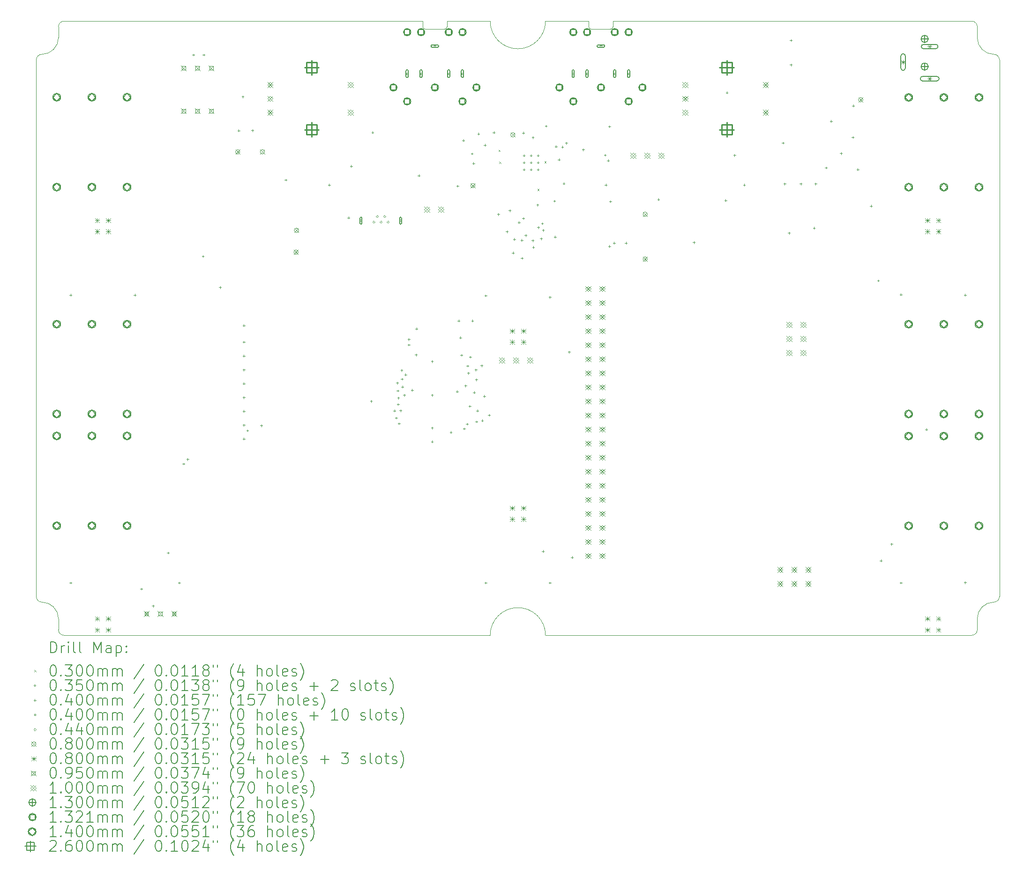
<source format=gbr>
%TF.GenerationSoftware,KiCad,Pcbnew,7.0.8-7.0.8~ubuntu23.04.1*%
%TF.CreationDate,2023-10-19T21:47:08+00:00*%
%TF.ProjectId,pedalboard-hw,70656461-6c62-46f6-9172-642d68772e6b,3.0.0*%
%TF.SameCoordinates,Original*%
%TF.FileFunction,Drillmap*%
%TF.FilePolarity,Positive*%
%FSLAX45Y45*%
G04 Gerber Fmt 4.5, Leading zero omitted, Abs format (unit mm)*
G04 Created by KiCad (PCBNEW 7.0.8-7.0.8~ubuntu23.04.1) date 2023-10-19 21:47:08*
%MOMM*%
%LPD*%
G01*
G04 APERTURE LIST*
%ADD10C,0.100000*%
%ADD11C,0.200000*%
%ADD12C,0.030000*%
%ADD13C,0.035000*%
%ADD14C,0.040000*%
%ADD15C,0.044000*%
%ADD16C,0.080000*%
%ADD17C,0.095000*%
%ADD18C,0.130000*%
%ADD19C,0.132080*%
%ADD20C,0.140000*%
%ADD21C,0.260000*%
G04 APERTURE END LIST*
D10*
X12220000Y-2000000D02*
X18700000Y-2000000D01*
X1800000Y-12400000D02*
X1800000Y-2700000D01*
X2200000Y-13000000D02*
G75*
G03*
X2300000Y-13100000I100000J0D01*
G01*
X11000000Y-13100000D02*
G75*
G03*
X10000000Y-13100000I-500000J0D01*
G01*
X2300000Y-13100000D02*
X10000000Y-13100000D01*
X11780000Y-2100000D02*
G75*
G03*
X11820000Y-2140000I40000J0D01*
G01*
X10000000Y-2000000D02*
G75*
G03*
X11000000Y-2000000I500000J0D01*
G01*
X8780000Y-2100000D02*
G75*
G03*
X8820000Y-2140000I40000J0D01*
G01*
X18700000Y-13100000D02*
G75*
G03*
X18800000Y-13000000I0J100000D01*
G01*
X11820000Y-2140000D02*
X12180000Y-2140000D01*
X18800000Y-2300000D02*
G75*
G03*
X19100000Y-2600000I300000J0D01*
G01*
X1800000Y-12400000D02*
G75*
G03*
X1900000Y-12500000I100000J0D01*
G01*
X1900000Y-2600000D02*
G75*
G03*
X1800000Y-2700000I0J-100000D01*
G01*
X19200000Y-2700000D02*
G75*
G03*
X19100000Y-2600000I-100000J0D01*
G01*
X11000000Y-2000000D02*
X11780000Y-2000000D01*
X19200000Y-2700000D02*
X19200000Y-12400000D01*
X2200000Y-12800000D02*
G75*
G03*
X1900000Y-12500000I-300000J0D01*
G01*
X18800000Y-12800000D02*
X18800000Y-13000000D01*
X11780000Y-2000000D02*
X11780000Y-2100000D01*
X9220000Y-2100000D02*
X9220000Y-2000000D01*
X18800000Y-2100000D02*
X18800000Y-2300000D01*
X9220000Y-2000000D02*
X10000000Y-2000000D01*
X9180000Y-2140000D02*
G75*
G03*
X9220000Y-2100000I0J40000D01*
G01*
X8780000Y-2000000D02*
X8780000Y-2100000D01*
X1900000Y-2600000D02*
G75*
G03*
X2200000Y-2300000I0J300000D01*
G01*
X8820000Y-2140000D02*
X9180000Y-2140000D01*
X2300000Y-2000000D02*
G75*
G03*
X2200000Y-2100000I0J-100000D01*
G01*
X8780000Y-2000000D02*
X2300000Y-2000000D01*
X2200000Y-2100000D02*
X2200000Y-2300000D01*
X12180000Y-2140000D02*
G75*
G03*
X12220000Y-2100000I0J40000D01*
G01*
X19100000Y-12500000D02*
G75*
G03*
X19200000Y-12400000I0J100000D01*
G01*
X12220000Y-2100000D02*
X12220000Y-2000000D01*
X11000000Y-13100000D02*
X18700000Y-13100000D01*
X2200000Y-12800000D02*
X2200000Y-13000000D01*
X19100000Y-12500000D02*
G75*
G03*
X18800000Y-12800000I0J-300000D01*
G01*
X18800000Y-2100000D02*
G75*
G03*
X18700000Y-2000000I-100000J0D01*
G01*
D11*
D12*
X10151000Y-4326000D02*
X10181000Y-4356000D01*
X10181000Y-4326000D02*
X10151000Y-4356000D01*
X10165000Y-4541000D02*
X10195000Y-4571000D01*
X10195000Y-4541000D02*
X10165000Y-4571000D01*
X10853000Y-5031348D02*
X10883000Y-5061348D01*
X10883000Y-5031348D02*
X10853000Y-5061348D01*
X10980487Y-4533662D02*
X11010487Y-4563662D01*
X11010487Y-4533662D02*
X10980487Y-4563662D01*
D13*
X7684000Y-5607000D02*
G75*
G03*
X7684000Y-5607000I-17500J0D01*
G01*
D11*
X7684000Y-5657000D02*
X7684000Y-5557000D01*
X7684000Y-5557000D02*
G75*
G03*
X7649000Y-5557000I-17500J0D01*
G01*
X7649000Y-5557000D02*
X7649000Y-5657000D01*
X7649000Y-5657000D02*
G75*
G03*
X7684000Y-5657000I17500J0D01*
G01*
D13*
X8399000Y-5607000D02*
G75*
G03*
X8399000Y-5607000I-17500J0D01*
G01*
D11*
X8399000Y-5657000D02*
X8399000Y-5557000D01*
X8399000Y-5557000D02*
G75*
G03*
X8364000Y-5557000I-17500J0D01*
G01*
X8364000Y-5557000D02*
X8364000Y-5657000D01*
X8364000Y-5657000D02*
G75*
G03*
X8399000Y-5657000I17500J0D01*
G01*
D13*
X10630000Y-4432500D02*
G75*
G03*
X10630000Y-4432500I-17500J0D01*
G01*
X10630000Y-4560000D02*
G75*
G03*
X10630000Y-4560000I-17500J0D01*
G01*
X10630000Y-4687500D02*
G75*
G03*
X10630000Y-4687500I-17500J0D01*
G01*
X10757500Y-4432500D02*
G75*
G03*
X10757500Y-4432500I-17500J0D01*
G01*
X10757500Y-4560000D02*
G75*
G03*
X10757500Y-4560000I-17500J0D01*
G01*
X10757500Y-4687500D02*
G75*
G03*
X10757500Y-4687500I-17500J0D01*
G01*
X10885000Y-4432500D02*
G75*
G03*
X10885000Y-4432500I-17500J0D01*
G01*
X10885000Y-4560000D02*
G75*
G03*
X10885000Y-4560000I-17500J0D01*
G01*
X10885000Y-4687500D02*
G75*
G03*
X10885000Y-4687500I-17500J0D01*
G01*
D14*
X2420000Y-6930000D02*
X2420000Y-6970000D01*
X2400000Y-6950000D02*
X2440000Y-6950000D01*
X2420000Y-12130000D02*
X2420000Y-12170000D01*
X2400000Y-12150000D02*
X2440000Y-12150000D01*
X3580000Y-6930000D02*
X3580000Y-6970000D01*
X3560000Y-6950000D02*
X3600000Y-6950000D01*
X3700000Y-12240000D02*
X3700000Y-12280000D01*
X3680000Y-12260000D02*
X3720000Y-12260000D01*
X3910000Y-12550000D02*
X3910000Y-12590000D01*
X3890000Y-12570000D02*
X3930000Y-12570000D01*
X4180000Y-11590000D02*
X4180000Y-11630000D01*
X4160000Y-11610000D02*
X4200000Y-11610000D01*
X4380000Y-12130000D02*
X4380000Y-12170000D01*
X4360000Y-12150000D02*
X4400000Y-12150000D01*
X4461000Y-9980000D02*
X4461000Y-10020000D01*
X4441000Y-10000000D02*
X4481000Y-10000000D01*
X4535000Y-9899000D02*
X4535000Y-9939000D01*
X4515000Y-9919000D02*
X4555000Y-9919000D01*
X4640000Y-2590000D02*
X4640000Y-2630000D01*
X4620000Y-2610000D02*
X4660000Y-2610000D01*
X4810000Y-6230060D02*
X4810000Y-6270060D01*
X4790000Y-6250060D02*
X4830000Y-6250060D01*
X4824950Y-2590000D02*
X4824950Y-2630000D01*
X4804950Y-2610000D02*
X4844950Y-2610000D01*
X5120000Y-6790000D02*
X5120000Y-6830000D01*
X5100000Y-6810000D02*
X5140000Y-6810000D01*
X5457000Y-3958000D02*
X5457000Y-3998000D01*
X5437000Y-3978000D02*
X5477000Y-3978000D01*
X5530000Y-3345000D02*
X5530000Y-3385000D01*
X5510000Y-3365000D02*
X5550000Y-3365000D01*
X5550000Y-7480000D02*
X5550000Y-7520000D01*
X5530000Y-7500000D02*
X5570000Y-7500000D01*
X5550000Y-7780000D02*
X5550000Y-7820000D01*
X5530000Y-7800000D02*
X5570000Y-7800000D01*
X5550000Y-8030000D02*
X5550000Y-8070000D01*
X5530000Y-8050000D02*
X5570000Y-8050000D01*
X5550000Y-8280000D02*
X5550000Y-8320000D01*
X5530000Y-8300000D02*
X5570000Y-8300000D01*
X5550000Y-8530000D02*
X5550000Y-8570000D01*
X5530000Y-8550000D02*
X5570000Y-8550000D01*
X5550000Y-8780000D02*
X5550000Y-8820000D01*
X5530000Y-8800000D02*
X5570000Y-8800000D01*
X5550000Y-9030000D02*
X5550000Y-9070000D01*
X5530000Y-9050000D02*
X5570000Y-9050000D01*
X5550000Y-9280000D02*
X5550000Y-9320000D01*
X5530000Y-9300000D02*
X5570000Y-9300000D01*
X5550000Y-9530000D02*
X5550000Y-9570000D01*
X5530000Y-9550000D02*
X5570000Y-9550000D01*
X5615000Y-9380000D02*
X5615000Y-9420000D01*
X5595000Y-9400000D02*
X5635000Y-9400000D01*
X5706000Y-3956000D02*
X5706000Y-3996000D01*
X5686000Y-3976000D02*
X5726000Y-3976000D01*
X5865000Y-9290000D02*
X5865000Y-9330000D01*
X5845000Y-9310000D02*
X5885000Y-9310000D01*
X6305000Y-4850000D02*
X6305000Y-4890000D01*
X6285000Y-4870000D02*
X6325000Y-4870000D01*
X7090000Y-4940000D02*
X7090000Y-4980000D01*
X7070000Y-4960000D02*
X7110000Y-4960000D01*
X7442340Y-5532000D02*
X7442340Y-5572000D01*
X7422340Y-5552000D02*
X7462340Y-5552000D01*
X7490000Y-4600000D02*
X7490000Y-4640000D01*
X7470000Y-4620000D02*
X7510000Y-4620000D01*
X7850000Y-8850000D02*
X7850000Y-8890000D01*
X7830000Y-8870000D02*
X7870000Y-8870000D01*
X7875000Y-3991000D02*
X7875000Y-4031000D01*
X7855000Y-4011000D02*
X7895000Y-4011000D01*
X8270000Y-9020000D02*
X8270000Y-9060000D01*
X8250000Y-9040000D02*
X8290000Y-9040000D01*
X8300000Y-9150000D02*
X8300000Y-9190000D01*
X8280000Y-9170000D02*
X8320000Y-9170000D01*
X8320000Y-8520000D02*
X8320000Y-8560000D01*
X8300000Y-8540000D02*
X8340000Y-8540000D01*
X8330000Y-8658714D02*
X8330000Y-8698714D01*
X8310000Y-8678714D02*
X8350000Y-8678714D01*
X8335000Y-8905000D02*
X8335000Y-8945000D01*
X8315000Y-8925000D02*
X8355000Y-8925000D01*
X8340000Y-8790000D02*
X8340000Y-8830000D01*
X8320000Y-8810000D02*
X8360000Y-8810000D01*
X8352568Y-9251372D02*
X8352568Y-9291372D01*
X8332568Y-9271372D02*
X8372568Y-9271372D01*
X8379895Y-9018749D02*
X8379895Y-9058749D01*
X8359895Y-9038749D02*
X8399895Y-9038749D01*
X8400000Y-8290000D02*
X8400000Y-8330000D01*
X8380000Y-8310000D02*
X8420000Y-8310000D01*
X8407464Y-8448764D02*
X8407464Y-8488764D01*
X8387463Y-8468764D02*
X8427464Y-8468764D01*
X8413376Y-8588714D02*
X8413376Y-8628714D01*
X8393376Y-8608714D02*
X8433376Y-8608714D01*
X8450000Y-8739950D02*
X8450000Y-8779950D01*
X8430000Y-8759950D02*
X8470000Y-8759950D01*
X8470035Y-8369965D02*
X8470035Y-8409965D01*
X8450035Y-8389965D02*
X8490035Y-8389965D01*
X8530000Y-7730000D02*
X8530000Y-7770000D01*
X8510000Y-7750000D02*
X8550000Y-7750000D01*
X8530000Y-7830000D02*
X8530000Y-7870000D01*
X8510000Y-7850000D02*
X8550000Y-7850000D01*
X8590000Y-8649950D02*
X8590000Y-8689950D01*
X8570000Y-8669950D02*
X8610000Y-8669950D01*
X8660000Y-8010000D02*
X8660000Y-8050000D01*
X8640000Y-8030000D02*
X8680000Y-8030000D01*
X8670000Y-7540000D02*
X8670000Y-7580000D01*
X8650000Y-7560000D02*
X8690000Y-7560000D01*
X8710000Y-4770000D02*
X8710000Y-4810000D01*
X8690000Y-4790000D02*
X8730000Y-4790000D01*
X8950000Y-8130000D02*
X8950000Y-8170000D01*
X8930000Y-8150000D02*
X8970000Y-8150000D01*
X8950000Y-8740000D02*
X8950000Y-8780000D01*
X8930000Y-8760000D02*
X8970000Y-8760000D01*
X8950000Y-9330000D02*
X8950000Y-9370000D01*
X8930000Y-9350000D02*
X8970000Y-9350000D01*
X8950000Y-9580000D02*
X8950000Y-9620000D01*
X8930000Y-9600000D02*
X8970000Y-9600000D01*
X9290000Y-9410000D02*
X9290000Y-9450000D01*
X9270000Y-9430000D02*
X9310000Y-9430000D01*
X9402473Y-8672540D02*
X9402473Y-8712540D01*
X9382473Y-8692540D02*
X9422473Y-8692540D01*
X9410000Y-4960000D02*
X9410000Y-5000000D01*
X9390000Y-4980000D02*
X9430000Y-4980000D01*
X9430000Y-7395000D02*
X9430000Y-7435000D01*
X9410000Y-7415000D02*
X9450000Y-7415000D01*
X9461000Y-7700000D02*
X9461000Y-7740000D01*
X9441000Y-7720000D02*
X9481000Y-7720000D01*
X9481000Y-8017000D02*
X9481000Y-8057000D01*
X9461000Y-8037000D02*
X9501000Y-8037000D01*
X9514000Y-4136000D02*
X9514000Y-4176000D01*
X9494000Y-4156000D02*
X9534000Y-4156000D01*
X9530242Y-9346281D02*
X9530242Y-9386281D01*
X9510242Y-9366281D02*
X9550242Y-9366281D01*
X9553794Y-8569374D02*
X9553794Y-8609374D01*
X9533794Y-8589374D02*
X9573794Y-8589374D01*
X9581626Y-9260550D02*
X9581626Y-9300550D01*
X9561626Y-9280550D02*
X9601626Y-9280550D01*
X9590000Y-8210000D02*
X9590000Y-8250000D01*
X9570000Y-8230000D02*
X9610000Y-8230000D01*
X9605888Y-8339950D02*
X9605888Y-8379950D01*
X9585888Y-8359950D02*
X9625888Y-8359950D01*
X9630000Y-8939900D02*
X9630000Y-8979900D01*
X9610000Y-8959900D02*
X9650000Y-8959900D01*
X9640000Y-8050000D02*
X9640000Y-8090000D01*
X9620000Y-8070000D02*
X9660000Y-8070000D01*
X9670000Y-4375000D02*
X9670000Y-4415000D01*
X9650000Y-4395000D02*
X9690000Y-4395000D01*
X9680000Y-7395000D02*
X9680000Y-7435000D01*
X9660000Y-7415000D02*
X9700000Y-7415000D01*
X9697000Y-4551370D02*
X9697000Y-4591370D01*
X9677000Y-4571370D02*
X9717000Y-4571370D01*
X9710000Y-8690000D02*
X9710000Y-8730000D01*
X9690000Y-8710000D02*
X9730000Y-8710000D01*
X9740000Y-8280050D02*
X9740000Y-8320050D01*
X9720000Y-8300050D02*
X9760000Y-8300050D01*
X9750000Y-8460000D02*
X9750000Y-8500000D01*
X9730000Y-8480000D02*
X9770000Y-8480000D01*
X9751145Y-9218234D02*
X9751145Y-9258234D01*
X9731145Y-9238234D02*
X9771145Y-9238234D01*
X9768389Y-9019900D02*
X9768389Y-9059900D01*
X9748389Y-9039900D02*
X9788389Y-9039900D01*
X9789000Y-4016000D02*
X9789000Y-4056000D01*
X9769000Y-4036000D02*
X9809000Y-4036000D01*
X9844869Y-8204116D02*
X9844869Y-8244116D01*
X9824869Y-8224116D02*
X9864869Y-8224116D01*
X9855700Y-9199950D02*
X9855700Y-9239950D01*
X9835700Y-9219950D02*
X9875700Y-9219950D01*
X9891740Y-8759950D02*
X9891740Y-8799950D01*
X9871740Y-8779950D02*
X9911740Y-8779950D01*
X9904000Y-4220000D02*
X9904000Y-4260000D01*
X9884000Y-4240000D02*
X9924000Y-4240000D01*
X9920000Y-6940000D02*
X9920000Y-6980000D01*
X9900000Y-6960000D02*
X9940000Y-6960000D01*
X9920000Y-12130000D02*
X9920000Y-12170000D01*
X9900000Y-12150000D02*
X9940000Y-12150000D01*
X9980000Y-9100000D02*
X9980000Y-9140000D01*
X9960000Y-9120000D02*
X10000000Y-9120000D01*
X10064106Y-3990899D02*
X10064106Y-4030899D01*
X10044106Y-4010899D02*
X10084106Y-4010899D01*
X10145950Y-5471000D02*
X10145950Y-5511000D01*
X10125950Y-5491000D02*
X10165950Y-5491000D01*
X10303000Y-5784950D02*
X10303000Y-5824950D01*
X10283000Y-5804950D02*
X10323000Y-5804950D01*
X10352000Y-5402000D02*
X10352000Y-5442000D01*
X10332000Y-5422000D02*
X10372000Y-5422000D01*
X10412000Y-6168950D02*
X10412000Y-6208950D01*
X10392000Y-6188950D02*
X10432000Y-6188950D01*
X10434533Y-5923533D02*
X10434533Y-5963533D01*
X10414533Y-5943533D02*
X10454533Y-5943533D01*
X10519950Y-5617000D02*
X10519950Y-5657000D01*
X10499950Y-5637000D02*
X10539950Y-5637000D01*
X10571000Y-5939050D02*
X10571000Y-5979050D01*
X10551000Y-5959050D02*
X10591000Y-5959050D01*
X10574000Y-6264000D02*
X10574000Y-6304000D01*
X10554000Y-6284000D02*
X10594000Y-6284000D01*
X10598059Y-5545050D02*
X10598059Y-5585050D01*
X10578059Y-5565050D02*
X10618059Y-5565050D01*
X10600000Y-4000000D02*
X10600000Y-4040000D01*
X10580000Y-4020000D02*
X10620000Y-4020000D01*
X10640950Y-5850319D02*
X10640950Y-5890319D01*
X10620950Y-5870319D02*
X10660950Y-5870319D01*
X10769520Y-5943950D02*
X10769520Y-5983950D01*
X10749520Y-5963950D02*
X10789520Y-5963950D01*
X10770157Y-4082728D02*
X10770157Y-4122728D01*
X10750157Y-4102728D02*
X10790157Y-4102728D01*
X10780141Y-6067221D02*
X10780141Y-6107221D01*
X10760141Y-6087221D02*
X10800141Y-6087221D01*
X10855000Y-5300000D02*
X10855000Y-5340000D01*
X10835000Y-5320000D02*
X10875000Y-5320000D01*
X10870000Y-5708718D02*
X10870000Y-5748718D01*
X10850000Y-5728718D02*
X10890000Y-5728718D01*
X10919950Y-5910000D02*
X10919950Y-5950000D01*
X10899950Y-5930000D02*
X10939950Y-5930000D01*
X10940094Y-5637466D02*
X10940094Y-5677466D01*
X10920094Y-5657466D02*
X10960094Y-5657466D01*
X10955000Y-11560000D02*
X10955000Y-11600000D01*
X10935000Y-11580000D02*
X10975000Y-11580000D01*
X10956497Y-5758801D02*
X10956497Y-5798801D01*
X10936497Y-5778801D02*
X10976497Y-5778801D01*
X11008000Y-3875000D02*
X11008000Y-3915000D01*
X10988000Y-3895000D02*
X11028000Y-3895000D01*
X11080000Y-6970000D02*
X11080000Y-7010000D01*
X11060000Y-6990000D02*
X11100000Y-6990000D01*
X11080000Y-12130000D02*
X11080000Y-12170000D01*
X11060000Y-12150000D02*
X11100000Y-12150000D01*
X11160000Y-5230000D02*
X11160000Y-5270000D01*
X11140000Y-5250000D02*
X11180000Y-5250000D01*
X11173000Y-5880050D02*
X11173000Y-5920050D01*
X11153000Y-5900050D02*
X11193000Y-5900050D01*
X11188000Y-4244950D02*
X11188000Y-4284950D01*
X11168000Y-4264950D02*
X11208000Y-4264950D01*
X11243360Y-4482000D02*
X11243360Y-4522000D01*
X11223360Y-4502000D02*
X11263360Y-4502000D01*
X11304384Y-4255628D02*
X11304384Y-4295628D01*
X11284384Y-4275628D02*
X11324384Y-4275628D01*
X11331000Y-4915000D02*
X11331000Y-4955000D01*
X11311000Y-4935000D02*
X11351000Y-4935000D01*
X11375064Y-4184957D02*
X11375064Y-4224957D01*
X11355064Y-4204957D02*
X11395064Y-4204957D01*
X11426050Y-7960050D02*
X11426050Y-8000050D01*
X11406050Y-7980050D02*
X11446050Y-7980050D01*
X11480000Y-11670000D02*
X11480000Y-11710000D01*
X11460000Y-11690000D02*
X11500000Y-11690000D01*
X11679000Y-4302000D02*
X11679000Y-4342000D01*
X11659000Y-4322000D02*
X11699000Y-4322000D01*
X12075000Y-4400000D02*
X12075000Y-4440000D01*
X12055000Y-4420000D02*
X12095000Y-4420000D01*
X12090000Y-4940000D02*
X12090000Y-4980000D01*
X12070000Y-4960000D02*
X12110000Y-4960000D01*
X12132000Y-4501000D02*
X12132000Y-4541000D01*
X12112000Y-4521000D02*
X12152000Y-4521000D01*
X12155000Y-3885050D02*
X12155000Y-3925050D01*
X12135000Y-3905050D02*
X12175000Y-3905050D01*
X12155000Y-6050000D02*
X12155000Y-6090000D01*
X12135000Y-6070000D02*
X12175000Y-6070000D01*
X12170000Y-5240000D02*
X12170000Y-5280000D01*
X12150000Y-5260000D02*
X12190000Y-5260000D01*
X12238725Y-5988725D02*
X12238725Y-6028725D01*
X12218725Y-6008725D02*
X12258725Y-6008725D01*
X12454033Y-5989033D02*
X12454033Y-6029033D01*
X12434033Y-6009033D02*
X12474033Y-6009033D01*
X13041000Y-5202000D02*
X13041000Y-5242000D01*
X13021000Y-5222000D02*
X13061000Y-5222000D01*
X13680000Y-5980000D02*
X13680000Y-6020000D01*
X13660000Y-6000000D02*
X13700000Y-6000000D01*
X14255000Y-5220000D02*
X14255000Y-5260000D01*
X14235000Y-5240000D02*
X14275000Y-5240000D01*
X14275730Y-3273270D02*
X14275730Y-3313270D01*
X14255730Y-3293270D02*
X14295730Y-3293270D01*
X14415000Y-4405000D02*
X14415000Y-4445000D01*
X14395000Y-4425000D02*
X14435000Y-4425000D01*
X14590000Y-4940000D02*
X14590000Y-4980000D01*
X14570000Y-4960000D02*
X14610000Y-4960000D01*
X15290000Y-4180000D02*
X15290000Y-4220000D01*
X15270000Y-4200000D02*
X15310000Y-4200000D01*
X15320000Y-4920000D02*
X15320000Y-4960000D01*
X15300000Y-4940000D02*
X15340000Y-4940000D01*
X15400000Y-5810000D02*
X15400000Y-5850000D01*
X15380000Y-5830000D02*
X15420000Y-5830000D01*
X15433000Y-2326000D02*
X15433000Y-2366000D01*
X15413000Y-2346000D02*
X15453000Y-2346000D01*
X15434000Y-2770000D02*
X15434000Y-2810000D01*
X15414000Y-2790000D02*
X15454000Y-2790000D01*
X15610000Y-4920000D02*
X15610000Y-4960000D01*
X15590000Y-4940000D02*
X15630000Y-4940000D01*
X15850000Y-5720000D02*
X15850000Y-5760000D01*
X15830000Y-5740000D02*
X15870000Y-5740000D01*
X15880000Y-4920000D02*
X15880000Y-4960000D01*
X15860000Y-4940000D02*
X15900000Y-4940000D01*
X16070000Y-4630000D02*
X16070000Y-4670000D01*
X16050000Y-4650000D02*
X16090000Y-4650000D01*
X16160000Y-3790000D02*
X16160000Y-3830000D01*
X16140000Y-3810000D02*
X16180000Y-3810000D01*
X16340000Y-4370000D02*
X16340000Y-4410000D01*
X16320000Y-4390000D02*
X16360000Y-4390000D01*
X16550000Y-4080000D02*
X16550000Y-4120000D01*
X16530000Y-4100000D02*
X16570000Y-4100000D01*
X16560000Y-3510000D02*
X16560000Y-3550000D01*
X16540000Y-3530000D02*
X16580000Y-3530000D01*
X16640000Y-4660000D02*
X16640000Y-4700000D01*
X16620000Y-4680000D02*
X16660000Y-4680000D01*
X16880000Y-5320000D02*
X16880000Y-5360000D01*
X16860000Y-5340000D02*
X16900000Y-5340000D01*
X17010000Y-6670000D02*
X17010000Y-6710000D01*
X16990000Y-6690000D02*
X17030000Y-6690000D01*
X17058770Y-11731230D02*
X17058770Y-11771230D01*
X17038770Y-11751230D02*
X17078770Y-11751230D01*
X17250000Y-11430000D02*
X17250000Y-11470000D01*
X17230000Y-11450000D02*
X17270000Y-11450000D01*
X17420000Y-6920000D02*
X17420000Y-6960000D01*
X17400000Y-6940000D02*
X17440000Y-6940000D01*
X17420000Y-12130000D02*
X17420000Y-12170000D01*
X17400000Y-12150000D02*
X17440000Y-12150000D01*
X17880000Y-9360000D02*
X17880000Y-9400000D01*
X17860000Y-9380000D02*
X17900000Y-9380000D01*
X18580000Y-6930000D02*
X18580000Y-6970000D01*
X18560000Y-6950000D02*
X18600000Y-6950000D01*
X18580000Y-12125000D02*
X18580000Y-12165000D01*
X18560000Y-12145000D02*
X18600000Y-12145000D01*
X8513592Y-2964142D02*
X8513592Y-2935858D01*
X8485308Y-2935858D01*
X8485308Y-2964142D01*
X8513592Y-2964142D01*
D11*
X8479450Y-2900000D02*
X8479450Y-3000000D01*
X8479450Y-3000000D02*
G75*
G03*
X8519450Y-3000000I20000J0D01*
G01*
X8519450Y-3000000D02*
X8519450Y-2900000D01*
X8519450Y-2900000D02*
G75*
G03*
X8479450Y-2900000I-20000J0D01*
G01*
D14*
X8763592Y-2964142D02*
X8763592Y-2935858D01*
X8735308Y-2935858D01*
X8735308Y-2964142D01*
X8763592Y-2964142D01*
D11*
X8729450Y-2900000D02*
X8729450Y-3000000D01*
X8729450Y-3000000D02*
G75*
G03*
X8769450Y-3000000I20000J0D01*
G01*
X8769450Y-3000000D02*
X8769450Y-2900000D01*
X8769450Y-2900000D02*
G75*
G03*
X8729450Y-2900000I-20000J0D01*
G01*
D14*
X9013592Y-2464142D02*
X9013592Y-2435858D01*
X8985308Y-2435858D01*
X8985308Y-2464142D01*
X9013592Y-2464142D01*
D11*
X9049450Y-2430000D02*
X8949450Y-2430000D01*
X8949450Y-2430000D02*
G75*
G03*
X8949450Y-2470000I0J-20000D01*
G01*
X8949450Y-2470000D02*
X9049450Y-2470000D01*
X9049450Y-2470000D02*
G75*
G03*
X9049450Y-2430000I0J20000D01*
G01*
D14*
X9263592Y-2964142D02*
X9263592Y-2935858D01*
X9235308Y-2935858D01*
X9235308Y-2964142D01*
X9263592Y-2964142D01*
D11*
X9269450Y-3000000D02*
X9269450Y-2900000D01*
X9269450Y-2900000D02*
G75*
G03*
X9229450Y-2900000I-20000J0D01*
G01*
X9229450Y-2900000D02*
X9229450Y-3000000D01*
X9229450Y-3000000D02*
G75*
G03*
X9269450Y-3000000I20000J0D01*
G01*
D14*
X9513592Y-2964142D02*
X9513592Y-2935858D01*
X9485308Y-2935858D01*
X9485308Y-2964142D01*
X9513592Y-2964142D01*
D11*
X9519450Y-3000000D02*
X9519450Y-2900000D01*
X9519450Y-2900000D02*
G75*
G03*
X9479450Y-2900000I-20000J0D01*
G01*
X9479450Y-2900000D02*
X9479450Y-3000000D01*
X9479450Y-3000000D02*
G75*
G03*
X9519450Y-3000000I20000J0D01*
G01*
D14*
X11514142Y-2964142D02*
X11514142Y-2935858D01*
X11485858Y-2935858D01*
X11485858Y-2964142D01*
X11514142Y-2964142D01*
D11*
X11480000Y-2900000D02*
X11480000Y-3000000D01*
X11480000Y-3000000D02*
G75*
G03*
X11520000Y-3000000I20000J0D01*
G01*
X11520000Y-3000000D02*
X11520000Y-2900000D01*
X11520000Y-2900000D02*
G75*
G03*
X11480000Y-2900000I-20000J0D01*
G01*
D14*
X11764142Y-2964142D02*
X11764142Y-2935858D01*
X11735858Y-2935858D01*
X11735858Y-2964142D01*
X11764142Y-2964142D01*
D11*
X11730000Y-2900000D02*
X11730000Y-3000000D01*
X11730000Y-3000000D02*
G75*
G03*
X11770000Y-3000000I20000J0D01*
G01*
X11770000Y-3000000D02*
X11770000Y-2900000D01*
X11770000Y-2900000D02*
G75*
G03*
X11730000Y-2900000I-20000J0D01*
G01*
D14*
X12014142Y-2464142D02*
X12014142Y-2435858D01*
X11985858Y-2435858D01*
X11985858Y-2464142D01*
X12014142Y-2464142D01*
D11*
X12050000Y-2430000D02*
X11950000Y-2430000D01*
X11950000Y-2430000D02*
G75*
G03*
X11950000Y-2470000I0J-20000D01*
G01*
X11950000Y-2470000D02*
X12050000Y-2470000D01*
X12050000Y-2470000D02*
G75*
G03*
X12050000Y-2430000I0J20000D01*
G01*
D14*
X12264142Y-2964142D02*
X12264142Y-2935858D01*
X12235858Y-2935858D01*
X12235858Y-2964142D01*
X12264142Y-2964142D01*
D11*
X12270000Y-3000000D02*
X12270000Y-2900000D01*
X12270000Y-2900000D02*
G75*
G03*
X12230000Y-2900000I-20000J0D01*
G01*
X12230000Y-2900000D02*
X12230000Y-3000000D01*
X12230000Y-3000000D02*
G75*
G03*
X12270000Y-3000000I20000J0D01*
G01*
D14*
X12514142Y-2964142D02*
X12514142Y-2935858D01*
X12485858Y-2935858D01*
X12485858Y-2964142D01*
X12514142Y-2964142D01*
D11*
X12520000Y-3000000D02*
X12520000Y-2900000D01*
X12520000Y-2900000D02*
G75*
G03*
X12480000Y-2900000I-20000J0D01*
G01*
X12480000Y-2900000D02*
X12480000Y-3000000D01*
X12480000Y-3000000D02*
G75*
G03*
X12520000Y-3000000I20000J0D01*
G01*
D15*
X7894000Y-5651000D02*
X7916000Y-5629000D01*
X7894000Y-5607000D01*
X7872000Y-5629000D01*
X7894000Y-5651000D01*
X7959000Y-5551000D02*
X7981000Y-5529000D01*
X7959000Y-5507000D01*
X7937000Y-5529000D01*
X7959000Y-5551000D01*
X8024000Y-5651000D02*
X8046000Y-5629000D01*
X8024000Y-5607000D01*
X8002000Y-5629000D01*
X8024000Y-5651000D01*
X8089000Y-5551000D02*
X8111000Y-5529000D01*
X8089000Y-5507000D01*
X8067000Y-5529000D01*
X8089000Y-5551000D01*
X8154000Y-5651000D02*
X8176000Y-5629000D01*
X8154000Y-5607000D01*
X8132000Y-5629000D01*
X8154000Y-5651000D01*
D16*
X5399000Y-4323000D02*
X5479000Y-4403000D01*
X5479000Y-4323000D02*
X5399000Y-4403000D01*
X5479000Y-4363000D02*
G75*
G03*
X5479000Y-4363000I-40000J0D01*
G01*
X5845000Y-4321000D02*
X5925000Y-4401000D01*
X5925000Y-4321000D02*
X5845000Y-4401000D01*
X5925000Y-4361000D02*
G75*
G03*
X5925000Y-4361000I-40000J0D01*
G01*
X6453000Y-6135000D02*
X6533000Y-6215000D01*
X6533000Y-6135000D02*
X6453000Y-6215000D01*
X6533000Y-6175000D02*
G75*
G03*
X6533000Y-6175000I-40000J0D01*
G01*
X6460000Y-5741000D02*
X6540000Y-5821000D01*
X6540000Y-5741000D02*
X6460000Y-5821000D01*
X6540000Y-5781000D02*
G75*
G03*
X6540000Y-5781000I-40000J0D01*
G01*
X9647000Y-4935000D02*
X9727000Y-5015000D01*
X9727000Y-4935000D02*
X9647000Y-5015000D01*
X9727000Y-4975000D02*
G75*
G03*
X9727000Y-4975000I-40000J0D01*
G01*
X10370050Y-4015000D02*
X10450050Y-4095000D01*
X10450050Y-4015000D02*
X10370050Y-4095000D01*
X10450050Y-4055000D02*
G75*
G03*
X10450050Y-4055000I-40000J0D01*
G01*
X12760000Y-5450000D02*
X12840000Y-5530000D01*
X12840000Y-5450000D02*
X12760000Y-5530000D01*
X12840000Y-5490000D02*
G75*
G03*
X12840000Y-5490000I-40000J0D01*
G01*
X12760000Y-6260000D02*
X12840000Y-6340000D01*
X12840000Y-6260000D02*
X12760000Y-6340000D01*
X12840000Y-6300000D02*
G75*
G03*
X12840000Y-6300000I-40000J0D01*
G01*
X16654000Y-3380450D02*
X16734000Y-3460450D01*
X16734000Y-3380450D02*
X16654000Y-3460450D01*
X16734000Y-3420450D02*
G75*
G03*
X16734000Y-3420450I-40000J0D01*
G01*
X2860000Y-5560000D02*
X2940000Y-5640000D01*
X2940000Y-5560000D02*
X2860000Y-5640000D01*
X2900000Y-5560000D02*
X2900000Y-5640000D01*
X2860000Y-5600000D02*
X2940000Y-5600000D01*
X2860000Y-5760000D02*
X2940000Y-5840000D01*
X2940000Y-5760000D02*
X2860000Y-5840000D01*
X2900000Y-5760000D02*
X2900000Y-5840000D01*
X2860000Y-5800000D02*
X2940000Y-5800000D01*
X2860000Y-12760000D02*
X2940000Y-12840000D01*
X2940000Y-12760000D02*
X2860000Y-12840000D01*
X2900000Y-12760000D02*
X2900000Y-12840000D01*
X2860000Y-12800000D02*
X2940000Y-12800000D01*
X2860000Y-12960000D02*
X2940000Y-13040000D01*
X2940000Y-12960000D02*
X2860000Y-13040000D01*
X2900000Y-12960000D02*
X2900000Y-13040000D01*
X2860000Y-13000000D02*
X2940000Y-13000000D01*
X3060000Y-5560000D02*
X3140000Y-5640000D01*
X3140000Y-5560000D02*
X3060000Y-5640000D01*
X3100000Y-5560000D02*
X3100000Y-5640000D01*
X3060000Y-5600000D02*
X3140000Y-5600000D01*
X3060000Y-5760000D02*
X3140000Y-5840000D01*
X3140000Y-5760000D02*
X3060000Y-5840000D01*
X3100000Y-5760000D02*
X3100000Y-5840000D01*
X3060000Y-5800000D02*
X3140000Y-5800000D01*
X3060000Y-12760000D02*
X3140000Y-12840000D01*
X3140000Y-12760000D02*
X3060000Y-12840000D01*
X3100000Y-12760000D02*
X3100000Y-12840000D01*
X3060000Y-12800000D02*
X3140000Y-12800000D01*
X3060000Y-12960000D02*
X3140000Y-13040000D01*
X3140000Y-12960000D02*
X3060000Y-13040000D01*
X3100000Y-12960000D02*
X3100000Y-13040000D01*
X3060000Y-13000000D02*
X3140000Y-13000000D01*
X10360000Y-7560000D02*
X10440000Y-7640000D01*
X10440000Y-7560000D02*
X10360000Y-7640000D01*
X10400000Y-7560000D02*
X10400000Y-7640000D01*
X10360000Y-7600000D02*
X10440000Y-7600000D01*
X10360000Y-7760000D02*
X10440000Y-7840000D01*
X10440000Y-7760000D02*
X10360000Y-7840000D01*
X10400000Y-7760000D02*
X10400000Y-7840000D01*
X10360000Y-7800000D02*
X10440000Y-7800000D01*
X10360000Y-10760000D02*
X10440000Y-10840000D01*
X10440000Y-10760000D02*
X10360000Y-10840000D01*
X10400000Y-10760000D02*
X10400000Y-10840000D01*
X10360000Y-10800000D02*
X10440000Y-10800000D01*
X10360000Y-10960000D02*
X10440000Y-11040000D01*
X10440000Y-10960000D02*
X10360000Y-11040000D01*
X10400000Y-10960000D02*
X10400000Y-11040000D01*
X10360000Y-11000000D02*
X10440000Y-11000000D01*
X10560000Y-7560000D02*
X10640000Y-7640000D01*
X10640000Y-7560000D02*
X10560000Y-7640000D01*
X10600000Y-7560000D02*
X10600000Y-7640000D01*
X10560000Y-7600000D02*
X10640000Y-7600000D01*
X10560000Y-7760000D02*
X10640000Y-7840000D01*
X10640000Y-7760000D02*
X10560000Y-7840000D01*
X10600000Y-7760000D02*
X10600000Y-7840000D01*
X10560000Y-7800000D02*
X10640000Y-7800000D01*
X10560000Y-10760000D02*
X10640000Y-10840000D01*
X10640000Y-10760000D02*
X10560000Y-10840000D01*
X10600000Y-10760000D02*
X10600000Y-10840000D01*
X10560000Y-10800000D02*
X10640000Y-10800000D01*
X10560000Y-10960000D02*
X10640000Y-11040000D01*
X10640000Y-10960000D02*
X10560000Y-11040000D01*
X10600000Y-10960000D02*
X10600000Y-11040000D01*
X10560000Y-11000000D02*
X10640000Y-11000000D01*
X17420000Y-2700000D02*
X17500000Y-2780000D01*
X17500000Y-2700000D02*
X17420000Y-2780000D01*
X17460000Y-2700000D02*
X17460000Y-2780000D01*
X17420000Y-2740000D02*
X17500000Y-2740000D01*
D11*
X17420000Y-2630000D02*
X17420000Y-2850000D01*
X17420000Y-2850000D02*
G75*
G03*
X17500000Y-2850000I40000J0D01*
G01*
X17500000Y-2850000D02*
X17500000Y-2630000D01*
X17500000Y-2630000D02*
G75*
G03*
X17420000Y-2630000I-40000J0D01*
G01*
D16*
X17860000Y-5560000D02*
X17940000Y-5640000D01*
X17940000Y-5560000D02*
X17860000Y-5640000D01*
X17900000Y-5560000D02*
X17900000Y-5640000D01*
X17860000Y-5600000D02*
X17940000Y-5600000D01*
X17860000Y-5760000D02*
X17940000Y-5840000D01*
X17940000Y-5760000D02*
X17860000Y-5840000D01*
X17900000Y-5760000D02*
X17900000Y-5840000D01*
X17860000Y-5800000D02*
X17940000Y-5800000D01*
X17860000Y-12760000D02*
X17940000Y-12840000D01*
X17940000Y-12760000D02*
X17860000Y-12840000D01*
X17900000Y-12760000D02*
X17900000Y-12840000D01*
X17860000Y-12800000D02*
X17940000Y-12800000D01*
X17860000Y-12960000D02*
X17940000Y-13040000D01*
X17940000Y-12960000D02*
X17860000Y-13040000D01*
X17900000Y-12960000D02*
X17900000Y-13040000D01*
X17860000Y-13000000D02*
X17940000Y-13000000D01*
X17900000Y-2420000D02*
X17980000Y-2500000D01*
X17980000Y-2420000D02*
X17900000Y-2500000D01*
X17940000Y-2420000D02*
X17940000Y-2500000D01*
X17900000Y-2460000D02*
X17980000Y-2460000D01*
D11*
X18050000Y-2420000D02*
X17830000Y-2420000D01*
X17830000Y-2420000D02*
G75*
G03*
X17830000Y-2500000I0J-40000D01*
G01*
X17830000Y-2500000D02*
X18050000Y-2500000D01*
X18050000Y-2500000D02*
G75*
G03*
X18050000Y-2420000I0J40000D01*
G01*
D16*
X17900000Y-3000000D02*
X17980000Y-3080000D01*
X17980000Y-3000000D02*
X17900000Y-3080000D01*
X17940000Y-3000000D02*
X17940000Y-3080000D01*
X17900000Y-3040000D02*
X17980000Y-3040000D01*
D11*
X18070000Y-3000000D02*
X17810000Y-3000000D01*
X17810000Y-3000000D02*
G75*
G03*
X17810000Y-3080000I0J-40000D01*
G01*
X17810000Y-3080000D02*
X18070000Y-3080000D01*
X18070000Y-3080000D02*
G75*
G03*
X18070000Y-3000000I0J40000D01*
G01*
D16*
X18060000Y-5560000D02*
X18140000Y-5640000D01*
X18140000Y-5560000D02*
X18060000Y-5640000D01*
X18100000Y-5560000D02*
X18100000Y-5640000D01*
X18060000Y-5600000D02*
X18140000Y-5600000D01*
X18060000Y-5760000D02*
X18140000Y-5840000D01*
X18140000Y-5760000D02*
X18060000Y-5840000D01*
X18100000Y-5760000D02*
X18100000Y-5840000D01*
X18060000Y-5800000D02*
X18140000Y-5800000D01*
X18060000Y-12760000D02*
X18140000Y-12840000D01*
X18140000Y-12760000D02*
X18060000Y-12840000D01*
X18100000Y-12760000D02*
X18100000Y-12840000D01*
X18060000Y-12800000D02*
X18140000Y-12800000D01*
X18060000Y-12960000D02*
X18140000Y-13040000D01*
X18140000Y-12960000D02*
X18060000Y-13040000D01*
X18100000Y-12960000D02*
X18100000Y-13040000D01*
X18060000Y-13000000D02*
X18140000Y-13000000D01*
D17*
X3742500Y-12662500D02*
X3837500Y-12757500D01*
X3837500Y-12662500D02*
X3742500Y-12757500D01*
X3823588Y-12743588D02*
X3823588Y-12676412D01*
X3756412Y-12676412D01*
X3756412Y-12743588D01*
X3823588Y-12743588D01*
X3992500Y-12662500D02*
X4087500Y-12757500D01*
X4087500Y-12662500D02*
X3992500Y-12757500D01*
X4073588Y-12743588D02*
X4073588Y-12676412D01*
X4006412Y-12676412D01*
X4006412Y-12743588D01*
X4073588Y-12743588D01*
X4242500Y-12662500D02*
X4337500Y-12757500D01*
X4337500Y-12662500D02*
X4242500Y-12757500D01*
X4323588Y-12743588D02*
X4323588Y-12676412D01*
X4256412Y-12676412D01*
X4256412Y-12743588D01*
X4323588Y-12743588D01*
X4412500Y-2800000D02*
X4507500Y-2895000D01*
X4507500Y-2800000D02*
X4412500Y-2895000D01*
X4493588Y-2881088D02*
X4493588Y-2813912D01*
X4426412Y-2813912D01*
X4426412Y-2881088D01*
X4493588Y-2881088D01*
X4412500Y-3575000D02*
X4507500Y-3670000D01*
X4507500Y-3575000D02*
X4412500Y-3670000D01*
X4493588Y-3656088D02*
X4493588Y-3588912D01*
X4426412Y-3588912D01*
X4426412Y-3656088D01*
X4493588Y-3656088D01*
X4662500Y-2800000D02*
X4757500Y-2895000D01*
X4757500Y-2800000D02*
X4662500Y-2895000D01*
X4743588Y-2881088D02*
X4743588Y-2813912D01*
X4676412Y-2813912D01*
X4676412Y-2881088D01*
X4743588Y-2881088D01*
X4662500Y-3575000D02*
X4757500Y-3670000D01*
X4757500Y-3575000D02*
X4662500Y-3670000D01*
X4743588Y-3656088D02*
X4743588Y-3588912D01*
X4676412Y-3588912D01*
X4676412Y-3656088D01*
X4743588Y-3656088D01*
X4912500Y-2800000D02*
X5007500Y-2895000D01*
X5007500Y-2800000D02*
X4912500Y-2895000D01*
X4993588Y-2881088D02*
X4993588Y-2813912D01*
X4926412Y-2813912D01*
X4926412Y-2881088D01*
X4993588Y-2881088D01*
X4912500Y-3575000D02*
X5007500Y-3670000D01*
X5007500Y-3575000D02*
X4912500Y-3670000D01*
X4993588Y-3656088D02*
X4993588Y-3588912D01*
X4926412Y-3588912D01*
X4926412Y-3656088D01*
X4993588Y-3656088D01*
D10*
X5975000Y-3100000D02*
X6075000Y-3200000D01*
X6075000Y-3100000D02*
X5975000Y-3200000D01*
X6025000Y-3200000D02*
X6075000Y-3150000D01*
X6025000Y-3100000D01*
X5975000Y-3150000D01*
X6025000Y-3200000D01*
X5975000Y-3350000D02*
X6075000Y-3450000D01*
X6075000Y-3350000D02*
X5975000Y-3450000D01*
X6025000Y-3450000D02*
X6075000Y-3400000D01*
X6025000Y-3350000D01*
X5975000Y-3400000D01*
X6025000Y-3450000D01*
X5975000Y-3600000D02*
X6075000Y-3700000D01*
X6075000Y-3600000D02*
X5975000Y-3700000D01*
X6025000Y-3700000D02*
X6075000Y-3650000D01*
X6025000Y-3600000D01*
X5975000Y-3650000D01*
X6025000Y-3700000D01*
X7425000Y-3100000D02*
X7525000Y-3200000D01*
X7525000Y-3100000D02*
X7425000Y-3200000D01*
X7475000Y-3200000D02*
X7525000Y-3150000D01*
X7475000Y-3100000D01*
X7425000Y-3150000D01*
X7475000Y-3200000D01*
X7425000Y-3600000D02*
X7525000Y-3700000D01*
X7525000Y-3600000D02*
X7425000Y-3700000D01*
X7475000Y-3700000D02*
X7525000Y-3650000D01*
X7475000Y-3600000D01*
X7425000Y-3650000D01*
X7475000Y-3700000D01*
X8810000Y-5350000D02*
X8910000Y-5450000D01*
X8910000Y-5350000D02*
X8810000Y-5450000D01*
X8860000Y-5450000D02*
X8910000Y-5400000D01*
X8860000Y-5350000D01*
X8810000Y-5400000D01*
X8860000Y-5450000D01*
X9064000Y-5350000D02*
X9164000Y-5450000D01*
X9164000Y-5350000D02*
X9064000Y-5450000D01*
X9114000Y-5450000D02*
X9164000Y-5400000D01*
X9114000Y-5350000D01*
X9064000Y-5400000D01*
X9114000Y-5450000D01*
X10164500Y-8080000D02*
X10264500Y-8180000D01*
X10264500Y-8080000D02*
X10164500Y-8180000D01*
X10214500Y-8180000D02*
X10264500Y-8130000D01*
X10214500Y-8080000D01*
X10164500Y-8130000D01*
X10214500Y-8180000D01*
X10418500Y-8080000D02*
X10518500Y-8180000D01*
X10518500Y-8080000D02*
X10418500Y-8180000D01*
X10468500Y-8180000D02*
X10518500Y-8130000D01*
X10468500Y-8080000D01*
X10418500Y-8130000D01*
X10468500Y-8180000D01*
X10672500Y-8080000D02*
X10772500Y-8180000D01*
X10772500Y-8080000D02*
X10672500Y-8180000D01*
X10722500Y-8180000D02*
X10772500Y-8130000D01*
X10722500Y-8080000D01*
X10672500Y-8130000D01*
X10722500Y-8180000D01*
X11721000Y-6787560D02*
X11821000Y-6887560D01*
X11821000Y-6787560D02*
X11721000Y-6887560D01*
X11771000Y-6887560D02*
X11821000Y-6837560D01*
X11771000Y-6787560D01*
X11721000Y-6837560D01*
X11771000Y-6887560D01*
X11721000Y-7041560D02*
X11821000Y-7141560D01*
X11821000Y-7041560D02*
X11721000Y-7141560D01*
X11771000Y-7141560D02*
X11821000Y-7091560D01*
X11771000Y-7041560D01*
X11721000Y-7091560D01*
X11771000Y-7141560D01*
X11721000Y-7295560D02*
X11821000Y-7395560D01*
X11821000Y-7295560D02*
X11721000Y-7395560D01*
X11771000Y-7395560D02*
X11821000Y-7345560D01*
X11771000Y-7295560D01*
X11721000Y-7345560D01*
X11771000Y-7395560D01*
X11721000Y-7549560D02*
X11821000Y-7649560D01*
X11821000Y-7549560D02*
X11721000Y-7649560D01*
X11771000Y-7649560D02*
X11821000Y-7599560D01*
X11771000Y-7549560D01*
X11721000Y-7599560D01*
X11771000Y-7649560D01*
X11721000Y-7803560D02*
X11821000Y-7903560D01*
X11821000Y-7803560D02*
X11721000Y-7903560D01*
X11771000Y-7903560D02*
X11821000Y-7853560D01*
X11771000Y-7803560D01*
X11721000Y-7853560D01*
X11771000Y-7903560D01*
X11721000Y-8057560D02*
X11821000Y-8157560D01*
X11821000Y-8057560D02*
X11721000Y-8157560D01*
X11771000Y-8157560D02*
X11821000Y-8107560D01*
X11771000Y-8057560D01*
X11721000Y-8107560D01*
X11771000Y-8157560D01*
X11721000Y-8311560D02*
X11821000Y-8411560D01*
X11821000Y-8311560D02*
X11721000Y-8411560D01*
X11771000Y-8411560D02*
X11821000Y-8361560D01*
X11771000Y-8311560D01*
X11721000Y-8361560D01*
X11771000Y-8411560D01*
X11721000Y-8565560D02*
X11821000Y-8665560D01*
X11821000Y-8565560D02*
X11721000Y-8665560D01*
X11771000Y-8665560D02*
X11821000Y-8615560D01*
X11771000Y-8565560D01*
X11721000Y-8615560D01*
X11771000Y-8665560D01*
X11721000Y-8819560D02*
X11821000Y-8919560D01*
X11821000Y-8819560D02*
X11721000Y-8919560D01*
X11771000Y-8919560D02*
X11821000Y-8869560D01*
X11771000Y-8819560D01*
X11721000Y-8869560D01*
X11771000Y-8919560D01*
X11721000Y-9073560D02*
X11821000Y-9173560D01*
X11821000Y-9073560D02*
X11721000Y-9173560D01*
X11771000Y-9173560D02*
X11821000Y-9123560D01*
X11771000Y-9073560D01*
X11721000Y-9123560D01*
X11771000Y-9173560D01*
X11721000Y-9327560D02*
X11821000Y-9427560D01*
X11821000Y-9327560D02*
X11721000Y-9427560D01*
X11771000Y-9427560D02*
X11821000Y-9377560D01*
X11771000Y-9327560D01*
X11721000Y-9377560D01*
X11771000Y-9427560D01*
X11721000Y-9581560D02*
X11821000Y-9681560D01*
X11821000Y-9581560D02*
X11721000Y-9681560D01*
X11771000Y-9681560D02*
X11821000Y-9631560D01*
X11771000Y-9581560D01*
X11721000Y-9631560D01*
X11771000Y-9681560D01*
X11721000Y-9835560D02*
X11821000Y-9935560D01*
X11821000Y-9835560D02*
X11721000Y-9935560D01*
X11771000Y-9935560D02*
X11821000Y-9885560D01*
X11771000Y-9835560D01*
X11721000Y-9885560D01*
X11771000Y-9935560D01*
X11721000Y-10089560D02*
X11821000Y-10189560D01*
X11821000Y-10089560D02*
X11721000Y-10189560D01*
X11771000Y-10189560D02*
X11821000Y-10139560D01*
X11771000Y-10089560D01*
X11721000Y-10139560D01*
X11771000Y-10189560D01*
X11721000Y-10343560D02*
X11821000Y-10443560D01*
X11821000Y-10343560D02*
X11721000Y-10443560D01*
X11771000Y-10443560D02*
X11821000Y-10393560D01*
X11771000Y-10343560D01*
X11721000Y-10393560D01*
X11771000Y-10443560D01*
X11721000Y-10597560D02*
X11821000Y-10697560D01*
X11821000Y-10597560D02*
X11721000Y-10697560D01*
X11771000Y-10697560D02*
X11821000Y-10647560D01*
X11771000Y-10597560D01*
X11721000Y-10647560D01*
X11771000Y-10697560D01*
X11721000Y-10851560D02*
X11821000Y-10951560D01*
X11821000Y-10851560D02*
X11721000Y-10951560D01*
X11771000Y-10951560D02*
X11821000Y-10901560D01*
X11771000Y-10851560D01*
X11721000Y-10901560D01*
X11771000Y-10951560D01*
X11721000Y-11105560D02*
X11821000Y-11205560D01*
X11821000Y-11105560D02*
X11721000Y-11205560D01*
X11771000Y-11205560D02*
X11821000Y-11155560D01*
X11771000Y-11105560D01*
X11721000Y-11155560D01*
X11771000Y-11205560D01*
X11721000Y-11359560D02*
X11821000Y-11459560D01*
X11821000Y-11359560D02*
X11721000Y-11459560D01*
X11771000Y-11459560D02*
X11821000Y-11409560D01*
X11771000Y-11359560D01*
X11721000Y-11409560D01*
X11771000Y-11459560D01*
X11721000Y-11613560D02*
X11821000Y-11713560D01*
X11821000Y-11613560D02*
X11721000Y-11713560D01*
X11771000Y-11713560D02*
X11821000Y-11663560D01*
X11771000Y-11613560D01*
X11721000Y-11663560D01*
X11771000Y-11713560D01*
X11975000Y-6787560D02*
X12075000Y-6887560D01*
X12075000Y-6787560D02*
X11975000Y-6887560D01*
X12025000Y-6887560D02*
X12075000Y-6837560D01*
X12025000Y-6787560D01*
X11975000Y-6837560D01*
X12025000Y-6887560D01*
X11975000Y-7041560D02*
X12075000Y-7141560D01*
X12075000Y-7041560D02*
X11975000Y-7141560D01*
X12025000Y-7141560D02*
X12075000Y-7091560D01*
X12025000Y-7041560D01*
X11975000Y-7091560D01*
X12025000Y-7141560D01*
X11975000Y-7295560D02*
X12075000Y-7395560D01*
X12075000Y-7295560D02*
X11975000Y-7395560D01*
X12025000Y-7395560D02*
X12075000Y-7345560D01*
X12025000Y-7295560D01*
X11975000Y-7345560D01*
X12025000Y-7395560D01*
X11975000Y-7549560D02*
X12075000Y-7649560D01*
X12075000Y-7549560D02*
X11975000Y-7649560D01*
X12025000Y-7649560D02*
X12075000Y-7599560D01*
X12025000Y-7549560D01*
X11975000Y-7599560D01*
X12025000Y-7649560D01*
X11975000Y-7803560D02*
X12075000Y-7903560D01*
X12075000Y-7803560D02*
X11975000Y-7903560D01*
X12025000Y-7903560D02*
X12075000Y-7853560D01*
X12025000Y-7803560D01*
X11975000Y-7853560D01*
X12025000Y-7903560D01*
X11975000Y-8057560D02*
X12075000Y-8157560D01*
X12075000Y-8057560D02*
X11975000Y-8157560D01*
X12025000Y-8157560D02*
X12075000Y-8107560D01*
X12025000Y-8057560D01*
X11975000Y-8107560D01*
X12025000Y-8157560D01*
X11975000Y-8311560D02*
X12075000Y-8411560D01*
X12075000Y-8311560D02*
X11975000Y-8411560D01*
X12025000Y-8411560D02*
X12075000Y-8361560D01*
X12025000Y-8311560D01*
X11975000Y-8361560D01*
X12025000Y-8411560D01*
X11975000Y-8565560D02*
X12075000Y-8665560D01*
X12075000Y-8565560D02*
X11975000Y-8665560D01*
X12025000Y-8665560D02*
X12075000Y-8615560D01*
X12025000Y-8565560D01*
X11975000Y-8615560D01*
X12025000Y-8665560D01*
X11975000Y-8819560D02*
X12075000Y-8919560D01*
X12075000Y-8819560D02*
X11975000Y-8919560D01*
X12025000Y-8919560D02*
X12075000Y-8869560D01*
X12025000Y-8819560D01*
X11975000Y-8869560D01*
X12025000Y-8919560D01*
X11975000Y-9073560D02*
X12075000Y-9173560D01*
X12075000Y-9073560D02*
X11975000Y-9173560D01*
X12025000Y-9173560D02*
X12075000Y-9123560D01*
X12025000Y-9073560D01*
X11975000Y-9123560D01*
X12025000Y-9173560D01*
X11975000Y-9327560D02*
X12075000Y-9427560D01*
X12075000Y-9327560D02*
X11975000Y-9427560D01*
X12025000Y-9427560D02*
X12075000Y-9377560D01*
X12025000Y-9327560D01*
X11975000Y-9377560D01*
X12025000Y-9427560D01*
X11975000Y-9581560D02*
X12075000Y-9681560D01*
X12075000Y-9581560D02*
X11975000Y-9681560D01*
X12025000Y-9681560D02*
X12075000Y-9631560D01*
X12025000Y-9581560D01*
X11975000Y-9631560D01*
X12025000Y-9681560D01*
X11975000Y-9835560D02*
X12075000Y-9935560D01*
X12075000Y-9835560D02*
X11975000Y-9935560D01*
X12025000Y-9935560D02*
X12075000Y-9885560D01*
X12025000Y-9835560D01*
X11975000Y-9885560D01*
X12025000Y-9935560D01*
X11975000Y-10089560D02*
X12075000Y-10189560D01*
X12075000Y-10089560D02*
X11975000Y-10189560D01*
X12025000Y-10189560D02*
X12075000Y-10139560D01*
X12025000Y-10089560D01*
X11975000Y-10139560D01*
X12025000Y-10189560D01*
X11975000Y-10343560D02*
X12075000Y-10443560D01*
X12075000Y-10343560D02*
X11975000Y-10443560D01*
X12025000Y-10443560D02*
X12075000Y-10393560D01*
X12025000Y-10343560D01*
X11975000Y-10393560D01*
X12025000Y-10443560D01*
X11975000Y-10597560D02*
X12075000Y-10697560D01*
X12075000Y-10597560D02*
X11975000Y-10697560D01*
X12025000Y-10697560D02*
X12075000Y-10647560D01*
X12025000Y-10597560D01*
X11975000Y-10647560D01*
X12025000Y-10697560D01*
X11975000Y-10851560D02*
X12075000Y-10951560D01*
X12075000Y-10851560D02*
X11975000Y-10951560D01*
X12025000Y-10951560D02*
X12075000Y-10901560D01*
X12025000Y-10851560D01*
X11975000Y-10901560D01*
X12025000Y-10951560D01*
X11975000Y-11105560D02*
X12075000Y-11205560D01*
X12075000Y-11105560D02*
X11975000Y-11205560D01*
X12025000Y-11205560D02*
X12075000Y-11155560D01*
X12025000Y-11105560D01*
X11975000Y-11155560D01*
X12025000Y-11205560D01*
X11975000Y-11359560D02*
X12075000Y-11459560D01*
X12075000Y-11359560D02*
X11975000Y-11459560D01*
X12025000Y-11459560D02*
X12075000Y-11409560D01*
X12025000Y-11359560D01*
X11975000Y-11409560D01*
X12025000Y-11459560D01*
X11975000Y-11613560D02*
X12075000Y-11713560D01*
X12075000Y-11613560D02*
X11975000Y-11713560D01*
X12025000Y-11713560D02*
X12075000Y-11663560D01*
X12025000Y-11613560D01*
X11975000Y-11663560D01*
X12025000Y-11713560D01*
X12536000Y-4380000D02*
X12636000Y-4480000D01*
X12636000Y-4380000D02*
X12536000Y-4480000D01*
X12586000Y-4480000D02*
X12636000Y-4430000D01*
X12586000Y-4380000D01*
X12536000Y-4430000D01*
X12586000Y-4480000D01*
X12790000Y-4380000D02*
X12890000Y-4480000D01*
X12890000Y-4380000D02*
X12790000Y-4480000D01*
X12840000Y-4480000D02*
X12890000Y-4430000D01*
X12840000Y-4380000D01*
X12790000Y-4430000D01*
X12840000Y-4480000D01*
X13044000Y-4380000D02*
X13144000Y-4480000D01*
X13144000Y-4380000D02*
X13044000Y-4480000D01*
X13094000Y-4480000D02*
X13144000Y-4430000D01*
X13094000Y-4380000D01*
X13044000Y-4430000D01*
X13094000Y-4480000D01*
X13475000Y-3100000D02*
X13575000Y-3200000D01*
X13575000Y-3100000D02*
X13475000Y-3200000D01*
X13525000Y-3200000D02*
X13575000Y-3150000D01*
X13525000Y-3100000D01*
X13475000Y-3150000D01*
X13525000Y-3200000D01*
X13475000Y-3350000D02*
X13575000Y-3450000D01*
X13575000Y-3350000D02*
X13475000Y-3450000D01*
X13525000Y-3450000D02*
X13575000Y-3400000D01*
X13525000Y-3350000D01*
X13475000Y-3400000D01*
X13525000Y-3450000D01*
X13475000Y-3600000D02*
X13575000Y-3700000D01*
X13575000Y-3600000D02*
X13475000Y-3700000D01*
X13525000Y-3700000D02*
X13575000Y-3650000D01*
X13525000Y-3600000D01*
X13475000Y-3650000D01*
X13525000Y-3700000D01*
X14925000Y-3100000D02*
X15025000Y-3200000D01*
X15025000Y-3100000D02*
X14925000Y-3200000D01*
X14975000Y-3200000D02*
X15025000Y-3150000D01*
X14975000Y-3100000D01*
X14925000Y-3150000D01*
X14975000Y-3200000D01*
X14925000Y-3600000D02*
X15025000Y-3700000D01*
X15025000Y-3600000D02*
X14925000Y-3700000D01*
X14975000Y-3700000D02*
X15025000Y-3650000D01*
X14975000Y-3600000D01*
X14925000Y-3650000D01*
X14975000Y-3700000D01*
X15188000Y-11865060D02*
X15288000Y-11965060D01*
X15288000Y-11865060D02*
X15188000Y-11965060D01*
X15238000Y-11965060D02*
X15288000Y-11915060D01*
X15238000Y-11865060D01*
X15188000Y-11915060D01*
X15238000Y-11965060D01*
X15188000Y-12119060D02*
X15288000Y-12219060D01*
X15288000Y-12119060D02*
X15188000Y-12219060D01*
X15238000Y-12219060D02*
X15288000Y-12169060D01*
X15238000Y-12119060D01*
X15188000Y-12169060D01*
X15238000Y-12219060D01*
X15351500Y-7434560D02*
X15451500Y-7534560D01*
X15451500Y-7434560D02*
X15351500Y-7534560D01*
X15401500Y-7534560D02*
X15451500Y-7484560D01*
X15401500Y-7434560D01*
X15351500Y-7484560D01*
X15401500Y-7534560D01*
X15351500Y-7688560D02*
X15451500Y-7788560D01*
X15451500Y-7688560D02*
X15351500Y-7788560D01*
X15401500Y-7788560D02*
X15451500Y-7738560D01*
X15401500Y-7688560D01*
X15351500Y-7738560D01*
X15401500Y-7788560D01*
X15351500Y-7942560D02*
X15451500Y-8042560D01*
X15451500Y-7942560D02*
X15351500Y-8042560D01*
X15401500Y-8042560D02*
X15451500Y-7992560D01*
X15401500Y-7942560D01*
X15351500Y-7992560D01*
X15401500Y-8042560D01*
X15442000Y-11865060D02*
X15542000Y-11965060D01*
X15542000Y-11865060D02*
X15442000Y-11965060D01*
X15492000Y-11965060D02*
X15542000Y-11915060D01*
X15492000Y-11865060D01*
X15442000Y-11915060D01*
X15492000Y-11965060D01*
X15442000Y-12119060D02*
X15542000Y-12219060D01*
X15542000Y-12119060D02*
X15442000Y-12219060D01*
X15492000Y-12219060D02*
X15542000Y-12169060D01*
X15492000Y-12119060D01*
X15442000Y-12169060D01*
X15492000Y-12219060D01*
X15605500Y-7434560D02*
X15705500Y-7534560D01*
X15705500Y-7434560D02*
X15605500Y-7534560D01*
X15655500Y-7534560D02*
X15705500Y-7484560D01*
X15655500Y-7434560D01*
X15605500Y-7484560D01*
X15655500Y-7534560D01*
X15605500Y-7688560D02*
X15705500Y-7788560D01*
X15705500Y-7688560D02*
X15605500Y-7788560D01*
X15655500Y-7788560D02*
X15705500Y-7738560D01*
X15655500Y-7688560D01*
X15605500Y-7738560D01*
X15655500Y-7788560D01*
X15605500Y-7942560D02*
X15705500Y-8042560D01*
X15705500Y-7942560D02*
X15605500Y-8042560D01*
X15655500Y-8042560D02*
X15705500Y-7992560D01*
X15655500Y-7942560D01*
X15605500Y-7992560D01*
X15655500Y-8042560D01*
X15696000Y-11865060D02*
X15796000Y-11965060D01*
X15796000Y-11865060D02*
X15696000Y-11965060D01*
X15746000Y-11965060D02*
X15796000Y-11915060D01*
X15746000Y-11865060D01*
X15696000Y-11915060D01*
X15746000Y-11965060D01*
X15696000Y-12119060D02*
X15796000Y-12219060D01*
X15796000Y-12119060D02*
X15696000Y-12219060D01*
X15746000Y-12219060D02*
X15796000Y-12169060D01*
X15746000Y-12119060D01*
X15696000Y-12169060D01*
X15746000Y-12219060D01*
D18*
X17850000Y-2256000D02*
X17850000Y-2386000D01*
X17785000Y-2321000D02*
X17915000Y-2321000D01*
X17915000Y-2321000D02*
G75*
G03*
X17915000Y-2321000I-65000J0D01*
G01*
X17850000Y-2756000D02*
X17850000Y-2886000D01*
X17785000Y-2821000D02*
X17915000Y-2821000D01*
X17915000Y-2821000D02*
G75*
G03*
X17915000Y-2821000I-65000J0D01*
G01*
D19*
X8296698Y-3246698D02*
X8296698Y-3153302D01*
X8203302Y-3153302D01*
X8203302Y-3246698D01*
X8296698Y-3246698D01*
X8316040Y-3200000D02*
G75*
G03*
X8316040Y-3200000I-66040J0D01*
G01*
X8546698Y-2246698D02*
X8546698Y-2153302D01*
X8453302Y-2153302D01*
X8453302Y-2246698D01*
X8546698Y-2246698D01*
X8566040Y-2200000D02*
G75*
G03*
X8566040Y-2200000I-66040J0D01*
G01*
X8546698Y-3496698D02*
X8546698Y-3403302D01*
X8453302Y-3403302D01*
X8453302Y-3496698D01*
X8546698Y-3496698D01*
X8566040Y-3450000D02*
G75*
G03*
X8566040Y-3450000I-66040J0D01*
G01*
X8796698Y-2246698D02*
X8796698Y-2153302D01*
X8703302Y-2153302D01*
X8703302Y-2246698D01*
X8796698Y-2246698D01*
X8816040Y-2200000D02*
G75*
G03*
X8816040Y-2200000I-66040J0D01*
G01*
X9046698Y-3246698D02*
X9046698Y-3153302D01*
X8953302Y-3153302D01*
X8953302Y-3246698D01*
X9046698Y-3246698D01*
X9066040Y-3200000D02*
G75*
G03*
X9066040Y-3200000I-66040J0D01*
G01*
X9296698Y-2246698D02*
X9296698Y-2153302D01*
X9203302Y-2153302D01*
X9203302Y-2246698D01*
X9296698Y-2246698D01*
X9316040Y-2200000D02*
G75*
G03*
X9316040Y-2200000I-66040J0D01*
G01*
X9546698Y-2246698D02*
X9546698Y-2153302D01*
X9453302Y-2153302D01*
X9453302Y-2246698D01*
X9546698Y-2246698D01*
X9566040Y-2200000D02*
G75*
G03*
X9566040Y-2200000I-66040J0D01*
G01*
X9546698Y-3496698D02*
X9546698Y-3403302D01*
X9453302Y-3403302D01*
X9453302Y-3496698D01*
X9546698Y-3496698D01*
X9566040Y-3450000D02*
G75*
G03*
X9566040Y-3450000I-66040J0D01*
G01*
X9796698Y-3246698D02*
X9796698Y-3153302D01*
X9703302Y-3153302D01*
X9703302Y-3246698D01*
X9796698Y-3246698D01*
X9816040Y-3200000D02*
G75*
G03*
X9816040Y-3200000I-66040J0D01*
G01*
X11296698Y-3246698D02*
X11296698Y-3153302D01*
X11203302Y-3153302D01*
X11203302Y-3246698D01*
X11296698Y-3246698D01*
X11316040Y-3200000D02*
G75*
G03*
X11316040Y-3200000I-66040J0D01*
G01*
X11546698Y-2246698D02*
X11546698Y-2153302D01*
X11453302Y-2153302D01*
X11453302Y-2246698D01*
X11546698Y-2246698D01*
X11566040Y-2200000D02*
G75*
G03*
X11566040Y-2200000I-66040J0D01*
G01*
X11546698Y-3496698D02*
X11546698Y-3403302D01*
X11453302Y-3403302D01*
X11453302Y-3496698D01*
X11546698Y-3496698D01*
X11566040Y-3450000D02*
G75*
G03*
X11566040Y-3450000I-66040J0D01*
G01*
X11796698Y-2246698D02*
X11796698Y-2153302D01*
X11703302Y-2153302D01*
X11703302Y-2246698D01*
X11796698Y-2246698D01*
X11816040Y-2200000D02*
G75*
G03*
X11816040Y-2200000I-66040J0D01*
G01*
X12046698Y-3246698D02*
X12046698Y-3153302D01*
X11953302Y-3153302D01*
X11953302Y-3246698D01*
X12046698Y-3246698D01*
X12066040Y-3200000D02*
G75*
G03*
X12066040Y-3200000I-66040J0D01*
G01*
X12296698Y-2246698D02*
X12296698Y-2153302D01*
X12203302Y-2153302D01*
X12203302Y-2246698D01*
X12296698Y-2246698D01*
X12316040Y-2200000D02*
G75*
G03*
X12316040Y-2200000I-66040J0D01*
G01*
X12546698Y-2246698D02*
X12546698Y-2153302D01*
X12453302Y-2153302D01*
X12453302Y-2246698D01*
X12546698Y-2246698D01*
X12566040Y-2200000D02*
G75*
G03*
X12566040Y-2200000I-66040J0D01*
G01*
X12546698Y-3496698D02*
X12546698Y-3403302D01*
X12453302Y-3403302D01*
X12453302Y-3496698D01*
X12546698Y-3496698D01*
X12566040Y-3450000D02*
G75*
G03*
X12566040Y-3450000I-66040J0D01*
G01*
X12796698Y-3246698D02*
X12796698Y-3153302D01*
X12703302Y-3153302D01*
X12703302Y-3246698D01*
X12796698Y-3246698D01*
X12816040Y-3200000D02*
G75*
G03*
X12816040Y-3200000I-66040J0D01*
G01*
D20*
X2170000Y-3447000D02*
X2240000Y-3377000D01*
X2170000Y-3307000D01*
X2100000Y-3377000D01*
X2170000Y-3447000D01*
X2240000Y-3377000D02*
G75*
G03*
X2240000Y-3377000I-70000J0D01*
G01*
X2170000Y-5070000D02*
X2240000Y-5000000D01*
X2170000Y-4930000D01*
X2100000Y-5000000D01*
X2170000Y-5070000D01*
X2240000Y-5000000D02*
G75*
G03*
X2240000Y-5000000I-70000J0D01*
G01*
X2170000Y-7547000D02*
X2240000Y-7477000D01*
X2170000Y-7407000D01*
X2100000Y-7477000D01*
X2170000Y-7547000D01*
X2240000Y-7477000D02*
G75*
G03*
X2240000Y-7477000I-70000J0D01*
G01*
X2170000Y-9170000D02*
X2240000Y-9100000D01*
X2170000Y-9030000D01*
X2100000Y-9100000D01*
X2170000Y-9170000D01*
X2240000Y-9100000D02*
G75*
G03*
X2240000Y-9100000I-70000J0D01*
G01*
X2170000Y-9567000D02*
X2240000Y-9497000D01*
X2170000Y-9427000D01*
X2100000Y-9497000D01*
X2170000Y-9567000D01*
X2240000Y-9497000D02*
G75*
G03*
X2240000Y-9497000I-70000J0D01*
G01*
X2170000Y-11190000D02*
X2240000Y-11120000D01*
X2170000Y-11050000D01*
X2100000Y-11120000D01*
X2170000Y-11190000D01*
X2240000Y-11120000D02*
G75*
G03*
X2240000Y-11120000I-70000J0D01*
G01*
X2805000Y-3447000D02*
X2875000Y-3377000D01*
X2805000Y-3307000D01*
X2735000Y-3377000D01*
X2805000Y-3447000D01*
X2875000Y-3377000D02*
G75*
G03*
X2875000Y-3377000I-70000J0D01*
G01*
X2805000Y-5070000D02*
X2875000Y-5000000D01*
X2805000Y-4930000D01*
X2735000Y-5000000D01*
X2805000Y-5070000D01*
X2875000Y-5000000D02*
G75*
G03*
X2875000Y-5000000I-70000J0D01*
G01*
X2805000Y-7547000D02*
X2875000Y-7477000D01*
X2805000Y-7407000D01*
X2735000Y-7477000D01*
X2805000Y-7547000D01*
X2875000Y-7477000D02*
G75*
G03*
X2875000Y-7477000I-70000J0D01*
G01*
X2805000Y-9170000D02*
X2875000Y-9100000D01*
X2805000Y-9030000D01*
X2735000Y-9100000D01*
X2805000Y-9170000D01*
X2875000Y-9100000D02*
G75*
G03*
X2875000Y-9100000I-70000J0D01*
G01*
X2805000Y-9567000D02*
X2875000Y-9497000D01*
X2805000Y-9427000D01*
X2735000Y-9497000D01*
X2805000Y-9567000D01*
X2875000Y-9497000D02*
G75*
G03*
X2875000Y-9497000I-70000J0D01*
G01*
X2805000Y-11190000D02*
X2875000Y-11120000D01*
X2805000Y-11050000D01*
X2735000Y-11120000D01*
X2805000Y-11190000D01*
X2875000Y-11120000D02*
G75*
G03*
X2875000Y-11120000I-70000J0D01*
G01*
X3440000Y-3447000D02*
X3510000Y-3377000D01*
X3440000Y-3307000D01*
X3370000Y-3377000D01*
X3440000Y-3447000D01*
X3510000Y-3377000D02*
G75*
G03*
X3510000Y-3377000I-70000J0D01*
G01*
X3440000Y-5070000D02*
X3510000Y-5000000D01*
X3440000Y-4930000D01*
X3370000Y-5000000D01*
X3440000Y-5070000D01*
X3510000Y-5000000D02*
G75*
G03*
X3510000Y-5000000I-70000J0D01*
G01*
X3440000Y-7547000D02*
X3510000Y-7477000D01*
X3440000Y-7407000D01*
X3370000Y-7477000D01*
X3440000Y-7547000D01*
X3510000Y-7477000D02*
G75*
G03*
X3510000Y-7477000I-70000J0D01*
G01*
X3440000Y-9170000D02*
X3510000Y-9100000D01*
X3440000Y-9030000D01*
X3370000Y-9100000D01*
X3440000Y-9170000D01*
X3510000Y-9100000D02*
G75*
G03*
X3510000Y-9100000I-70000J0D01*
G01*
X3440000Y-9567000D02*
X3510000Y-9497000D01*
X3440000Y-9427000D01*
X3370000Y-9497000D01*
X3440000Y-9567000D01*
X3510000Y-9497000D02*
G75*
G03*
X3510000Y-9497000I-70000J0D01*
G01*
X3440000Y-11190000D02*
X3510000Y-11120000D01*
X3440000Y-11050000D01*
X3370000Y-11120000D01*
X3440000Y-11190000D01*
X3510000Y-11120000D02*
G75*
G03*
X3510000Y-11120000I-70000J0D01*
G01*
X17560000Y-7548000D02*
X17630000Y-7478000D01*
X17560000Y-7408000D01*
X17490000Y-7478000D01*
X17560000Y-7548000D01*
X17630000Y-7478000D02*
G75*
G03*
X17630000Y-7478000I-70000J0D01*
G01*
X17560000Y-9171000D02*
X17630000Y-9101000D01*
X17560000Y-9031000D01*
X17490000Y-9101000D01*
X17560000Y-9171000D01*
X17630000Y-9101000D02*
G75*
G03*
X17630000Y-9101000I-70000J0D01*
G01*
X17560000Y-9569500D02*
X17630000Y-9499500D01*
X17560000Y-9429500D01*
X17490000Y-9499500D01*
X17560000Y-9569500D01*
X17630000Y-9499500D02*
G75*
G03*
X17630000Y-9499500I-70000J0D01*
G01*
X17560000Y-11192500D02*
X17630000Y-11122500D01*
X17560000Y-11052500D01*
X17490000Y-11122500D01*
X17560000Y-11192500D01*
X17630000Y-11122500D02*
G75*
G03*
X17630000Y-11122500I-70000J0D01*
G01*
X17561500Y-3450000D02*
X17631500Y-3380000D01*
X17561500Y-3310000D01*
X17491500Y-3380000D01*
X17561500Y-3450000D01*
X17631500Y-3380000D02*
G75*
G03*
X17631500Y-3380000I-70000J0D01*
G01*
X17561500Y-5073000D02*
X17631500Y-5003000D01*
X17561500Y-4933000D01*
X17491500Y-5003000D01*
X17561500Y-5073000D01*
X17631500Y-5003000D02*
G75*
G03*
X17631500Y-5003000I-70000J0D01*
G01*
X18195000Y-7548000D02*
X18265000Y-7478000D01*
X18195000Y-7408000D01*
X18125000Y-7478000D01*
X18195000Y-7548000D01*
X18265000Y-7478000D02*
G75*
G03*
X18265000Y-7478000I-70000J0D01*
G01*
X18195000Y-9171000D02*
X18265000Y-9101000D01*
X18195000Y-9031000D01*
X18125000Y-9101000D01*
X18195000Y-9171000D01*
X18265000Y-9101000D02*
G75*
G03*
X18265000Y-9101000I-70000J0D01*
G01*
X18195000Y-9569500D02*
X18265000Y-9499500D01*
X18195000Y-9429500D01*
X18125000Y-9499500D01*
X18195000Y-9569500D01*
X18265000Y-9499500D02*
G75*
G03*
X18265000Y-9499500I-70000J0D01*
G01*
X18195000Y-11192500D02*
X18265000Y-11122500D01*
X18195000Y-11052500D01*
X18125000Y-11122500D01*
X18195000Y-11192500D01*
X18265000Y-11122500D02*
G75*
G03*
X18265000Y-11122500I-70000J0D01*
G01*
X18196500Y-3450000D02*
X18266500Y-3380000D01*
X18196500Y-3310000D01*
X18126500Y-3380000D01*
X18196500Y-3450000D01*
X18266500Y-3380000D02*
G75*
G03*
X18266500Y-3380000I-70000J0D01*
G01*
X18196500Y-5073000D02*
X18266500Y-5003000D01*
X18196500Y-4933000D01*
X18126500Y-5003000D01*
X18196500Y-5073000D01*
X18266500Y-5003000D02*
G75*
G03*
X18266500Y-5003000I-70000J0D01*
G01*
X18830000Y-7548000D02*
X18900000Y-7478000D01*
X18830000Y-7408000D01*
X18760000Y-7478000D01*
X18830000Y-7548000D01*
X18900000Y-7478000D02*
G75*
G03*
X18900000Y-7478000I-70000J0D01*
G01*
X18830000Y-9171000D02*
X18900000Y-9101000D01*
X18830000Y-9031000D01*
X18760000Y-9101000D01*
X18830000Y-9171000D01*
X18900000Y-9101000D02*
G75*
G03*
X18900000Y-9101000I-70000J0D01*
G01*
X18830000Y-9569500D02*
X18900000Y-9499500D01*
X18830000Y-9429500D01*
X18760000Y-9499500D01*
X18830000Y-9569500D01*
X18900000Y-9499500D02*
G75*
G03*
X18900000Y-9499500I-70000J0D01*
G01*
X18830000Y-11192500D02*
X18900000Y-11122500D01*
X18830000Y-11052500D01*
X18760000Y-11122500D01*
X18830000Y-11192500D01*
X18900000Y-11122500D02*
G75*
G03*
X18900000Y-11122500I-70000J0D01*
G01*
X18831500Y-3450000D02*
X18901500Y-3380000D01*
X18831500Y-3310000D01*
X18761500Y-3380000D01*
X18831500Y-3450000D01*
X18901500Y-3380000D02*
G75*
G03*
X18901500Y-3380000I-70000J0D01*
G01*
X18831500Y-5073000D02*
X18901500Y-5003000D01*
X18831500Y-4933000D01*
X18761500Y-5003000D01*
X18831500Y-5073000D01*
X18901500Y-5003000D02*
G75*
G03*
X18901500Y-5003000I-70000J0D01*
G01*
D21*
X6775000Y-2710000D02*
X6775000Y-2970000D01*
X6645000Y-2840000D02*
X6905000Y-2840000D01*
X6866925Y-2931925D02*
X6866925Y-2748075D01*
X6683075Y-2748075D01*
X6683075Y-2931925D01*
X6866925Y-2931925D01*
X6775000Y-3830000D02*
X6775000Y-4090000D01*
X6645000Y-3960000D02*
X6905000Y-3960000D01*
X6866925Y-4051925D02*
X6866925Y-3868075D01*
X6683075Y-3868075D01*
X6683075Y-4051925D01*
X6866925Y-4051925D01*
X14275000Y-2710000D02*
X14275000Y-2970000D01*
X14145000Y-2840000D02*
X14405000Y-2840000D01*
X14366925Y-2931925D02*
X14366925Y-2748075D01*
X14183075Y-2748075D01*
X14183075Y-2931925D01*
X14366925Y-2931925D01*
X14275000Y-3830000D02*
X14275000Y-4090000D01*
X14145000Y-3960000D02*
X14405000Y-3960000D01*
X14366925Y-4051925D02*
X14366925Y-3868075D01*
X14183075Y-3868075D01*
X14183075Y-4051925D01*
X14366925Y-4051925D01*
D11*
X2055777Y-13416484D02*
X2055777Y-13216484D01*
X2055777Y-13216484D02*
X2103396Y-13216484D01*
X2103396Y-13216484D02*
X2131967Y-13226008D01*
X2131967Y-13226008D02*
X2151015Y-13245055D01*
X2151015Y-13245055D02*
X2160539Y-13264103D01*
X2160539Y-13264103D02*
X2170063Y-13302198D01*
X2170063Y-13302198D02*
X2170063Y-13330769D01*
X2170063Y-13330769D02*
X2160539Y-13368865D01*
X2160539Y-13368865D02*
X2151015Y-13387912D01*
X2151015Y-13387912D02*
X2131967Y-13406960D01*
X2131967Y-13406960D02*
X2103396Y-13416484D01*
X2103396Y-13416484D02*
X2055777Y-13416484D01*
X2255777Y-13416484D02*
X2255777Y-13283150D01*
X2255777Y-13321246D02*
X2265301Y-13302198D01*
X2265301Y-13302198D02*
X2274824Y-13292674D01*
X2274824Y-13292674D02*
X2293872Y-13283150D01*
X2293872Y-13283150D02*
X2312920Y-13283150D01*
X2379586Y-13416484D02*
X2379586Y-13283150D01*
X2379586Y-13216484D02*
X2370063Y-13226008D01*
X2370063Y-13226008D02*
X2379586Y-13235531D01*
X2379586Y-13235531D02*
X2389110Y-13226008D01*
X2389110Y-13226008D02*
X2379586Y-13216484D01*
X2379586Y-13216484D02*
X2379586Y-13235531D01*
X2503396Y-13416484D02*
X2484348Y-13406960D01*
X2484348Y-13406960D02*
X2474824Y-13387912D01*
X2474824Y-13387912D02*
X2474824Y-13216484D01*
X2608158Y-13416484D02*
X2589110Y-13406960D01*
X2589110Y-13406960D02*
X2579586Y-13387912D01*
X2579586Y-13387912D02*
X2579586Y-13216484D01*
X2836729Y-13416484D02*
X2836729Y-13216484D01*
X2836729Y-13216484D02*
X2903396Y-13359341D01*
X2903396Y-13359341D02*
X2970062Y-13216484D01*
X2970062Y-13216484D02*
X2970062Y-13416484D01*
X3151015Y-13416484D02*
X3151015Y-13311722D01*
X3151015Y-13311722D02*
X3141491Y-13292674D01*
X3141491Y-13292674D02*
X3122443Y-13283150D01*
X3122443Y-13283150D02*
X3084348Y-13283150D01*
X3084348Y-13283150D02*
X3065301Y-13292674D01*
X3151015Y-13406960D02*
X3131967Y-13416484D01*
X3131967Y-13416484D02*
X3084348Y-13416484D01*
X3084348Y-13416484D02*
X3065301Y-13406960D01*
X3065301Y-13406960D02*
X3055777Y-13387912D01*
X3055777Y-13387912D02*
X3055777Y-13368865D01*
X3055777Y-13368865D02*
X3065301Y-13349817D01*
X3065301Y-13349817D02*
X3084348Y-13340293D01*
X3084348Y-13340293D02*
X3131967Y-13340293D01*
X3131967Y-13340293D02*
X3151015Y-13330769D01*
X3246253Y-13283150D02*
X3246253Y-13483150D01*
X3246253Y-13292674D02*
X3265301Y-13283150D01*
X3265301Y-13283150D02*
X3303396Y-13283150D01*
X3303396Y-13283150D02*
X3322443Y-13292674D01*
X3322443Y-13292674D02*
X3331967Y-13302198D01*
X3331967Y-13302198D02*
X3341491Y-13321246D01*
X3341491Y-13321246D02*
X3341491Y-13378388D01*
X3341491Y-13378388D02*
X3331967Y-13397436D01*
X3331967Y-13397436D02*
X3322443Y-13406960D01*
X3322443Y-13406960D02*
X3303396Y-13416484D01*
X3303396Y-13416484D02*
X3265301Y-13416484D01*
X3265301Y-13416484D02*
X3246253Y-13406960D01*
X3427205Y-13397436D02*
X3436729Y-13406960D01*
X3436729Y-13406960D02*
X3427205Y-13416484D01*
X3427205Y-13416484D02*
X3417682Y-13406960D01*
X3417682Y-13406960D02*
X3427205Y-13397436D01*
X3427205Y-13397436D02*
X3427205Y-13416484D01*
X3427205Y-13292674D02*
X3436729Y-13302198D01*
X3436729Y-13302198D02*
X3427205Y-13311722D01*
X3427205Y-13311722D02*
X3417682Y-13302198D01*
X3417682Y-13302198D02*
X3427205Y-13292674D01*
X3427205Y-13292674D02*
X3427205Y-13311722D01*
D12*
X1765000Y-13730000D02*
X1795000Y-13760000D01*
X1795000Y-13730000D02*
X1765000Y-13760000D01*
D11*
X2093872Y-13636484D02*
X2112920Y-13636484D01*
X2112920Y-13636484D02*
X2131967Y-13646008D01*
X2131967Y-13646008D02*
X2141491Y-13655531D01*
X2141491Y-13655531D02*
X2151015Y-13674579D01*
X2151015Y-13674579D02*
X2160539Y-13712674D01*
X2160539Y-13712674D02*
X2160539Y-13760293D01*
X2160539Y-13760293D02*
X2151015Y-13798388D01*
X2151015Y-13798388D02*
X2141491Y-13817436D01*
X2141491Y-13817436D02*
X2131967Y-13826960D01*
X2131967Y-13826960D02*
X2112920Y-13836484D01*
X2112920Y-13836484D02*
X2093872Y-13836484D01*
X2093872Y-13836484D02*
X2074824Y-13826960D01*
X2074824Y-13826960D02*
X2065301Y-13817436D01*
X2065301Y-13817436D02*
X2055777Y-13798388D01*
X2055777Y-13798388D02*
X2046253Y-13760293D01*
X2046253Y-13760293D02*
X2046253Y-13712674D01*
X2046253Y-13712674D02*
X2055777Y-13674579D01*
X2055777Y-13674579D02*
X2065301Y-13655531D01*
X2065301Y-13655531D02*
X2074824Y-13646008D01*
X2074824Y-13646008D02*
X2093872Y-13636484D01*
X2246253Y-13817436D02*
X2255777Y-13826960D01*
X2255777Y-13826960D02*
X2246253Y-13836484D01*
X2246253Y-13836484D02*
X2236729Y-13826960D01*
X2236729Y-13826960D02*
X2246253Y-13817436D01*
X2246253Y-13817436D02*
X2246253Y-13836484D01*
X2322444Y-13636484D02*
X2446253Y-13636484D01*
X2446253Y-13636484D02*
X2379586Y-13712674D01*
X2379586Y-13712674D02*
X2408158Y-13712674D01*
X2408158Y-13712674D02*
X2427205Y-13722198D01*
X2427205Y-13722198D02*
X2436729Y-13731722D01*
X2436729Y-13731722D02*
X2446253Y-13750769D01*
X2446253Y-13750769D02*
X2446253Y-13798388D01*
X2446253Y-13798388D02*
X2436729Y-13817436D01*
X2436729Y-13817436D02*
X2427205Y-13826960D01*
X2427205Y-13826960D02*
X2408158Y-13836484D01*
X2408158Y-13836484D02*
X2351015Y-13836484D01*
X2351015Y-13836484D02*
X2331967Y-13826960D01*
X2331967Y-13826960D02*
X2322444Y-13817436D01*
X2570063Y-13636484D02*
X2589110Y-13636484D01*
X2589110Y-13636484D02*
X2608158Y-13646008D01*
X2608158Y-13646008D02*
X2617682Y-13655531D01*
X2617682Y-13655531D02*
X2627205Y-13674579D01*
X2627205Y-13674579D02*
X2636729Y-13712674D01*
X2636729Y-13712674D02*
X2636729Y-13760293D01*
X2636729Y-13760293D02*
X2627205Y-13798388D01*
X2627205Y-13798388D02*
X2617682Y-13817436D01*
X2617682Y-13817436D02*
X2608158Y-13826960D01*
X2608158Y-13826960D02*
X2589110Y-13836484D01*
X2589110Y-13836484D02*
X2570063Y-13836484D01*
X2570063Y-13836484D02*
X2551015Y-13826960D01*
X2551015Y-13826960D02*
X2541491Y-13817436D01*
X2541491Y-13817436D02*
X2531967Y-13798388D01*
X2531967Y-13798388D02*
X2522444Y-13760293D01*
X2522444Y-13760293D02*
X2522444Y-13712674D01*
X2522444Y-13712674D02*
X2531967Y-13674579D01*
X2531967Y-13674579D02*
X2541491Y-13655531D01*
X2541491Y-13655531D02*
X2551015Y-13646008D01*
X2551015Y-13646008D02*
X2570063Y-13636484D01*
X2760539Y-13636484D02*
X2779586Y-13636484D01*
X2779586Y-13636484D02*
X2798634Y-13646008D01*
X2798634Y-13646008D02*
X2808158Y-13655531D01*
X2808158Y-13655531D02*
X2817682Y-13674579D01*
X2817682Y-13674579D02*
X2827205Y-13712674D01*
X2827205Y-13712674D02*
X2827205Y-13760293D01*
X2827205Y-13760293D02*
X2817682Y-13798388D01*
X2817682Y-13798388D02*
X2808158Y-13817436D01*
X2808158Y-13817436D02*
X2798634Y-13826960D01*
X2798634Y-13826960D02*
X2779586Y-13836484D01*
X2779586Y-13836484D02*
X2760539Y-13836484D01*
X2760539Y-13836484D02*
X2741491Y-13826960D01*
X2741491Y-13826960D02*
X2731967Y-13817436D01*
X2731967Y-13817436D02*
X2722444Y-13798388D01*
X2722444Y-13798388D02*
X2712920Y-13760293D01*
X2712920Y-13760293D02*
X2712920Y-13712674D01*
X2712920Y-13712674D02*
X2722444Y-13674579D01*
X2722444Y-13674579D02*
X2731967Y-13655531D01*
X2731967Y-13655531D02*
X2741491Y-13646008D01*
X2741491Y-13646008D02*
X2760539Y-13636484D01*
X2912920Y-13836484D02*
X2912920Y-13703150D01*
X2912920Y-13722198D02*
X2922443Y-13712674D01*
X2922443Y-13712674D02*
X2941491Y-13703150D01*
X2941491Y-13703150D02*
X2970063Y-13703150D01*
X2970063Y-13703150D02*
X2989110Y-13712674D01*
X2989110Y-13712674D02*
X2998634Y-13731722D01*
X2998634Y-13731722D02*
X2998634Y-13836484D01*
X2998634Y-13731722D02*
X3008158Y-13712674D01*
X3008158Y-13712674D02*
X3027205Y-13703150D01*
X3027205Y-13703150D02*
X3055777Y-13703150D01*
X3055777Y-13703150D02*
X3074824Y-13712674D01*
X3074824Y-13712674D02*
X3084348Y-13731722D01*
X3084348Y-13731722D02*
X3084348Y-13836484D01*
X3179586Y-13836484D02*
X3179586Y-13703150D01*
X3179586Y-13722198D02*
X3189110Y-13712674D01*
X3189110Y-13712674D02*
X3208158Y-13703150D01*
X3208158Y-13703150D02*
X3236729Y-13703150D01*
X3236729Y-13703150D02*
X3255777Y-13712674D01*
X3255777Y-13712674D02*
X3265301Y-13731722D01*
X3265301Y-13731722D02*
X3265301Y-13836484D01*
X3265301Y-13731722D02*
X3274824Y-13712674D01*
X3274824Y-13712674D02*
X3293872Y-13703150D01*
X3293872Y-13703150D02*
X3322443Y-13703150D01*
X3322443Y-13703150D02*
X3341491Y-13712674D01*
X3341491Y-13712674D02*
X3351015Y-13731722D01*
X3351015Y-13731722D02*
X3351015Y-13836484D01*
X3741491Y-13626960D02*
X3570063Y-13884103D01*
X3998634Y-13636484D02*
X4017682Y-13636484D01*
X4017682Y-13636484D02*
X4036729Y-13646008D01*
X4036729Y-13646008D02*
X4046253Y-13655531D01*
X4046253Y-13655531D02*
X4055777Y-13674579D01*
X4055777Y-13674579D02*
X4065301Y-13712674D01*
X4065301Y-13712674D02*
X4065301Y-13760293D01*
X4065301Y-13760293D02*
X4055777Y-13798388D01*
X4055777Y-13798388D02*
X4046253Y-13817436D01*
X4046253Y-13817436D02*
X4036729Y-13826960D01*
X4036729Y-13826960D02*
X4017682Y-13836484D01*
X4017682Y-13836484D02*
X3998634Y-13836484D01*
X3998634Y-13836484D02*
X3979586Y-13826960D01*
X3979586Y-13826960D02*
X3970063Y-13817436D01*
X3970063Y-13817436D02*
X3960539Y-13798388D01*
X3960539Y-13798388D02*
X3951015Y-13760293D01*
X3951015Y-13760293D02*
X3951015Y-13712674D01*
X3951015Y-13712674D02*
X3960539Y-13674579D01*
X3960539Y-13674579D02*
X3970063Y-13655531D01*
X3970063Y-13655531D02*
X3979586Y-13646008D01*
X3979586Y-13646008D02*
X3998634Y-13636484D01*
X4151015Y-13817436D02*
X4160539Y-13826960D01*
X4160539Y-13826960D02*
X4151015Y-13836484D01*
X4151015Y-13836484D02*
X4141491Y-13826960D01*
X4141491Y-13826960D02*
X4151015Y-13817436D01*
X4151015Y-13817436D02*
X4151015Y-13836484D01*
X4284348Y-13636484D02*
X4303396Y-13636484D01*
X4303396Y-13636484D02*
X4322444Y-13646008D01*
X4322444Y-13646008D02*
X4331968Y-13655531D01*
X4331968Y-13655531D02*
X4341491Y-13674579D01*
X4341491Y-13674579D02*
X4351015Y-13712674D01*
X4351015Y-13712674D02*
X4351015Y-13760293D01*
X4351015Y-13760293D02*
X4341491Y-13798388D01*
X4341491Y-13798388D02*
X4331968Y-13817436D01*
X4331968Y-13817436D02*
X4322444Y-13826960D01*
X4322444Y-13826960D02*
X4303396Y-13836484D01*
X4303396Y-13836484D02*
X4284348Y-13836484D01*
X4284348Y-13836484D02*
X4265301Y-13826960D01*
X4265301Y-13826960D02*
X4255777Y-13817436D01*
X4255777Y-13817436D02*
X4246253Y-13798388D01*
X4246253Y-13798388D02*
X4236729Y-13760293D01*
X4236729Y-13760293D02*
X4236729Y-13712674D01*
X4236729Y-13712674D02*
X4246253Y-13674579D01*
X4246253Y-13674579D02*
X4255777Y-13655531D01*
X4255777Y-13655531D02*
X4265301Y-13646008D01*
X4265301Y-13646008D02*
X4284348Y-13636484D01*
X4541491Y-13836484D02*
X4427206Y-13836484D01*
X4484348Y-13836484D02*
X4484348Y-13636484D01*
X4484348Y-13636484D02*
X4465301Y-13665055D01*
X4465301Y-13665055D02*
X4446253Y-13684103D01*
X4446253Y-13684103D02*
X4427206Y-13693627D01*
X4731968Y-13836484D02*
X4617682Y-13836484D01*
X4674825Y-13836484D02*
X4674825Y-13636484D01*
X4674825Y-13636484D02*
X4655777Y-13665055D01*
X4655777Y-13665055D02*
X4636729Y-13684103D01*
X4636729Y-13684103D02*
X4617682Y-13693627D01*
X4846253Y-13722198D02*
X4827206Y-13712674D01*
X4827206Y-13712674D02*
X4817682Y-13703150D01*
X4817682Y-13703150D02*
X4808158Y-13684103D01*
X4808158Y-13684103D02*
X4808158Y-13674579D01*
X4808158Y-13674579D02*
X4817682Y-13655531D01*
X4817682Y-13655531D02*
X4827206Y-13646008D01*
X4827206Y-13646008D02*
X4846253Y-13636484D01*
X4846253Y-13636484D02*
X4884349Y-13636484D01*
X4884349Y-13636484D02*
X4903396Y-13646008D01*
X4903396Y-13646008D02*
X4912920Y-13655531D01*
X4912920Y-13655531D02*
X4922444Y-13674579D01*
X4922444Y-13674579D02*
X4922444Y-13684103D01*
X4922444Y-13684103D02*
X4912920Y-13703150D01*
X4912920Y-13703150D02*
X4903396Y-13712674D01*
X4903396Y-13712674D02*
X4884349Y-13722198D01*
X4884349Y-13722198D02*
X4846253Y-13722198D01*
X4846253Y-13722198D02*
X4827206Y-13731722D01*
X4827206Y-13731722D02*
X4817682Y-13741246D01*
X4817682Y-13741246D02*
X4808158Y-13760293D01*
X4808158Y-13760293D02*
X4808158Y-13798388D01*
X4808158Y-13798388D02*
X4817682Y-13817436D01*
X4817682Y-13817436D02*
X4827206Y-13826960D01*
X4827206Y-13826960D02*
X4846253Y-13836484D01*
X4846253Y-13836484D02*
X4884349Y-13836484D01*
X4884349Y-13836484D02*
X4903396Y-13826960D01*
X4903396Y-13826960D02*
X4912920Y-13817436D01*
X4912920Y-13817436D02*
X4922444Y-13798388D01*
X4922444Y-13798388D02*
X4922444Y-13760293D01*
X4922444Y-13760293D02*
X4912920Y-13741246D01*
X4912920Y-13741246D02*
X4903396Y-13731722D01*
X4903396Y-13731722D02*
X4884349Y-13722198D01*
X4998634Y-13636484D02*
X4998634Y-13674579D01*
X5074825Y-13636484D02*
X5074825Y-13674579D01*
X5370063Y-13912674D02*
X5360539Y-13903150D01*
X5360539Y-13903150D02*
X5341491Y-13874579D01*
X5341491Y-13874579D02*
X5331968Y-13855531D01*
X5331968Y-13855531D02*
X5322444Y-13826960D01*
X5322444Y-13826960D02*
X5312920Y-13779341D01*
X5312920Y-13779341D02*
X5312920Y-13741246D01*
X5312920Y-13741246D02*
X5322444Y-13693627D01*
X5322444Y-13693627D02*
X5331968Y-13665055D01*
X5331968Y-13665055D02*
X5341491Y-13646008D01*
X5341491Y-13646008D02*
X5360539Y-13617436D01*
X5360539Y-13617436D02*
X5370063Y-13607912D01*
X5531968Y-13703150D02*
X5531968Y-13836484D01*
X5484349Y-13626960D02*
X5436730Y-13769817D01*
X5436730Y-13769817D02*
X5560539Y-13769817D01*
X5789110Y-13836484D02*
X5789110Y-13636484D01*
X5874825Y-13836484D02*
X5874825Y-13731722D01*
X5874825Y-13731722D02*
X5865301Y-13712674D01*
X5865301Y-13712674D02*
X5846253Y-13703150D01*
X5846253Y-13703150D02*
X5817682Y-13703150D01*
X5817682Y-13703150D02*
X5798634Y-13712674D01*
X5798634Y-13712674D02*
X5789110Y-13722198D01*
X5998634Y-13836484D02*
X5979587Y-13826960D01*
X5979587Y-13826960D02*
X5970063Y-13817436D01*
X5970063Y-13817436D02*
X5960539Y-13798388D01*
X5960539Y-13798388D02*
X5960539Y-13741246D01*
X5960539Y-13741246D02*
X5970063Y-13722198D01*
X5970063Y-13722198D02*
X5979587Y-13712674D01*
X5979587Y-13712674D02*
X5998634Y-13703150D01*
X5998634Y-13703150D02*
X6027206Y-13703150D01*
X6027206Y-13703150D02*
X6046253Y-13712674D01*
X6046253Y-13712674D02*
X6055777Y-13722198D01*
X6055777Y-13722198D02*
X6065301Y-13741246D01*
X6065301Y-13741246D02*
X6065301Y-13798388D01*
X6065301Y-13798388D02*
X6055777Y-13817436D01*
X6055777Y-13817436D02*
X6046253Y-13826960D01*
X6046253Y-13826960D02*
X6027206Y-13836484D01*
X6027206Y-13836484D02*
X5998634Y-13836484D01*
X6179587Y-13836484D02*
X6160539Y-13826960D01*
X6160539Y-13826960D02*
X6151015Y-13807912D01*
X6151015Y-13807912D02*
X6151015Y-13636484D01*
X6331968Y-13826960D02*
X6312920Y-13836484D01*
X6312920Y-13836484D02*
X6274825Y-13836484D01*
X6274825Y-13836484D02*
X6255777Y-13826960D01*
X6255777Y-13826960D02*
X6246253Y-13807912D01*
X6246253Y-13807912D02*
X6246253Y-13731722D01*
X6246253Y-13731722D02*
X6255777Y-13712674D01*
X6255777Y-13712674D02*
X6274825Y-13703150D01*
X6274825Y-13703150D02*
X6312920Y-13703150D01*
X6312920Y-13703150D02*
X6331968Y-13712674D01*
X6331968Y-13712674D02*
X6341491Y-13731722D01*
X6341491Y-13731722D02*
X6341491Y-13750769D01*
X6341491Y-13750769D02*
X6246253Y-13769817D01*
X6417682Y-13826960D02*
X6436730Y-13836484D01*
X6436730Y-13836484D02*
X6474825Y-13836484D01*
X6474825Y-13836484D02*
X6493872Y-13826960D01*
X6493872Y-13826960D02*
X6503396Y-13807912D01*
X6503396Y-13807912D02*
X6503396Y-13798388D01*
X6503396Y-13798388D02*
X6493872Y-13779341D01*
X6493872Y-13779341D02*
X6474825Y-13769817D01*
X6474825Y-13769817D02*
X6446253Y-13769817D01*
X6446253Y-13769817D02*
X6427206Y-13760293D01*
X6427206Y-13760293D02*
X6417682Y-13741246D01*
X6417682Y-13741246D02*
X6417682Y-13731722D01*
X6417682Y-13731722D02*
X6427206Y-13712674D01*
X6427206Y-13712674D02*
X6446253Y-13703150D01*
X6446253Y-13703150D02*
X6474825Y-13703150D01*
X6474825Y-13703150D02*
X6493872Y-13712674D01*
X6570063Y-13912674D02*
X6579587Y-13903150D01*
X6579587Y-13903150D02*
X6598634Y-13874579D01*
X6598634Y-13874579D02*
X6608158Y-13855531D01*
X6608158Y-13855531D02*
X6617682Y-13826960D01*
X6617682Y-13826960D02*
X6627206Y-13779341D01*
X6627206Y-13779341D02*
X6627206Y-13741246D01*
X6627206Y-13741246D02*
X6617682Y-13693627D01*
X6617682Y-13693627D02*
X6608158Y-13665055D01*
X6608158Y-13665055D02*
X6598634Y-13646008D01*
X6598634Y-13646008D02*
X6579587Y-13617436D01*
X6579587Y-13617436D02*
X6570063Y-13607912D01*
D13*
X1795000Y-14009000D02*
G75*
G03*
X1795000Y-14009000I-17500J0D01*
G01*
D11*
X2093872Y-13900484D02*
X2112920Y-13900484D01*
X2112920Y-13900484D02*
X2131967Y-13910008D01*
X2131967Y-13910008D02*
X2141491Y-13919531D01*
X2141491Y-13919531D02*
X2151015Y-13938579D01*
X2151015Y-13938579D02*
X2160539Y-13976674D01*
X2160539Y-13976674D02*
X2160539Y-14024293D01*
X2160539Y-14024293D02*
X2151015Y-14062388D01*
X2151015Y-14062388D02*
X2141491Y-14081436D01*
X2141491Y-14081436D02*
X2131967Y-14090960D01*
X2131967Y-14090960D02*
X2112920Y-14100484D01*
X2112920Y-14100484D02*
X2093872Y-14100484D01*
X2093872Y-14100484D02*
X2074824Y-14090960D01*
X2074824Y-14090960D02*
X2065301Y-14081436D01*
X2065301Y-14081436D02*
X2055777Y-14062388D01*
X2055777Y-14062388D02*
X2046253Y-14024293D01*
X2046253Y-14024293D02*
X2046253Y-13976674D01*
X2046253Y-13976674D02*
X2055777Y-13938579D01*
X2055777Y-13938579D02*
X2065301Y-13919531D01*
X2065301Y-13919531D02*
X2074824Y-13910008D01*
X2074824Y-13910008D02*
X2093872Y-13900484D01*
X2246253Y-14081436D02*
X2255777Y-14090960D01*
X2255777Y-14090960D02*
X2246253Y-14100484D01*
X2246253Y-14100484D02*
X2236729Y-14090960D01*
X2236729Y-14090960D02*
X2246253Y-14081436D01*
X2246253Y-14081436D02*
X2246253Y-14100484D01*
X2322444Y-13900484D02*
X2446253Y-13900484D01*
X2446253Y-13900484D02*
X2379586Y-13976674D01*
X2379586Y-13976674D02*
X2408158Y-13976674D01*
X2408158Y-13976674D02*
X2427205Y-13986198D01*
X2427205Y-13986198D02*
X2436729Y-13995722D01*
X2436729Y-13995722D02*
X2446253Y-14014769D01*
X2446253Y-14014769D02*
X2446253Y-14062388D01*
X2446253Y-14062388D02*
X2436729Y-14081436D01*
X2436729Y-14081436D02*
X2427205Y-14090960D01*
X2427205Y-14090960D02*
X2408158Y-14100484D01*
X2408158Y-14100484D02*
X2351015Y-14100484D01*
X2351015Y-14100484D02*
X2331967Y-14090960D01*
X2331967Y-14090960D02*
X2322444Y-14081436D01*
X2627205Y-13900484D02*
X2531967Y-13900484D01*
X2531967Y-13900484D02*
X2522444Y-13995722D01*
X2522444Y-13995722D02*
X2531967Y-13986198D01*
X2531967Y-13986198D02*
X2551015Y-13976674D01*
X2551015Y-13976674D02*
X2598634Y-13976674D01*
X2598634Y-13976674D02*
X2617682Y-13986198D01*
X2617682Y-13986198D02*
X2627205Y-13995722D01*
X2627205Y-13995722D02*
X2636729Y-14014769D01*
X2636729Y-14014769D02*
X2636729Y-14062388D01*
X2636729Y-14062388D02*
X2627205Y-14081436D01*
X2627205Y-14081436D02*
X2617682Y-14090960D01*
X2617682Y-14090960D02*
X2598634Y-14100484D01*
X2598634Y-14100484D02*
X2551015Y-14100484D01*
X2551015Y-14100484D02*
X2531967Y-14090960D01*
X2531967Y-14090960D02*
X2522444Y-14081436D01*
X2760539Y-13900484D02*
X2779586Y-13900484D01*
X2779586Y-13900484D02*
X2798634Y-13910008D01*
X2798634Y-13910008D02*
X2808158Y-13919531D01*
X2808158Y-13919531D02*
X2817682Y-13938579D01*
X2817682Y-13938579D02*
X2827205Y-13976674D01*
X2827205Y-13976674D02*
X2827205Y-14024293D01*
X2827205Y-14024293D02*
X2817682Y-14062388D01*
X2817682Y-14062388D02*
X2808158Y-14081436D01*
X2808158Y-14081436D02*
X2798634Y-14090960D01*
X2798634Y-14090960D02*
X2779586Y-14100484D01*
X2779586Y-14100484D02*
X2760539Y-14100484D01*
X2760539Y-14100484D02*
X2741491Y-14090960D01*
X2741491Y-14090960D02*
X2731967Y-14081436D01*
X2731967Y-14081436D02*
X2722444Y-14062388D01*
X2722444Y-14062388D02*
X2712920Y-14024293D01*
X2712920Y-14024293D02*
X2712920Y-13976674D01*
X2712920Y-13976674D02*
X2722444Y-13938579D01*
X2722444Y-13938579D02*
X2731967Y-13919531D01*
X2731967Y-13919531D02*
X2741491Y-13910008D01*
X2741491Y-13910008D02*
X2760539Y-13900484D01*
X2912920Y-14100484D02*
X2912920Y-13967150D01*
X2912920Y-13986198D02*
X2922443Y-13976674D01*
X2922443Y-13976674D02*
X2941491Y-13967150D01*
X2941491Y-13967150D02*
X2970063Y-13967150D01*
X2970063Y-13967150D02*
X2989110Y-13976674D01*
X2989110Y-13976674D02*
X2998634Y-13995722D01*
X2998634Y-13995722D02*
X2998634Y-14100484D01*
X2998634Y-13995722D02*
X3008158Y-13976674D01*
X3008158Y-13976674D02*
X3027205Y-13967150D01*
X3027205Y-13967150D02*
X3055777Y-13967150D01*
X3055777Y-13967150D02*
X3074824Y-13976674D01*
X3074824Y-13976674D02*
X3084348Y-13995722D01*
X3084348Y-13995722D02*
X3084348Y-14100484D01*
X3179586Y-14100484D02*
X3179586Y-13967150D01*
X3179586Y-13986198D02*
X3189110Y-13976674D01*
X3189110Y-13976674D02*
X3208158Y-13967150D01*
X3208158Y-13967150D02*
X3236729Y-13967150D01*
X3236729Y-13967150D02*
X3255777Y-13976674D01*
X3255777Y-13976674D02*
X3265301Y-13995722D01*
X3265301Y-13995722D02*
X3265301Y-14100484D01*
X3265301Y-13995722D02*
X3274824Y-13976674D01*
X3274824Y-13976674D02*
X3293872Y-13967150D01*
X3293872Y-13967150D02*
X3322443Y-13967150D01*
X3322443Y-13967150D02*
X3341491Y-13976674D01*
X3341491Y-13976674D02*
X3351015Y-13995722D01*
X3351015Y-13995722D02*
X3351015Y-14100484D01*
X3741491Y-13890960D02*
X3570063Y-14148103D01*
X3998634Y-13900484D02*
X4017682Y-13900484D01*
X4017682Y-13900484D02*
X4036729Y-13910008D01*
X4036729Y-13910008D02*
X4046253Y-13919531D01*
X4046253Y-13919531D02*
X4055777Y-13938579D01*
X4055777Y-13938579D02*
X4065301Y-13976674D01*
X4065301Y-13976674D02*
X4065301Y-14024293D01*
X4065301Y-14024293D02*
X4055777Y-14062388D01*
X4055777Y-14062388D02*
X4046253Y-14081436D01*
X4046253Y-14081436D02*
X4036729Y-14090960D01*
X4036729Y-14090960D02*
X4017682Y-14100484D01*
X4017682Y-14100484D02*
X3998634Y-14100484D01*
X3998634Y-14100484D02*
X3979586Y-14090960D01*
X3979586Y-14090960D02*
X3970063Y-14081436D01*
X3970063Y-14081436D02*
X3960539Y-14062388D01*
X3960539Y-14062388D02*
X3951015Y-14024293D01*
X3951015Y-14024293D02*
X3951015Y-13976674D01*
X3951015Y-13976674D02*
X3960539Y-13938579D01*
X3960539Y-13938579D02*
X3970063Y-13919531D01*
X3970063Y-13919531D02*
X3979586Y-13910008D01*
X3979586Y-13910008D02*
X3998634Y-13900484D01*
X4151015Y-14081436D02*
X4160539Y-14090960D01*
X4160539Y-14090960D02*
X4151015Y-14100484D01*
X4151015Y-14100484D02*
X4141491Y-14090960D01*
X4141491Y-14090960D02*
X4151015Y-14081436D01*
X4151015Y-14081436D02*
X4151015Y-14100484D01*
X4284348Y-13900484D02*
X4303396Y-13900484D01*
X4303396Y-13900484D02*
X4322444Y-13910008D01*
X4322444Y-13910008D02*
X4331968Y-13919531D01*
X4331968Y-13919531D02*
X4341491Y-13938579D01*
X4341491Y-13938579D02*
X4351015Y-13976674D01*
X4351015Y-13976674D02*
X4351015Y-14024293D01*
X4351015Y-14024293D02*
X4341491Y-14062388D01*
X4341491Y-14062388D02*
X4331968Y-14081436D01*
X4331968Y-14081436D02*
X4322444Y-14090960D01*
X4322444Y-14090960D02*
X4303396Y-14100484D01*
X4303396Y-14100484D02*
X4284348Y-14100484D01*
X4284348Y-14100484D02*
X4265301Y-14090960D01*
X4265301Y-14090960D02*
X4255777Y-14081436D01*
X4255777Y-14081436D02*
X4246253Y-14062388D01*
X4246253Y-14062388D02*
X4236729Y-14024293D01*
X4236729Y-14024293D02*
X4236729Y-13976674D01*
X4236729Y-13976674D02*
X4246253Y-13938579D01*
X4246253Y-13938579D02*
X4255777Y-13919531D01*
X4255777Y-13919531D02*
X4265301Y-13910008D01*
X4265301Y-13910008D02*
X4284348Y-13900484D01*
X4541491Y-14100484D02*
X4427206Y-14100484D01*
X4484348Y-14100484D02*
X4484348Y-13900484D01*
X4484348Y-13900484D02*
X4465301Y-13929055D01*
X4465301Y-13929055D02*
X4446253Y-13948103D01*
X4446253Y-13948103D02*
X4427206Y-13957627D01*
X4608158Y-13900484D02*
X4731968Y-13900484D01*
X4731968Y-13900484D02*
X4665301Y-13976674D01*
X4665301Y-13976674D02*
X4693872Y-13976674D01*
X4693872Y-13976674D02*
X4712920Y-13986198D01*
X4712920Y-13986198D02*
X4722444Y-13995722D01*
X4722444Y-13995722D02*
X4731968Y-14014769D01*
X4731968Y-14014769D02*
X4731968Y-14062388D01*
X4731968Y-14062388D02*
X4722444Y-14081436D01*
X4722444Y-14081436D02*
X4712920Y-14090960D01*
X4712920Y-14090960D02*
X4693872Y-14100484D01*
X4693872Y-14100484D02*
X4636729Y-14100484D01*
X4636729Y-14100484D02*
X4617682Y-14090960D01*
X4617682Y-14090960D02*
X4608158Y-14081436D01*
X4846253Y-13986198D02*
X4827206Y-13976674D01*
X4827206Y-13976674D02*
X4817682Y-13967150D01*
X4817682Y-13967150D02*
X4808158Y-13948103D01*
X4808158Y-13948103D02*
X4808158Y-13938579D01*
X4808158Y-13938579D02*
X4817682Y-13919531D01*
X4817682Y-13919531D02*
X4827206Y-13910008D01*
X4827206Y-13910008D02*
X4846253Y-13900484D01*
X4846253Y-13900484D02*
X4884349Y-13900484D01*
X4884349Y-13900484D02*
X4903396Y-13910008D01*
X4903396Y-13910008D02*
X4912920Y-13919531D01*
X4912920Y-13919531D02*
X4922444Y-13938579D01*
X4922444Y-13938579D02*
X4922444Y-13948103D01*
X4922444Y-13948103D02*
X4912920Y-13967150D01*
X4912920Y-13967150D02*
X4903396Y-13976674D01*
X4903396Y-13976674D02*
X4884349Y-13986198D01*
X4884349Y-13986198D02*
X4846253Y-13986198D01*
X4846253Y-13986198D02*
X4827206Y-13995722D01*
X4827206Y-13995722D02*
X4817682Y-14005246D01*
X4817682Y-14005246D02*
X4808158Y-14024293D01*
X4808158Y-14024293D02*
X4808158Y-14062388D01*
X4808158Y-14062388D02*
X4817682Y-14081436D01*
X4817682Y-14081436D02*
X4827206Y-14090960D01*
X4827206Y-14090960D02*
X4846253Y-14100484D01*
X4846253Y-14100484D02*
X4884349Y-14100484D01*
X4884349Y-14100484D02*
X4903396Y-14090960D01*
X4903396Y-14090960D02*
X4912920Y-14081436D01*
X4912920Y-14081436D02*
X4922444Y-14062388D01*
X4922444Y-14062388D02*
X4922444Y-14024293D01*
X4922444Y-14024293D02*
X4912920Y-14005246D01*
X4912920Y-14005246D02*
X4903396Y-13995722D01*
X4903396Y-13995722D02*
X4884349Y-13986198D01*
X4998634Y-13900484D02*
X4998634Y-13938579D01*
X5074825Y-13900484D02*
X5074825Y-13938579D01*
X5370063Y-14176674D02*
X5360539Y-14167150D01*
X5360539Y-14167150D02*
X5341491Y-14138579D01*
X5341491Y-14138579D02*
X5331968Y-14119531D01*
X5331968Y-14119531D02*
X5322444Y-14090960D01*
X5322444Y-14090960D02*
X5312920Y-14043341D01*
X5312920Y-14043341D02*
X5312920Y-14005246D01*
X5312920Y-14005246D02*
X5322444Y-13957627D01*
X5322444Y-13957627D02*
X5331968Y-13929055D01*
X5331968Y-13929055D02*
X5341491Y-13910008D01*
X5341491Y-13910008D02*
X5360539Y-13881436D01*
X5360539Y-13881436D02*
X5370063Y-13871912D01*
X5455777Y-14100484D02*
X5493872Y-14100484D01*
X5493872Y-14100484D02*
X5512920Y-14090960D01*
X5512920Y-14090960D02*
X5522444Y-14081436D01*
X5522444Y-14081436D02*
X5541491Y-14052865D01*
X5541491Y-14052865D02*
X5551015Y-14014769D01*
X5551015Y-14014769D02*
X5551015Y-13938579D01*
X5551015Y-13938579D02*
X5541491Y-13919531D01*
X5541491Y-13919531D02*
X5531968Y-13910008D01*
X5531968Y-13910008D02*
X5512920Y-13900484D01*
X5512920Y-13900484D02*
X5474825Y-13900484D01*
X5474825Y-13900484D02*
X5455777Y-13910008D01*
X5455777Y-13910008D02*
X5446253Y-13919531D01*
X5446253Y-13919531D02*
X5436730Y-13938579D01*
X5436730Y-13938579D02*
X5436730Y-13986198D01*
X5436730Y-13986198D02*
X5446253Y-14005246D01*
X5446253Y-14005246D02*
X5455777Y-14014769D01*
X5455777Y-14014769D02*
X5474825Y-14024293D01*
X5474825Y-14024293D02*
X5512920Y-14024293D01*
X5512920Y-14024293D02*
X5531968Y-14014769D01*
X5531968Y-14014769D02*
X5541491Y-14005246D01*
X5541491Y-14005246D02*
X5551015Y-13986198D01*
X5789110Y-14100484D02*
X5789110Y-13900484D01*
X5874825Y-14100484D02*
X5874825Y-13995722D01*
X5874825Y-13995722D02*
X5865301Y-13976674D01*
X5865301Y-13976674D02*
X5846253Y-13967150D01*
X5846253Y-13967150D02*
X5817682Y-13967150D01*
X5817682Y-13967150D02*
X5798634Y-13976674D01*
X5798634Y-13976674D02*
X5789110Y-13986198D01*
X5998634Y-14100484D02*
X5979587Y-14090960D01*
X5979587Y-14090960D02*
X5970063Y-14081436D01*
X5970063Y-14081436D02*
X5960539Y-14062388D01*
X5960539Y-14062388D02*
X5960539Y-14005246D01*
X5960539Y-14005246D02*
X5970063Y-13986198D01*
X5970063Y-13986198D02*
X5979587Y-13976674D01*
X5979587Y-13976674D02*
X5998634Y-13967150D01*
X5998634Y-13967150D02*
X6027206Y-13967150D01*
X6027206Y-13967150D02*
X6046253Y-13976674D01*
X6046253Y-13976674D02*
X6055777Y-13986198D01*
X6055777Y-13986198D02*
X6065301Y-14005246D01*
X6065301Y-14005246D02*
X6065301Y-14062388D01*
X6065301Y-14062388D02*
X6055777Y-14081436D01*
X6055777Y-14081436D02*
X6046253Y-14090960D01*
X6046253Y-14090960D02*
X6027206Y-14100484D01*
X6027206Y-14100484D02*
X5998634Y-14100484D01*
X6179587Y-14100484D02*
X6160539Y-14090960D01*
X6160539Y-14090960D02*
X6151015Y-14071912D01*
X6151015Y-14071912D02*
X6151015Y-13900484D01*
X6331968Y-14090960D02*
X6312920Y-14100484D01*
X6312920Y-14100484D02*
X6274825Y-14100484D01*
X6274825Y-14100484D02*
X6255777Y-14090960D01*
X6255777Y-14090960D02*
X6246253Y-14071912D01*
X6246253Y-14071912D02*
X6246253Y-13995722D01*
X6246253Y-13995722D02*
X6255777Y-13976674D01*
X6255777Y-13976674D02*
X6274825Y-13967150D01*
X6274825Y-13967150D02*
X6312920Y-13967150D01*
X6312920Y-13967150D02*
X6331968Y-13976674D01*
X6331968Y-13976674D02*
X6341491Y-13995722D01*
X6341491Y-13995722D02*
X6341491Y-14014769D01*
X6341491Y-14014769D02*
X6246253Y-14033817D01*
X6417682Y-14090960D02*
X6436730Y-14100484D01*
X6436730Y-14100484D02*
X6474825Y-14100484D01*
X6474825Y-14100484D02*
X6493872Y-14090960D01*
X6493872Y-14090960D02*
X6503396Y-14071912D01*
X6503396Y-14071912D02*
X6503396Y-14062388D01*
X6503396Y-14062388D02*
X6493872Y-14043341D01*
X6493872Y-14043341D02*
X6474825Y-14033817D01*
X6474825Y-14033817D02*
X6446253Y-14033817D01*
X6446253Y-14033817D02*
X6427206Y-14024293D01*
X6427206Y-14024293D02*
X6417682Y-14005246D01*
X6417682Y-14005246D02*
X6417682Y-13995722D01*
X6417682Y-13995722D02*
X6427206Y-13976674D01*
X6427206Y-13976674D02*
X6446253Y-13967150D01*
X6446253Y-13967150D02*
X6474825Y-13967150D01*
X6474825Y-13967150D02*
X6493872Y-13976674D01*
X6741492Y-14024293D02*
X6893873Y-14024293D01*
X6817682Y-14100484D02*
X6817682Y-13948103D01*
X7131968Y-13919531D02*
X7141492Y-13910008D01*
X7141492Y-13910008D02*
X7160539Y-13900484D01*
X7160539Y-13900484D02*
X7208158Y-13900484D01*
X7208158Y-13900484D02*
X7227206Y-13910008D01*
X7227206Y-13910008D02*
X7236730Y-13919531D01*
X7236730Y-13919531D02*
X7246253Y-13938579D01*
X7246253Y-13938579D02*
X7246253Y-13957627D01*
X7246253Y-13957627D02*
X7236730Y-13986198D01*
X7236730Y-13986198D02*
X7122444Y-14100484D01*
X7122444Y-14100484D02*
X7246253Y-14100484D01*
X7474825Y-14090960D02*
X7493873Y-14100484D01*
X7493873Y-14100484D02*
X7531968Y-14100484D01*
X7531968Y-14100484D02*
X7551015Y-14090960D01*
X7551015Y-14090960D02*
X7560539Y-14071912D01*
X7560539Y-14071912D02*
X7560539Y-14062388D01*
X7560539Y-14062388D02*
X7551015Y-14043341D01*
X7551015Y-14043341D02*
X7531968Y-14033817D01*
X7531968Y-14033817D02*
X7503396Y-14033817D01*
X7503396Y-14033817D02*
X7484349Y-14024293D01*
X7484349Y-14024293D02*
X7474825Y-14005246D01*
X7474825Y-14005246D02*
X7474825Y-13995722D01*
X7474825Y-13995722D02*
X7484349Y-13976674D01*
X7484349Y-13976674D02*
X7503396Y-13967150D01*
X7503396Y-13967150D02*
X7531968Y-13967150D01*
X7531968Y-13967150D02*
X7551015Y-13976674D01*
X7674825Y-14100484D02*
X7655777Y-14090960D01*
X7655777Y-14090960D02*
X7646254Y-14071912D01*
X7646254Y-14071912D02*
X7646254Y-13900484D01*
X7779587Y-14100484D02*
X7760539Y-14090960D01*
X7760539Y-14090960D02*
X7751015Y-14081436D01*
X7751015Y-14081436D02*
X7741492Y-14062388D01*
X7741492Y-14062388D02*
X7741492Y-14005246D01*
X7741492Y-14005246D02*
X7751015Y-13986198D01*
X7751015Y-13986198D02*
X7760539Y-13976674D01*
X7760539Y-13976674D02*
X7779587Y-13967150D01*
X7779587Y-13967150D02*
X7808158Y-13967150D01*
X7808158Y-13967150D02*
X7827206Y-13976674D01*
X7827206Y-13976674D02*
X7836730Y-13986198D01*
X7836730Y-13986198D02*
X7846254Y-14005246D01*
X7846254Y-14005246D02*
X7846254Y-14062388D01*
X7846254Y-14062388D02*
X7836730Y-14081436D01*
X7836730Y-14081436D02*
X7827206Y-14090960D01*
X7827206Y-14090960D02*
X7808158Y-14100484D01*
X7808158Y-14100484D02*
X7779587Y-14100484D01*
X7903396Y-13967150D02*
X7979587Y-13967150D01*
X7931968Y-13900484D02*
X7931968Y-14071912D01*
X7931968Y-14071912D02*
X7941492Y-14090960D01*
X7941492Y-14090960D02*
X7960539Y-14100484D01*
X7960539Y-14100484D02*
X7979587Y-14100484D01*
X8036730Y-14090960D02*
X8055777Y-14100484D01*
X8055777Y-14100484D02*
X8093873Y-14100484D01*
X8093873Y-14100484D02*
X8112920Y-14090960D01*
X8112920Y-14090960D02*
X8122444Y-14071912D01*
X8122444Y-14071912D02*
X8122444Y-14062388D01*
X8122444Y-14062388D02*
X8112920Y-14043341D01*
X8112920Y-14043341D02*
X8093873Y-14033817D01*
X8093873Y-14033817D02*
X8065301Y-14033817D01*
X8065301Y-14033817D02*
X8046254Y-14024293D01*
X8046254Y-14024293D02*
X8036730Y-14005246D01*
X8036730Y-14005246D02*
X8036730Y-13995722D01*
X8036730Y-13995722D02*
X8046254Y-13976674D01*
X8046254Y-13976674D02*
X8065301Y-13967150D01*
X8065301Y-13967150D02*
X8093873Y-13967150D01*
X8093873Y-13967150D02*
X8112920Y-13976674D01*
X8189111Y-14176674D02*
X8198635Y-14167150D01*
X8198635Y-14167150D02*
X8217682Y-14138579D01*
X8217682Y-14138579D02*
X8227206Y-14119531D01*
X8227206Y-14119531D02*
X8236730Y-14090960D01*
X8236730Y-14090960D02*
X8246254Y-14043341D01*
X8246254Y-14043341D02*
X8246254Y-14005246D01*
X8246254Y-14005246D02*
X8236730Y-13957627D01*
X8236730Y-13957627D02*
X8227206Y-13929055D01*
X8227206Y-13929055D02*
X8217682Y-13910008D01*
X8217682Y-13910008D02*
X8198635Y-13881436D01*
X8198635Y-13881436D02*
X8189111Y-13871912D01*
D14*
X1775000Y-14253000D02*
X1775000Y-14293000D01*
X1755000Y-14273000D02*
X1795000Y-14273000D01*
D11*
X2093872Y-14164484D02*
X2112920Y-14164484D01*
X2112920Y-14164484D02*
X2131967Y-14174008D01*
X2131967Y-14174008D02*
X2141491Y-14183531D01*
X2141491Y-14183531D02*
X2151015Y-14202579D01*
X2151015Y-14202579D02*
X2160539Y-14240674D01*
X2160539Y-14240674D02*
X2160539Y-14288293D01*
X2160539Y-14288293D02*
X2151015Y-14326388D01*
X2151015Y-14326388D02*
X2141491Y-14345436D01*
X2141491Y-14345436D02*
X2131967Y-14354960D01*
X2131967Y-14354960D02*
X2112920Y-14364484D01*
X2112920Y-14364484D02*
X2093872Y-14364484D01*
X2093872Y-14364484D02*
X2074824Y-14354960D01*
X2074824Y-14354960D02*
X2065301Y-14345436D01*
X2065301Y-14345436D02*
X2055777Y-14326388D01*
X2055777Y-14326388D02*
X2046253Y-14288293D01*
X2046253Y-14288293D02*
X2046253Y-14240674D01*
X2046253Y-14240674D02*
X2055777Y-14202579D01*
X2055777Y-14202579D02*
X2065301Y-14183531D01*
X2065301Y-14183531D02*
X2074824Y-14174008D01*
X2074824Y-14174008D02*
X2093872Y-14164484D01*
X2246253Y-14345436D02*
X2255777Y-14354960D01*
X2255777Y-14354960D02*
X2246253Y-14364484D01*
X2246253Y-14364484D02*
X2236729Y-14354960D01*
X2236729Y-14354960D02*
X2246253Y-14345436D01*
X2246253Y-14345436D02*
X2246253Y-14364484D01*
X2427205Y-14231150D02*
X2427205Y-14364484D01*
X2379586Y-14154960D02*
X2331967Y-14297817D01*
X2331967Y-14297817D02*
X2455777Y-14297817D01*
X2570063Y-14164484D02*
X2589110Y-14164484D01*
X2589110Y-14164484D02*
X2608158Y-14174008D01*
X2608158Y-14174008D02*
X2617682Y-14183531D01*
X2617682Y-14183531D02*
X2627205Y-14202579D01*
X2627205Y-14202579D02*
X2636729Y-14240674D01*
X2636729Y-14240674D02*
X2636729Y-14288293D01*
X2636729Y-14288293D02*
X2627205Y-14326388D01*
X2627205Y-14326388D02*
X2617682Y-14345436D01*
X2617682Y-14345436D02*
X2608158Y-14354960D01*
X2608158Y-14354960D02*
X2589110Y-14364484D01*
X2589110Y-14364484D02*
X2570063Y-14364484D01*
X2570063Y-14364484D02*
X2551015Y-14354960D01*
X2551015Y-14354960D02*
X2541491Y-14345436D01*
X2541491Y-14345436D02*
X2531967Y-14326388D01*
X2531967Y-14326388D02*
X2522444Y-14288293D01*
X2522444Y-14288293D02*
X2522444Y-14240674D01*
X2522444Y-14240674D02*
X2531967Y-14202579D01*
X2531967Y-14202579D02*
X2541491Y-14183531D01*
X2541491Y-14183531D02*
X2551015Y-14174008D01*
X2551015Y-14174008D02*
X2570063Y-14164484D01*
X2760539Y-14164484D02*
X2779586Y-14164484D01*
X2779586Y-14164484D02*
X2798634Y-14174008D01*
X2798634Y-14174008D02*
X2808158Y-14183531D01*
X2808158Y-14183531D02*
X2817682Y-14202579D01*
X2817682Y-14202579D02*
X2827205Y-14240674D01*
X2827205Y-14240674D02*
X2827205Y-14288293D01*
X2827205Y-14288293D02*
X2817682Y-14326388D01*
X2817682Y-14326388D02*
X2808158Y-14345436D01*
X2808158Y-14345436D02*
X2798634Y-14354960D01*
X2798634Y-14354960D02*
X2779586Y-14364484D01*
X2779586Y-14364484D02*
X2760539Y-14364484D01*
X2760539Y-14364484D02*
X2741491Y-14354960D01*
X2741491Y-14354960D02*
X2731967Y-14345436D01*
X2731967Y-14345436D02*
X2722444Y-14326388D01*
X2722444Y-14326388D02*
X2712920Y-14288293D01*
X2712920Y-14288293D02*
X2712920Y-14240674D01*
X2712920Y-14240674D02*
X2722444Y-14202579D01*
X2722444Y-14202579D02*
X2731967Y-14183531D01*
X2731967Y-14183531D02*
X2741491Y-14174008D01*
X2741491Y-14174008D02*
X2760539Y-14164484D01*
X2912920Y-14364484D02*
X2912920Y-14231150D01*
X2912920Y-14250198D02*
X2922443Y-14240674D01*
X2922443Y-14240674D02*
X2941491Y-14231150D01*
X2941491Y-14231150D02*
X2970063Y-14231150D01*
X2970063Y-14231150D02*
X2989110Y-14240674D01*
X2989110Y-14240674D02*
X2998634Y-14259722D01*
X2998634Y-14259722D02*
X2998634Y-14364484D01*
X2998634Y-14259722D02*
X3008158Y-14240674D01*
X3008158Y-14240674D02*
X3027205Y-14231150D01*
X3027205Y-14231150D02*
X3055777Y-14231150D01*
X3055777Y-14231150D02*
X3074824Y-14240674D01*
X3074824Y-14240674D02*
X3084348Y-14259722D01*
X3084348Y-14259722D02*
X3084348Y-14364484D01*
X3179586Y-14364484D02*
X3179586Y-14231150D01*
X3179586Y-14250198D02*
X3189110Y-14240674D01*
X3189110Y-14240674D02*
X3208158Y-14231150D01*
X3208158Y-14231150D02*
X3236729Y-14231150D01*
X3236729Y-14231150D02*
X3255777Y-14240674D01*
X3255777Y-14240674D02*
X3265301Y-14259722D01*
X3265301Y-14259722D02*
X3265301Y-14364484D01*
X3265301Y-14259722D02*
X3274824Y-14240674D01*
X3274824Y-14240674D02*
X3293872Y-14231150D01*
X3293872Y-14231150D02*
X3322443Y-14231150D01*
X3322443Y-14231150D02*
X3341491Y-14240674D01*
X3341491Y-14240674D02*
X3351015Y-14259722D01*
X3351015Y-14259722D02*
X3351015Y-14364484D01*
X3741491Y-14154960D02*
X3570063Y-14412103D01*
X3998634Y-14164484D02*
X4017682Y-14164484D01*
X4017682Y-14164484D02*
X4036729Y-14174008D01*
X4036729Y-14174008D02*
X4046253Y-14183531D01*
X4046253Y-14183531D02*
X4055777Y-14202579D01*
X4055777Y-14202579D02*
X4065301Y-14240674D01*
X4065301Y-14240674D02*
X4065301Y-14288293D01*
X4065301Y-14288293D02*
X4055777Y-14326388D01*
X4055777Y-14326388D02*
X4046253Y-14345436D01*
X4046253Y-14345436D02*
X4036729Y-14354960D01*
X4036729Y-14354960D02*
X4017682Y-14364484D01*
X4017682Y-14364484D02*
X3998634Y-14364484D01*
X3998634Y-14364484D02*
X3979586Y-14354960D01*
X3979586Y-14354960D02*
X3970063Y-14345436D01*
X3970063Y-14345436D02*
X3960539Y-14326388D01*
X3960539Y-14326388D02*
X3951015Y-14288293D01*
X3951015Y-14288293D02*
X3951015Y-14240674D01*
X3951015Y-14240674D02*
X3960539Y-14202579D01*
X3960539Y-14202579D02*
X3970063Y-14183531D01*
X3970063Y-14183531D02*
X3979586Y-14174008D01*
X3979586Y-14174008D02*
X3998634Y-14164484D01*
X4151015Y-14345436D02*
X4160539Y-14354960D01*
X4160539Y-14354960D02*
X4151015Y-14364484D01*
X4151015Y-14364484D02*
X4141491Y-14354960D01*
X4141491Y-14354960D02*
X4151015Y-14345436D01*
X4151015Y-14345436D02*
X4151015Y-14364484D01*
X4284348Y-14164484D02*
X4303396Y-14164484D01*
X4303396Y-14164484D02*
X4322444Y-14174008D01*
X4322444Y-14174008D02*
X4331968Y-14183531D01*
X4331968Y-14183531D02*
X4341491Y-14202579D01*
X4341491Y-14202579D02*
X4351015Y-14240674D01*
X4351015Y-14240674D02*
X4351015Y-14288293D01*
X4351015Y-14288293D02*
X4341491Y-14326388D01*
X4341491Y-14326388D02*
X4331968Y-14345436D01*
X4331968Y-14345436D02*
X4322444Y-14354960D01*
X4322444Y-14354960D02*
X4303396Y-14364484D01*
X4303396Y-14364484D02*
X4284348Y-14364484D01*
X4284348Y-14364484D02*
X4265301Y-14354960D01*
X4265301Y-14354960D02*
X4255777Y-14345436D01*
X4255777Y-14345436D02*
X4246253Y-14326388D01*
X4246253Y-14326388D02*
X4236729Y-14288293D01*
X4236729Y-14288293D02*
X4236729Y-14240674D01*
X4236729Y-14240674D02*
X4246253Y-14202579D01*
X4246253Y-14202579D02*
X4255777Y-14183531D01*
X4255777Y-14183531D02*
X4265301Y-14174008D01*
X4265301Y-14174008D02*
X4284348Y-14164484D01*
X4541491Y-14364484D02*
X4427206Y-14364484D01*
X4484348Y-14364484D02*
X4484348Y-14164484D01*
X4484348Y-14164484D02*
X4465301Y-14193055D01*
X4465301Y-14193055D02*
X4446253Y-14212103D01*
X4446253Y-14212103D02*
X4427206Y-14221627D01*
X4722444Y-14164484D02*
X4627206Y-14164484D01*
X4627206Y-14164484D02*
X4617682Y-14259722D01*
X4617682Y-14259722D02*
X4627206Y-14250198D01*
X4627206Y-14250198D02*
X4646253Y-14240674D01*
X4646253Y-14240674D02*
X4693872Y-14240674D01*
X4693872Y-14240674D02*
X4712920Y-14250198D01*
X4712920Y-14250198D02*
X4722444Y-14259722D01*
X4722444Y-14259722D02*
X4731968Y-14278769D01*
X4731968Y-14278769D02*
X4731968Y-14326388D01*
X4731968Y-14326388D02*
X4722444Y-14345436D01*
X4722444Y-14345436D02*
X4712920Y-14354960D01*
X4712920Y-14354960D02*
X4693872Y-14364484D01*
X4693872Y-14364484D02*
X4646253Y-14364484D01*
X4646253Y-14364484D02*
X4627206Y-14354960D01*
X4627206Y-14354960D02*
X4617682Y-14345436D01*
X4798634Y-14164484D02*
X4931968Y-14164484D01*
X4931968Y-14164484D02*
X4846253Y-14364484D01*
X4998634Y-14164484D02*
X4998634Y-14202579D01*
X5074825Y-14164484D02*
X5074825Y-14202579D01*
X5370063Y-14440674D02*
X5360539Y-14431150D01*
X5360539Y-14431150D02*
X5341491Y-14402579D01*
X5341491Y-14402579D02*
X5331968Y-14383531D01*
X5331968Y-14383531D02*
X5322444Y-14354960D01*
X5322444Y-14354960D02*
X5312920Y-14307341D01*
X5312920Y-14307341D02*
X5312920Y-14269246D01*
X5312920Y-14269246D02*
X5322444Y-14221627D01*
X5322444Y-14221627D02*
X5331968Y-14193055D01*
X5331968Y-14193055D02*
X5341491Y-14174008D01*
X5341491Y-14174008D02*
X5360539Y-14145436D01*
X5360539Y-14145436D02*
X5370063Y-14135912D01*
X5551015Y-14364484D02*
X5436730Y-14364484D01*
X5493872Y-14364484D02*
X5493872Y-14164484D01*
X5493872Y-14164484D02*
X5474825Y-14193055D01*
X5474825Y-14193055D02*
X5455777Y-14212103D01*
X5455777Y-14212103D02*
X5436730Y-14221627D01*
X5731968Y-14164484D02*
X5636729Y-14164484D01*
X5636729Y-14164484D02*
X5627206Y-14259722D01*
X5627206Y-14259722D02*
X5636729Y-14250198D01*
X5636729Y-14250198D02*
X5655777Y-14240674D01*
X5655777Y-14240674D02*
X5703396Y-14240674D01*
X5703396Y-14240674D02*
X5722444Y-14250198D01*
X5722444Y-14250198D02*
X5731968Y-14259722D01*
X5731968Y-14259722D02*
X5741491Y-14278769D01*
X5741491Y-14278769D02*
X5741491Y-14326388D01*
X5741491Y-14326388D02*
X5731968Y-14345436D01*
X5731968Y-14345436D02*
X5722444Y-14354960D01*
X5722444Y-14354960D02*
X5703396Y-14364484D01*
X5703396Y-14364484D02*
X5655777Y-14364484D01*
X5655777Y-14364484D02*
X5636729Y-14354960D01*
X5636729Y-14354960D02*
X5627206Y-14345436D01*
X5808158Y-14164484D02*
X5941491Y-14164484D01*
X5941491Y-14164484D02*
X5855777Y-14364484D01*
X6170063Y-14364484D02*
X6170063Y-14164484D01*
X6255777Y-14364484D02*
X6255777Y-14259722D01*
X6255777Y-14259722D02*
X6246253Y-14240674D01*
X6246253Y-14240674D02*
X6227206Y-14231150D01*
X6227206Y-14231150D02*
X6198634Y-14231150D01*
X6198634Y-14231150D02*
X6179587Y-14240674D01*
X6179587Y-14240674D02*
X6170063Y-14250198D01*
X6379587Y-14364484D02*
X6360539Y-14354960D01*
X6360539Y-14354960D02*
X6351015Y-14345436D01*
X6351015Y-14345436D02*
X6341491Y-14326388D01*
X6341491Y-14326388D02*
X6341491Y-14269246D01*
X6341491Y-14269246D02*
X6351015Y-14250198D01*
X6351015Y-14250198D02*
X6360539Y-14240674D01*
X6360539Y-14240674D02*
X6379587Y-14231150D01*
X6379587Y-14231150D02*
X6408158Y-14231150D01*
X6408158Y-14231150D02*
X6427206Y-14240674D01*
X6427206Y-14240674D02*
X6436730Y-14250198D01*
X6436730Y-14250198D02*
X6446253Y-14269246D01*
X6446253Y-14269246D02*
X6446253Y-14326388D01*
X6446253Y-14326388D02*
X6436730Y-14345436D01*
X6436730Y-14345436D02*
X6427206Y-14354960D01*
X6427206Y-14354960D02*
X6408158Y-14364484D01*
X6408158Y-14364484D02*
X6379587Y-14364484D01*
X6560539Y-14364484D02*
X6541491Y-14354960D01*
X6541491Y-14354960D02*
X6531968Y-14335912D01*
X6531968Y-14335912D02*
X6531968Y-14164484D01*
X6712920Y-14354960D02*
X6693872Y-14364484D01*
X6693872Y-14364484D02*
X6655777Y-14364484D01*
X6655777Y-14364484D02*
X6636730Y-14354960D01*
X6636730Y-14354960D02*
X6627206Y-14335912D01*
X6627206Y-14335912D02*
X6627206Y-14259722D01*
X6627206Y-14259722D02*
X6636730Y-14240674D01*
X6636730Y-14240674D02*
X6655777Y-14231150D01*
X6655777Y-14231150D02*
X6693872Y-14231150D01*
X6693872Y-14231150D02*
X6712920Y-14240674D01*
X6712920Y-14240674D02*
X6722444Y-14259722D01*
X6722444Y-14259722D02*
X6722444Y-14278769D01*
X6722444Y-14278769D02*
X6627206Y-14297817D01*
X6798634Y-14354960D02*
X6817682Y-14364484D01*
X6817682Y-14364484D02*
X6855777Y-14364484D01*
X6855777Y-14364484D02*
X6874825Y-14354960D01*
X6874825Y-14354960D02*
X6884349Y-14335912D01*
X6884349Y-14335912D02*
X6884349Y-14326388D01*
X6884349Y-14326388D02*
X6874825Y-14307341D01*
X6874825Y-14307341D02*
X6855777Y-14297817D01*
X6855777Y-14297817D02*
X6827206Y-14297817D01*
X6827206Y-14297817D02*
X6808158Y-14288293D01*
X6808158Y-14288293D02*
X6798634Y-14269246D01*
X6798634Y-14269246D02*
X6798634Y-14259722D01*
X6798634Y-14259722D02*
X6808158Y-14240674D01*
X6808158Y-14240674D02*
X6827206Y-14231150D01*
X6827206Y-14231150D02*
X6855777Y-14231150D01*
X6855777Y-14231150D02*
X6874825Y-14240674D01*
X6951015Y-14440674D02*
X6960539Y-14431150D01*
X6960539Y-14431150D02*
X6979587Y-14402579D01*
X6979587Y-14402579D02*
X6989111Y-14383531D01*
X6989111Y-14383531D02*
X6998634Y-14354960D01*
X6998634Y-14354960D02*
X7008158Y-14307341D01*
X7008158Y-14307341D02*
X7008158Y-14269246D01*
X7008158Y-14269246D02*
X6998634Y-14221627D01*
X6998634Y-14221627D02*
X6989111Y-14193055D01*
X6989111Y-14193055D02*
X6979587Y-14174008D01*
X6979587Y-14174008D02*
X6960539Y-14145436D01*
X6960539Y-14145436D02*
X6951015Y-14135912D01*
D14*
X1789142Y-14551142D02*
X1789142Y-14522858D01*
X1760858Y-14522858D01*
X1760858Y-14551142D01*
X1789142Y-14551142D01*
D11*
X2093872Y-14428484D02*
X2112920Y-14428484D01*
X2112920Y-14428484D02*
X2131967Y-14438008D01*
X2131967Y-14438008D02*
X2141491Y-14447531D01*
X2141491Y-14447531D02*
X2151015Y-14466579D01*
X2151015Y-14466579D02*
X2160539Y-14504674D01*
X2160539Y-14504674D02*
X2160539Y-14552293D01*
X2160539Y-14552293D02*
X2151015Y-14590388D01*
X2151015Y-14590388D02*
X2141491Y-14609436D01*
X2141491Y-14609436D02*
X2131967Y-14618960D01*
X2131967Y-14618960D02*
X2112920Y-14628484D01*
X2112920Y-14628484D02*
X2093872Y-14628484D01*
X2093872Y-14628484D02*
X2074824Y-14618960D01*
X2074824Y-14618960D02*
X2065301Y-14609436D01*
X2065301Y-14609436D02*
X2055777Y-14590388D01*
X2055777Y-14590388D02*
X2046253Y-14552293D01*
X2046253Y-14552293D02*
X2046253Y-14504674D01*
X2046253Y-14504674D02*
X2055777Y-14466579D01*
X2055777Y-14466579D02*
X2065301Y-14447531D01*
X2065301Y-14447531D02*
X2074824Y-14438008D01*
X2074824Y-14438008D02*
X2093872Y-14428484D01*
X2246253Y-14609436D02*
X2255777Y-14618960D01*
X2255777Y-14618960D02*
X2246253Y-14628484D01*
X2246253Y-14628484D02*
X2236729Y-14618960D01*
X2236729Y-14618960D02*
X2246253Y-14609436D01*
X2246253Y-14609436D02*
X2246253Y-14628484D01*
X2427205Y-14495150D02*
X2427205Y-14628484D01*
X2379586Y-14418960D02*
X2331967Y-14561817D01*
X2331967Y-14561817D02*
X2455777Y-14561817D01*
X2570063Y-14428484D02*
X2589110Y-14428484D01*
X2589110Y-14428484D02*
X2608158Y-14438008D01*
X2608158Y-14438008D02*
X2617682Y-14447531D01*
X2617682Y-14447531D02*
X2627205Y-14466579D01*
X2627205Y-14466579D02*
X2636729Y-14504674D01*
X2636729Y-14504674D02*
X2636729Y-14552293D01*
X2636729Y-14552293D02*
X2627205Y-14590388D01*
X2627205Y-14590388D02*
X2617682Y-14609436D01*
X2617682Y-14609436D02*
X2608158Y-14618960D01*
X2608158Y-14618960D02*
X2589110Y-14628484D01*
X2589110Y-14628484D02*
X2570063Y-14628484D01*
X2570063Y-14628484D02*
X2551015Y-14618960D01*
X2551015Y-14618960D02*
X2541491Y-14609436D01*
X2541491Y-14609436D02*
X2531967Y-14590388D01*
X2531967Y-14590388D02*
X2522444Y-14552293D01*
X2522444Y-14552293D02*
X2522444Y-14504674D01*
X2522444Y-14504674D02*
X2531967Y-14466579D01*
X2531967Y-14466579D02*
X2541491Y-14447531D01*
X2541491Y-14447531D02*
X2551015Y-14438008D01*
X2551015Y-14438008D02*
X2570063Y-14428484D01*
X2760539Y-14428484D02*
X2779586Y-14428484D01*
X2779586Y-14428484D02*
X2798634Y-14438008D01*
X2798634Y-14438008D02*
X2808158Y-14447531D01*
X2808158Y-14447531D02*
X2817682Y-14466579D01*
X2817682Y-14466579D02*
X2827205Y-14504674D01*
X2827205Y-14504674D02*
X2827205Y-14552293D01*
X2827205Y-14552293D02*
X2817682Y-14590388D01*
X2817682Y-14590388D02*
X2808158Y-14609436D01*
X2808158Y-14609436D02*
X2798634Y-14618960D01*
X2798634Y-14618960D02*
X2779586Y-14628484D01*
X2779586Y-14628484D02*
X2760539Y-14628484D01*
X2760539Y-14628484D02*
X2741491Y-14618960D01*
X2741491Y-14618960D02*
X2731967Y-14609436D01*
X2731967Y-14609436D02*
X2722444Y-14590388D01*
X2722444Y-14590388D02*
X2712920Y-14552293D01*
X2712920Y-14552293D02*
X2712920Y-14504674D01*
X2712920Y-14504674D02*
X2722444Y-14466579D01*
X2722444Y-14466579D02*
X2731967Y-14447531D01*
X2731967Y-14447531D02*
X2741491Y-14438008D01*
X2741491Y-14438008D02*
X2760539Y-14428484D01*
X2912920Y-14628484D02*
X2912920Y-14495150D01*
X2912920Y-14514198D02*
X2922443Y-14504674D01*
X2922443Y-14504674D02*
X2941491Y-14495150D01*
X2941491Y-14495150D02*
X2970063Y-14495150D01*
X2970063Y-14495150D02*
X2989110Y-14504674D01*
X2989110Y-14504674D02*
X2998634Y-14523722D01*
X2998634Y-14523722D02*
X2998634Y-14628484D01*
X2998634Y-14523722D02*
X3008158Y-14504674D01*
X3008158Y-14504674D02*
X3027205Y-14495150D01*
X3027205Y-14495150D02*
X3055777Y-14495150D01*
X3055777Y-14495150D02*
X3074824Y-14504674D01*
X3074824Y-14504674D02*
X3084348Y-14523722D01*
X3084348Y-14523722D02*
X3084348Y-14628484D01*
X3179586Y-14628484D02*
X3179586Y-14495150D01*
X3179586Y-14514198D02*
X3189110Y-14504674D01*
X3189110Y-14504674D02*
X3208158Y-14495150D01*
X3208158Y-14495150D02*
X3236729Y-14495150D01*
X3236729Y-14495150D02*
X3255777Y-14504674D01*
X3255777Y-14504674D02*
X3265301Y-14523722D01*
X3265301Y-14523722D02*
X3265301Y-14628484D01*
X3265301Y-14523722D02*
X3274824Y-14504674D01*
X3274824Y-14504674D02*
X3293872Y-14495150D01*
X3293872Y-14495150D02*
X3322443Y-14495150D01*
X3322443Y-14495150D02*
X3341491Y-14504674D01*
X3341491Y-14504674D02*
X3351015Y-14523722D01*
X3351015Y-14523722D02*
X3351015Y-14628484D01*
X3741491Y-14418960D02*
X3570063Y-14676103D01*
X3998634Y-14428484D02*
X4017682Y-14428484D01*
X4017682Y-14428484D02*
X4036729Y-14438008D01*
X4036729Y-14438008D02*
X4046253Y-14447531D01*
X4046253Y-14447531D02*
X4055777Y-14466579D01*
X4055777Y-14466579D02*
X4065301Y-14504674D01*
X4065301Y-14504674D02*
X4065301Y-14552293D01*
X4065301Y-14552293D02*
X4055777Y-14590388D01*
X4055777Y-14590388D02*
X4046253Y-14609436D01*
X4046253Y-14609436D02*
X4036729Y-14618960D01*
X4036729Y-14618960D02*
X4017682Y-14628484D01*
X4017682Y-14628484D02*
X3998634Y-14628484D01*
X3998634Y-14628484D02*
X3979586Y-14618960D01*
X3979586Y-14618960D02*
X3970063Y-14609436D01*
X3970063Y-14609436D02*
X3960539Y-14590388D01*
X3960539Y-14590388D02*
X3951015Y-14552293D01*
X3951015Y-14552293D02*
X3951015Y-14504674D01*
X3951015Y-14504674D02*
X3960539Y-14466579D01*
X3960539Y-14466579D02*
X3970063Y-14447531D01*
X3970063Y-14447531D02*
X3979586Y-14438008D01*
X3979586Y-14438008D02*
X3998634Y-14428484D01*
X4151015Y-14609436D02*
X4160539Y-14618960D01*
X4160539Y-14618960D02*
X4151015Y-14628484D01*
X4151015Y-14628484D02*
X4141491Y-14618960D01*
X4141491Y-14618960D02*
X4151015Y-14609436D01*
X4151015Y-14609436D02*
X4151015Y-14628484D01*
X4284348Y-14428484D02*
X4303396Y-14428484D01*
X4303396Y-14428484D02*
X4322444Y-14438008D01*
X4322444Y-14438008D02*
X4331968Y-14447531D01*
X4331968Y-14447531D02*
X4341491Y-14466579D01*
X4341491Y-14466579D02*
X4351015Y-14504674D01*
X4351015Y-14504674D02*
X4351015Y-14552293D01*
X4351015Y-14552293D02*
X4341491Y-14590388D01*
X4341491Y-14590388D02*
X4331968Y-14609436D01*
X4331968Y-14609436D02*
X4322444Y-14618960D01*
X4322444Y-14618960D02*
X4303396Y-14628484D01*
X4303396Y-14628484D02*
X4284348Y-14628484D01*
X4284348Y-14628484D02*
X4265301Y-14618960D01*
X4265301Y-14618960D02*
X4255777Y-14609436D01*
X4255777Y-14609436D02*
X4246253Y-14590388D01*
X4246253Y-14590388D02*
X4236729Y-14552293D01*
X4236729Y-14552293D02*
X4236729Y-14504674D01*
X4236729Y-14504674D02*
X4246253Y-14466579D01*
X4246253Y-14466579D02*
X4255777Y-14447531D01*
X4255777Y-14447531D02*
X4265301Y-14438008D01*
X4265301Y-14438008D02*
X4284348Y-14428484D01*
X4541491Y-14628484D02*
X4427206Y-14628484D01*
X4484348Y-14628484D02*
X4484348Y-14428484D01*
X4484348Y-14428484D02*
X4465301Y-14457055D01*
X4465301Y-14457055D02*
X4446253Y-14476103D01*
X4446253Y-14476103D02*
X4427206Y-14485627D01*
X4722444Y-14428484D02*
X4627206Y-14428484D01*
X4627206Y-14428484D02*
X4617682Y-14523722D01*
X4617682Y-14523722D02*
X4627206Y-14514198D01*
X4627206Y-14514198D02*
X4646253Y-14504674D01*
X4646253Y-14504674D02*
X4693872Y-14504674D01*
X4693872Y-14504674D02*
X4712920Y-14514198D01*
X4712920Y-14514198D02*
X4722444Y-14523722D01*
X4722444Y-14523722D02*
X4731968Y-14542769D01*
X4731968Y-14542769D02*
X4731968Y-14590388D01*
X4731968Y-14590388D02*
X4722444Y-14609436D01*
X4722444Y-14609436D02*
X4712920Y-14618960D01*
X4712920Y-14618960D02*
X4693872Y-14628484D01*
X4693872Y-14628484D02*
X4646253Y-14628484D01*
X4646253Y-14628484D02*
X4627206Y-14618960D01*
X4627206Y-14618960D02*
X4617682Y-14609436D01*
X4798634Y-14428484D02*
X4931968Y-14428484D01*
X4931968Y-14428484D02*
X4846253Y-14628484D01*
X4998634Y-14428484D02*
X4998634Y-14466579D01*
X5074825Y-14428484D02*
X5074825Y-14466579D01*
X5370063Y-14704674D02*
X5360539Y-14695150D01*
X5360539Y-14695150D02*
X5341491Y-14666579D01*
X5341491Y-14666579D02*
X5331968Y-14647531D01*
X5331968Y-14647531D02*
X5322444Y-14618960D01*
X5322444Y-14618960D02*
X5312920Y-14571341D01*
X5312920Y-14571341D02*
X5312920Y-14533246D01*
X5312920Y-14533246D02*
X5322444Y-14485627D01*
X5322444Y-14485627D02*
X5331968Y-14457055D01*
X5331968Y-14457055D02*
X5341491Y-14438008D01*
X5341491Y-14438008D02*
X5360539Y-14409436D01*
X5360539Y-14409436D02*
X5370063Y-14399912D01*
X5484349Y-14428484D02*
X5503396Y-14428484D01*
X5503396Y-14428484D02*
X5522444Y-14438008D01*
X5522444Y-14438008D02*
X5531968Y-14447531D01*
X5531968Y-14447531D02*
X5541491Y-14466579D01*
X5541491Y-14466579D02*
X5551015Y-14504674D01*
X5551015Y-14504674D02*
X5551015Y-14552293D01*
X5551015Y-14552293D02*
X5541491Y-14590388D01*
X5541491Y-14590388D02*
X5531968Y-14609436D01*
X5531968Y-14609436D02*
X5522444Y-14618960D01*
X5522444Y-14618960D02*
X5503396Y-14628484D01*
X5503396Y-14628484D02*
X5484349Y-14628484D01*
X5484349Y-14628484D02*
X5465301Y-14618960D01*
X5465301Y-14618960D02*
X5455777Y-14609436D01*
X5455777Y-14609436D02*
X5446253Y-14590388D01*
X5446253Y-14590388D02*
X5436730Y-14552293D01*
X5436730Y-14552293D02*
X5436730Y-14504674D01*
X5436730Y-14504674D02*
X5446253Y-14466579D01*
X5446253Y-14466579D02*
X5455777Y-14447531D01*
X5455777Y-14447531D02*
X5465301Y-14438008D01*
X5465301Y-14438008D02*
X5484349Y-14428484D01*
X5789110Y-14628484D02*
X5789110Y-14428484D01*
X5874825Y-14628484D02*
X5874825Y-14523722D01*
X5874825Y-14523722D02*
X5865301Y-14504674D01*
X5865301Y-14504674D02*
X5846253Y-14495150D01*
X5846253Y-14495150D02*
X5817682Y-14495150D01*
X5817682Y-14495150D02*
X5798634Y-14504674D01*
X5798634Y-14504674D02*
X5789110Y-14514198D01*
X5998634Y-14628484D02*
X5979587Y-14618960D01*
X5979587Y-14618960D02*
X5970063Y-14609436D01*
X5970063Y-14609436D02*
X5960539Y-14590388D01*
X5960539Y-14590388D02*
X5960539Y-14533246D01*
X5960539Y-14533246D02*
X5970063Y-14514198D01*
X5970063Y-14514198D02*
X5979587Y-14504674D01*
X5979587Y-14504674D02*
X5998634Y-14495150D01*
X5998634Y-14495150D02*
X6027206Y-14495150D01*
X6027206Y-14495150D02*
X6046253Y-14504674D01*
X6046253Y-14504674D02*
X6055777Y-14514198D01*
X6055777Y-14514198D02*
X6065301Y-14533246D01*
X6065301Y-14533246D02*
X6065301Y-14590388D01*
X6065301Y-14590388D02*
X6055777Y-14609436D01*
X6055777Y-14609436D02*
X6046253Y-14618960D01*
X6046253Y-14618960D02*
X6027206Y-14628484D01*
X6027206Y-14628484D02*
X5998634Y-14628484D01*
X6179587Y-14628484D02*
X6160539Y-14618960D01*
X6160539Y-14618960D02*
X6151015Y-14599912D01*
X6151015Y-14599912D02*
X6151015Y-14428484D01*
X6331968Y-14618960D02*
X6312920Y-14628484D01*
X6312920Y-14628484D02*
X6274825Y-14628484D01*
X6274825Y-14628484D02*
X6255777Y-14618960D01*
X6255777Y-14618960D02*
X6246253Y-14599912D01*
X6246253Y-14599912D02*
X6246253Y-14523722D01*
X6246253Y-14523722D02*
X6255777Y-14504674D01*
X6255777Y-14504674D02*
X6274825Y-14495150D01*
X6274825Y-14495150D02*
X6312920Y-14495150D01*
X6312920Y-14495150D02*
X6331968Y-14504674D01*
X6331968Y-14504674D02*
X6341491Y-14523722D01*
X6341491Y-14523722D02*
X6341491Y-14542769D01*
X6341491Y-14542769D02*
X6246253Y-14561817D01*
X6417682Y-14618960D02*
X6436730Y-14628484D01*
X6436730Y-14628484D02*
X6474825Y-14628484D01*
X6474825Y-14628484D02*
X6493872Y-14618960D01*
X6493872Y-14618960D02*
X6503396Y-14599912D01*
X6503396Y-14599912D02*
X6503396Y-14590388D01*
X6503396Y-14590388D02*
X6493872Y-14571341D01*
X6493872Y-14571341D02*
X6474825Y-14561817D01*
X6474825Y-14561817D02*
X6446253Y-14561817D01*
X6446253Y-14561817D02*
X6427206Y-14552293D01*
X6427206Y-14552293D02*
X6417682Y-14533246D01*
X6417682Y-14533246D02*
X6417682Y-14523722D01*
X6417682Y-14523722D02*
X6427206Y-14504674D01*
X6427206Y-14504674D02*
X6446253Y-14495150D01*
X6446253Y-14495150D02*
X6474825Y-14495150D01*
X6474825Y-14495150D02*
X6493872Y-14504674D01*
X6741492Y-14552293D02*
X6893873Y-14552293D01*
X6817682Y-14628484D02*
X6817682Y-14476103D01*
X7246253Y-14628484D02*
X7131968Y-14628484D01*
X7189111Y-14628484D02*
X7189111Y-14428484D01*
X7189111Y-14428484D02*
X7170063Y-14457055D01*
X7170063Y-14457055D02*
X7151015Y-14476103D01*
X7151015Y-14476103D02*
X7131968Y-14485627D01*
X7370063Y-14428484D02*
X7389111Y-14428484D01*
X7389111Y-14428484D02*
X7408158Y-14438008D01*
X7408158Y-14438008D02*
X7417682Y-14447531D01*
X7417682Y-14447531D02*
X7427206Y-14466579D01*
X7427206Y-14466579D02*
X7436730Y-14504674D01*
X7436730Y-14504674D02*
X7436730Y-14552293D01*
X7436730Y-14552293D02*
X7427206Y-14590388D01*
X7427206Y-14590388D02*
X7417682Y-14609436D01*
X7417682Y-14609436D02*
X7408158Y-14618960D01*
X7408158Y-14618960D02*
X7389111Y-14628484D01*
X7389111Y-14628484D02*
X7370063Y-14628484D01*
X7370063Y-14628484D02*
X7351015Y-14618960D01*
X7351015Y-14618960D02*
X7341492Y-14609436D01*
X7341492Y-14609436D02*
X7331968Y-14590388D01*
X7331968Y-14590388D02*
X7322444Y-14552293D01*
X7322444Y-14552293D02*
X7322444Y-14504674D01*
X7322444Y-14504674D02*
X7331968Y-14466579D01*
X7331968Y-14466579D02*
X7341492Y-14447531D01*
X7341492Y-14447531D02*
X7351015Y-14438008D01*
X7351015Y-14438008D02*
X7370063Y-14428484D01*
X7665301Y-14618960D02*
X7684349Y-14628484D01*
X7684349Y-14628484D02*
X7722444Y-14628484D01*
X7722444Y-14628484D02*
X7741492Y-14618960D01*
X7741492Y-14618960D02*
X7751015Y-14599912D01*
X7751015Y-14599912D02*
X7751015Y-14590388D01*
X7751015Y-14590388D02*
X7741492Y-14571341D01*
X7741492Y-14571341D02*
X7722444Y-14561817D01*
X7722444Y-14561817D02*
X7693873Y-14561817D01*
X7693873Y-14561817D02*
X7674825Y-14552293D01*
X7674825Y-14552293D02*
X7665301Y-14533246D01*
X7665301Y-14533246D02*
X7665301Y-14523722D01*
X7665301Y-14523722D02*
X7674825Y-14504674D01*
X7674825Y-14504674D02*
X7693873Y-14495150D01*
X7693873Y-14495150D02*
X7722444Y-14495150D01*
X7722444Y-14495150D02*
X7741492Y-14504674D01*
X7865301Y-14628484D02*
X7846254Y-14618960D01*
X7846254Y-14618960D02*
X7836730Y-14599912D01*
X7836730Y-14599912D02*
X7836730Y-14428484D01*
X7970063Y-14628484D02*
X7951015Y-14618960D01*
X7951015Y-14618960D02*
X7941492Y-14609436D01*
X7941492Y-14609436D02*
X7931968Y-14590388D01*
X7931968Y-14590388D02*
X7931968Y-14533246D01*
X7931968Y-14533246D02*
X7941492Y-14514198D01*
X7941492Y-14514198D02*
X7951015Y-14504674D01*
X7951015Y-14504674D02*
X7970063Y-14495150D01*
X7970063Y-14495150D02*
X7998635Y-14495150D01*
X7998635Y-14495150D02*
X8017682Y-14504674D01*
X8017682Y-14504674D02*
X8027206Y-14514198D01*
X8027206Y-14514198D02*
X8036730Y-14533246D01*
X8036730Y-14533246D02*
X8036730Y-14590388D01*
X8036730Y-14590388D02*
X8027206Y-14609436D01*
X8027206Y-14609436D02*
X8017682Y-14618960D01*
X8017682Y-14618960D02*
X7998635Y-14628484D01*
X7998635Y-14628484D02*
X7970063Y-14628484D01*
X8093873Y-14495150D02*
X8170063Y-14495150D01*
X8122444Y-14428484D02*
X8122444Y-14599912D01*
X8122444Y-14599912D02*
X8131968Y-14618960D01*
X8131968Y-14618960D02*
X8151015Y-14628484D01*
X8151015Y-14628484D02*
X8170063Y-14628484D01*
X8227206Y-14618960D02*
X8246254Y-14628484D01*
X8246254Y-14628484D02*
X8284349Y-14628484D01*
X8284349Y-14628484D02*
X8303396Y-14618960D01*
X8303396Y-14618960D02*
X8312920Y-14599912D01*
X8312920Y-14599912D02*
X8312920Y-14590388D01*
X8312920Y-14590388D02*
X8303396Y-14571341D01*
X8303396Y-14571341D02*
X8284349Y-14561817D01*
X8284349Y-14561817D02*
X8255777Y-14561817D01*
X8255777Y-14561817D02*
X8236730Y-14552293D01*
X8236730Y-14552293D02*
X8227206Y-14533246D01*
X8227206Y-14533246D02*
X8227206Y-14523722D01*
X8227206Y-14523722D02*
X8236730Y-14504674D01*
X8236730Y-14504674D02*
X8255777Y-14495150D01*
X8255777Y-14495150D02*
X8284349Y-14495150D01*
X8284349Y-14495150D02*
X8303396Y-14504674D01*
X8379587Y-14704674D02*
X8389111Y-14695150D01*
X8389111Y-14695150D02*
X8408158Y-14666579D01*
X8408158Y-14666579D02*
X8417682Y-14647531D01*
X8417682Y-14647531D02*
X8427206Y-14618960D01*
X8427206Y-14618960D02*
X8436730Y-14571341D01*
X8436730Y-14571341D02*
X8436730Y-14533246D01*
X8436730Y-14533246D02*
X8427206Y-14485627D01*
X8427206Y-14485627D02*
X8417682Y-14457055D01*
X8417682Y-14457055D02*
X8408158Y-14438008D01*
X8408158Y-14438008D02*
X8389111Y-14409436D01*
X8389111Y-14409436D02*
X8379587Y-14399912D01*
D15*
X1773000Y-14823000D02*
X1795000Y-14801000D01*
X1773000Y-14779000D01*
X1751000Y-14801000D01*
X1773000Y-14823000D01*
D11*
X2093872Y-14692484D02*
X2112920Y-14692484D01*
X2112920Y-14692484D02*
X2131967Y-14702008D01*
X2131967Y-14702008D02*
X2141491Y-14711531D01*
X2141491Y-14711531D02*
X2151015Y-14730579D01*
X2151015Y-14730579D02*
X2160539Y-14768674D01*
X2160539Y-14768674D02*
X2160539Y-14816293D01*
X2160539Y-14816293D02*
X2151015Y-14854388D01*
X2151015Y-14854388D02*
X2141491Y-14873436D01*
X2141491Y-14873436D02*
X2131967Y-14882960D01*
X2131967Y-14882960D02*
X2112920Y-14892484D01*
X2112920Y-14892484D02*
X2093872Y-14892484D01*
X2093872Y-14892484D02*
X2074824Y-14882960D01*
X2074824Y-14882960D02*
X2065301Y-14873436D01*
X2065301Y-14873436D02*
X2055777Y-14854388D01*
X2055777Y-14854388D02*
X2046253Y-14816293D01*
X2046253Y-14816293D02*
X2046253Y-14768674D01*
X2046253Y-14768674D02*
X2055777Y-14730579D01*
X2055777Y-14730579D02*
X2065301Y-14711531D01*
X2065301Y-14711531D02*
X2074824Y-14702008D01*
X2074824Y-14702008D02*
X2093872Y-14692484D01*
X2246253Y-14873436D02*
X2255777Y-14882960D01*
X2255777Y-14882960D02*
X2246253Y-14892484D01*
X2246253Y-14892484D02*
X2236729Y-14882960D01*
X2236729Y-14882960D02*
X2246253Y-14873436D01*
X2246253Y-14873436D02*
X2246253Y-14892484D01*
X2427205Y-14759150D02*
X2427205Y-14892484D01*
X2379586Y-14682960D02*
X2331967Y-14825817D01*
X2331967Y-14825817D02*
X2455777Y-14825817D01*
X2617682Y-14759150D02*
X2617682Y-14892484D01*
X2570063Y-14682960D02*
X2522444Y-14825817D01*
X2522444Y-14825817D02*
X2646253Y-14825817D01*
X2760539Y-14692484D02*
X2779586Y-14692484D01*
X2779586Y-14692484D02*
X2798634Y-14702008D01*
X2798634Y-14702008D02*
X2808158Y-14711531D01*
X2808158Y-14711531D02*
X2817682Y-14730579D01*
X2817682Y-14730579D02*
X2827205Y-14768674D01*
X2827205Y-14768674D02*
X2827205Y-14816293D01*
X2827205Y-14816293D02*
X2817682Y-14854388D01*
X2817682Y-14854388D02*
X2808158Y-14873436D01*
X2808158Y-14873436D02*
X2798634Y-14882960D01*
X2798634Y-14882960D02*
X2779586Y-14892484D01*
X2779586Y-14892484D02*
X2760539Y-14892484D01*
X2760539Y-14892484D02*
X2741491Y-14882960D01*
X2741491Y-14882960D02*
X2731967Y-14873436D01*
X2731967Y-14873436D02*
X2722444Y-14854388D01*
X2722444Y-14854388D02*
X2712920Y-14816293D01*
X2712920Y-14816293D02*
X2712920Y-14768674D01*
X2712920Y-14768674D02*
X2722444Y-14730579D01*
X2722444Y-14730579D02*
X2731967Y-14711531D01*
X2731967Y-14711531D02*
X2741491Y-14702008D01*
X2741491Y-14702008D02*
X2760539Y-14692484D01*
X2912920Y-14892484D02*
X2912920Y-14759150D01*
X2912920Y-14778198D02*
X2922443Y-14768674D01*
X2922443Y-14768674D02*
X2941491Y-14759150D01*
X2941491Y-14759150D02*
X2970063Y-14759150D01*
X2970063Y-14759150D02*
X2989110Y-14768674D01*
X2989110Y-14768674D02*
X2998634Y-14787722D01*
X2998634Y-14787722D02*
X2998634Y-14892484D01*
X2998634Y-14787722D02*
X3008158Y-14768674D01*
X3008158Y-14768674D02*
X3027205Y-14759150D01*
X3027205Y-14759150D02*
X3055777Y-14759150D01*
X3055777Y-14759150D02*
X3074824Y-14768674D01*
X3074824Y-14768674D02*
X3084348Y-14787722D01*
X3084348Y-14787722D02*
X3084348Y-14892484D01*
X3179586Y-14892484D02*
X3179586Y-14759150D01*
X3179586Y-14778198D02*
X3189110Y-14768674D01*
X3189110Y-14768674D02*
X3208158Y-14759150D01*
X3208158Y-14759150D02*
X3236729Y-14759150D01*
X3236729Y-14759150D02*
X3255777Y-14768674D01*
X3255777Y-14768674D02*
X3265301Y-14787722D01*
X3265301Y-14787722D02*
X3265301Y-14892484D01*
X3265301Y-14787722D02*
X3274824Y-14768674D01*
X3274824Y-14768674D02*
X3293872Y-14759150D01*
X3293872Y-14759150D02*
X3322443Y-14759150D01*
X3322443Y-14759150D02*
X3341491Y-14768674D01*
X3341491Y-14768674D02*
X3351015Y-14787722D01*
X3351015Y-14787722D02*
X3351015Y-14892484D01*
X3741491Y-14682960D02*
X3570063Y-14940103D01*
X3998634Y-14692484D02*
X4017682Y-14692484D01*
X4017682Y-14692484D02*
X4036729Y-14702008D01*
X4036729Y-14702008D02*
X4046253Y-14711531D01*
X4046253Y-14711531D02*
X4055777Y-14730579D01*
X4055777Y-14730579D02*
X4065301Y-14768674D01*
X4065301Y-14768674D02*
X4065301Y-14816293D01*
X4065301Y-14816293D02*
X4055777Y-14854388D01*
X4055777Y-14854388D02*
X4046253Y-14873436D01*
X4046253Y-14873436D02*
X4036729Y-14882960D01*
X4036729Y-14882960D02*
X4017682Y-14892484D01*
X4017682Y-14892484D02*
X3998634Y-14892484D01*
X3998634Y-14892484D02*
X3979586Y-14882960D01*
X3979586Y-14882960D02*
X3970063Y-14873436D01*
X3970063Y-14873436D02*
X3960539Y-14854388D01*
X3960539Y-14854388D02*
X3951015Y-14816293D01*
X3951015Y-14816293D02*
X3951015Y-14768674D01*
X3951015Y-14768674D02*
X3960539Y-14730579D01*
X3960539Y-14730579D02*
X3970063Y-14711531D01*
X3970063Y-14711531D02*
X3979586Y-14702008D01*
X3979586Y-14702008D02*
X3998634Y-14692484D01*
X4151015Y-14873436D02*
X4160539Y-14882960D01*
X4160539Y-14882960D02*
X4151015Y-14892484D01*
X4151015Y-14892484D02*
X4141491Y-14882960D01*
X4141491Y-14882960D02*
X4151015Y-14873436D01*
X4151015Y-14873436D02*
X4151015Y-14892484D01*
X4284348Y-14692484D02*
X4303396Y-14692484D01*
X4303396Y-14692484D02*
X4322444Y-14702008D01*
X4322444Y-14702008D02*
X4331968Y-14711531D01*
X4331968Y-14711531D02*
X4341491Y-14730579D01*
X4341491Y-14730579D02*
X4351015Y-14768674D01*
X4351015Y-14768674D02*
X4351015Y-14816293D01*
X4351015Y-14816293D02*
X4341491Y-14854388D01*
X4341491Y-14854388D02*
X4331968Y-14873436D01*
X4331968Y-14873436D02*
X4322444Y-14882960D01*
X4322444Y-14882960D02*
X4303396Y-14892484D01*
X4303396Y-14892484D02*
X4284348Y-14892484D01*
X4284348Y-14892484D02*
X4265301Y-14882960D01*
X4265301Y-14882960D02*
X4255777Y-14873436D01*
X4255777Y-14873436D02*
X4246253Y-14854388D01*
X4246253Y-14854388D02*
X4236729Y-14816293D01*
X4236729Y-14816293D02*
X4236729Y-14768674D01*
X4236729Y-14768674D02*
X4246253Y-14730579D01*
X4246253Y-14730579D02*
X4255777Y-14711531D01*
X4255777Y-14711531D02*
X4265301Y-14702008D01*
X4265301Y-14702008D02*
X4284348Y-14692484D01*
X4541491Y-14892484D02*
X4427206Y-14892484D01*
X4484348Y-14892484D02*
X4484348Y-14692484D01*
X4484348Y-14692484D02*
X4465301Y-14721055D01*
X4465301Y-14721055D02*
X4446253Y-14740103D01*
X4446253Y-14740103D02*
X4427206Y-14749627D01*
X4608158Y-14692484D02*
X4741491Y-14692484D01*
X4741491Y-14692484D02*
X4655777Y-14892484D01*
X4798634Y-14692484D02*
X4922444Y-14692484D01*
X4922444Y-14692484D02*
X4855777Y-14768674D01*
X4855777Y-14768674D02*
X4884349Y-14768674D01*
X4884349Y-14768674D02*
X4903396Y-14778198D01*
X4903396Y-14778198D02*
X4912920Y-14787722D01*
X4912920Y-14787722D02*
X4922444Y-14806769D01*
X4922444Y-14806769D02*
X4922444Y-14854388D01*
X4922444Y-14854388D02*
X4912920Y-14873436D01*
X4912920Y-14873436D02*
X4903396Y-14882960D01*
X4903396Y-14882960D02*
X4884349Y-14892484D01*
X4884349Y-14892484D02*
X4827206Y-14892484D01*
X4827206Y-14892484D02*
X4808158Y-14882960D01*
X4808158Y-14882960D02*
X4798634Y-14873436D01*
X4998634Y-14692484D02*
X4998634Y-14730579D01*
X5074825Y-14692484D02*
X5074825Y-14730579D01*
X5370063Y-14968674D02*
X5360539Y-14959150D01*
X5360539Y-14959150D02*
X5341491Y-14930579D01*
X5341491Y-14930579D02*
X5331968Y-14911531D01*
X5331968Y-14911531D02*
X5322444Y-14882960D01*
X5322444Y-14882960D02*
X5312920Y-14835341D01*
X5312920Y-14835341D02*
X5312920Y-14797246D01*
X5312920Y-14797246D02*
X5322444Y-14749627D01*
X5322444Y-14749627D02*
X5331968Y-14721055D01*
X5331968Y-14721055D02*
X5341491Y-14702008D01*
X5341491Y-14702008D02*
X5360539Y-14673436D01*
X5360539Y-14673436D02*
X5370063Y-14663912D01*
X5541491Y-14692484D02*
X5446253Y-14692484D01*
X5446253Y-14692484D02*
X5436730Y-14787722D01*
X5436730Y-14787722D02*
X5446253Y-14778198D01*
X5446253Y-14778198D02*
X5465301Y-14768674D01*
X5465301Y-14768674D02*
X5512920Y-14768674D01*
X5512920Y-14768674D02*
X5531968Y-14778198D01*
X5531968Y-14778198D02*
X5541491Y-14787722D01*
X5541491Y-14787722D02*
X5551015Y-14806769D01*
X5551015Y-14806769D02*
X5551015Y-14854388D01*
X5551015Y-14854388D02*
X5541491Y-14873436D01*
X5541491Y-14873436D02*
X5531968Y-14882960D01*
X5531968Y-14882960D02*
X5512920Y-14892484D01*
X5512920Y-14892484D02*
X5465301Y-14892484D01*
X5465301Y-14892484D02*
X5446253Y-14882960D01*
X5446253Y-14882960D02*
X5436730Y-14873436D01*
X5789110Y-14892484D02*
X5789110Y-14692484D01*
X5874825Y-14892484D02*
X5874825Y-14787722D01*
X5874825Y-14787722D02*
X5865301Y-14768674D01*
X5865301Y-14768674D02*
X5846253Y-14759150D01*
X5846253Y-14759150D02*
X5817682Y-14759150D01*
X5817682Y-14759150D02*
X5798634Y-14768674D01*
X5798634Y-14768674D02*
X5789110Y-14778198D01*
X5998634Y-14892484D02*
X5979587Y-14882960D01*
X5979587Y-14882960D02*
X5970063Y-14873436D01*
X5970063Y-14873436D02*
X5960539Y-14854388D01*
X5960539Y-14854388D02*
X5960539Y-14797246D01*
X5960539Y-14797246D02*
X5970063Y-14778198D01*
X5970063Y-14778198D02*
X5979587Y-14768674D01*
X5979587Y-14768674D02*
X5998634Y-14759150D01*
X5998634Y-14759150D02*
X6027206Y-14759150D01*
X6027206Y-14759150D02*
X6046253Y-14768674D01*
X6046253Y-14768674D02*
X6055777Y-14778198D01*
X6055777Y-14778198D02*
X6065301Y-14797246D01*
X6065301Y-14797246D02*
X6065301Y-14854388D01*
X6065301Y-14854388D02*
X6055777Y-14873436D01*
X6055777Y-14873436D02*
X6046253Y-14882960D01*
X6046253Y-14882960D02*
X6027206Y-14892484D01*
X6027206Y-14892484D02*
X5998634Y-14892484D01*
X6179587Y-14892484D02*
X6160539Y-14882960D01*
X6160539Y-14882960D02*
X6151015Y-14863912D01*
X6151015Y-14863912D02*
X6151015Y-14692484D01*
X6331968Y-14882960D02*
X6312920Y-14892484D01*
X6312920Y-14892484D02*
X6274825Y-14892484D01*
X6274825Y-14892484D02*
X6255777Y-14882960D01*
X6255777Y-14882960D02*
X6246253Y-14863912D01*
X6246253Y-14863912D02*
X6246253Y-14787722D01*
X6246253Y-14787722D02*
X6255777Y-14768674D01*
X6255777Y-14768674D02*
X6274825Y-14759150D01*
X6274825Y-14759150D02*
X6312920Y-14759150D01*
X6312920Y-14759150D02*
X6331968Y-14768674D01*
X6331968Y-14768674D02*
X6341491Y-14787722D01*
X6341491Y-14787722D02*
X6341491Y-14806769D01*
X6341491Y-14806769D02*
X6246253Y-14825817D01*
X6417682Y-14882960D02*
X6436730Y-14892484D01*
X6436730Y-14892484D02*
X6474825Y-14892484D01*
X6474825Y-14892484D02*
X6493872Y-14882960D01*
X6493872Y-14882960D02*
X6503396Y-14863912D01*
X6503396Y-14863912D02*
X6503396Y-14854388D01*
X6503396Y-14854388D02*
X6493872Y-14835341D01*
X6493872Y-14835341D02*
X6474825Y-14825817D01*
X6474825Y-14825817D02*
X6446253Y-14825817D01*
X6446253Y-14825817D02*
X6427206Y-14816293D01*
X6427206Y-14816293D02*
X6417682Y-14797246D01*
X6417682Y-14797246D02*
X6417682Y-14787722D01*
X6417682Y-14787722D02*
X6427206Y-14768674D01*
X6427206Y-14768674D02*
X6446253Y-14759150D01*
X6446253Y-14759150D02*
X6474825Y-14759150D01*
X6474825Y-14759150D02*
X6493872Y-14768674D01*
X6570063Y-14968674D02*
X6579587Y-14959150D01*
X6579587Y-14959150D02*
X6598634Y-14930579D01*
X6598634Y-14930579D02*
X6608158Y-14911531D01*
X6608158Y-14911531D02*
X6617682Y-14882960D01*
X6617682Y-14882960D02*
X6627206Y-14835341D01*
X6627206Y-14835341D02*
X6627206Y-14797246D01*
X6627206Y-14797246D02*
X6617682Y-14749627D01*
X6617682Y-14749627D02*
X6608158Y-14721055D01*
X6608158Y-14721055D02*
X6598634Y-14702008D01*
X6598634Y-14702008D02*
X6579587Y-14673436D01*
X6579587Y-14673436D02*
X6570063Y-14663912D01*
D16*
X1715000Y-15025000D02*
X1795000Y-15105000D01*
X1795000Y-15025000D02*
X1715000Y-15105000D01*
X1795000Y-15065000D02*
G75*
G03*
X1795000Y-15065000I-40000J0D01*
G01*
D11*
X2093872Y-14956484D02*
X2112920Y-14956484D01*
X2112920Y-14956484D02*
X2131967Y-14966008D01*
X2131967Y-14966008D02*
X2141491Y-14975531D01*
X2141491Y-14975531D02*
X2151015Y-14994579D01*
X2151015Y-14994579D02*
X2160539Y-15032674D01*
X2160539Y-15032674D02*
X2160539Y-15080293D01*
X2160539Y-15080293D02*
X2151015Y-15118388D01*
X2151015Y-15118388D02*
X2141491Y-15137436D01*
X2141491Y-15137436D02*
X2131967Y-15146960D01*
X2131967Y-15146960D02*
X2112920Y-15156484D01*
X2112920Y-15156484D02*
X2093872Y-15156484D01*
X2093872Y-15156484D02*
X2074824Y-15146960D01*
X2074824Y-15146960D02*
X2065301Y-15137436D01*
X2065301Y-15137436D02*
X2055777Y-15118388D01*
X2055777Y-15118388D02*
X2046253Y-15080293D01*
X2046253Y-15080293D02*
X2046253Y-15032674D01*
X2046253Y-15032674D02*
X2055777Y-14994579D01*
X2055777Y-14994579D02*
X2065301Y-14975531D01*
X2065301Y-14975531D02*
X2074824Y-14966008D01*
X2074824Y-14966008D02*
X2093872Y-14956484D01*
X2246253Y-15137436D02*
X2255777Y-15146960D01*
X2255777Y-15146960D02*
X2246253Y-15156484D01*
X2246253Y-15156484D02*
X2236729Y-15146960D01*
X2236729Y-15146960D02*
X2246253Y-15137436D01*
X2246253Y-15137436D02*
X2246253Y-15156484D01*
X2370063Y-15042198D02*
X2351015Y-15032674D01*
X2351015Y-15032674D02*
X2341491Y-15023150D01*
X2341491Y-15023150D02*
X2331967Y-15004103D01*
X2331967Y-15004103D02*
X2331967Y-14994579D01*
X2331967Y-14994579D02*
X2341491Y-14975531D01*
X2341491Y-14975531D02*
X2351015Y-14966008D01*
X2351015Y-14966008D02*
X2370063Y-14956484D01*
X2370063Y-14956484D02*
X2408158Y-14956484D01*
X2408158Y-14956484D02*
X2427205Y-14966008D01*
X2427205Y-14966008D02*
X2436729Y-14975531D01*
X2436729Y-14975531D02*
X2446253Y-14994579D01*
X2446253Y-14994579D02*
X2446253Y-15004103D01*
X2446253Y-15004103D02*
X2436729Y-15023150D01*
X2436729Y-15023150D02*
X2427205Y-15032674D01*
X2427205Y-15032674D02*
X2408158Y-15042198D01*
X2408158Y-15042198D02*
X2370063Y-15042198D01*
X2370063Y-15042198D02*
X2351015Y-15051722D01*
X2351015Y-15051722D02*
X2341491Y-15061246D01*
X2341491Y-15061246D02*
X2331967Y-15080293D01*
X2331967Y-15080293D02*
X2331967Y-15118388D01*
X2331967Y-15118388D02*
X2341491Y-15137436D01*
X2341491Y-15137436D02*
X2351015Y-15146960D01*
X2351015Y-15146960D02*
X2370063Y-15156484D01*
X2370063Y-15156484D02*
X2408158Y-15156484D01*
X2408158Y-15156484D02*
X2427205Y-15146960D01*
X2427205Y-15146960D02*
X2436729Y-15137436D01*
X2436729Y-15137436D02*
X2446253Y-15118388D01*
X2446253Y-15118388D02*
X2446253Y-15080293D01*
X2446253Y-15080293D02*
X2436729Y-15061246D01*
X2436729Y-15061246D02*
X2427205Y-15051722D01*
X2427205Y-15051722D02*
X2408158Y-15042198D01*
X2570063Y-14956484D02*
X2589110Y-14956484D01*
X2589110Y-14956484D02*
X2608158Y-14966008D01*
X2608158Y-14966008D02*
X2617682Y-14975531D01*
X2617682Y-14975531D02*
X2627205Y-14994579D01*
X2627205Y-14994579D02*
X2636729Y-15032674D01*
X2636729Y-15032674D02*
X2636729Y-15080293D01*
X2636729Y-15080293D02*
X2627205Y-15118388D01*
X2627205Y-15118388D02*
X2617682Y-15137436D01*
X2617682Y-15137436D02*
X2608158Y-15146960D01*
X2608158Y-15146960D02*
X2589110Y-15156484D01*
X2589110Y-15156484D02*
X2570063Y-15156484D01*
X2570063Y-15156484D02*
X2551015Y-15146960D01*
X2551015Y-15146960D02*
X2541491Y-15137436D01*
X2541491Y-15137436D02*
X2531967Y-15118388D01*
X2531967Y-15118388D02*
X2522444Y-15080293D01*
X2522444Y-15080293D02*
X2522444Y-15032674D01*
X2522444Y-15032674D02*
X2531967Y-14994579D01*
X2531967Y-14994579D02*
X2541491Y-14975531D01*
X2541491Y-14975531D02*
X2551015Y-14966008D01*
X2551015Y-14966008D02*
X2570063Y-14956484D01*
X2760539Y-14956484D02*
X2779586Y-14956484D01*
X2779586Y-14956484D02*
X2798634Y-14966008D01*
X2798634Y-14966008D02*
X2808158Y-14975531D01*
X2808158Y-14975531D02*
X2817682Y-14994579D01*
X2817682Y-14994579D02*
X2827205Y-15032674D01*
X2827205Y-15032674D02*
X2827205Y-15080293D01*
X2827205Y-15080293D02*
X2817682Y-15118388D01*
X2817682Y-15118388D02*
X2808158Y-15137436D01*
X2808158Y-15137436D02*
X2798634Y-15146960D01*
X2798634Y-15146960D02*
X2779586Y-15156484D01*
X2779586Y-15156484D02*
X2760539Y-15156484D01*
X2760539Y-15156484D02*
X2741491Y-15146960D01*
X2741491Y-15146960D02*
X2731967Y-15137436D01*
X2731967Y-15137436D02*
X2722444Y-15118388D01*
X2722444Y-15118388D02*
X2712920Y-15080293D01*
X2712920Y-15080293D02*
X2712920Y-15032674D01*
X2712920Y-15032674D02*
X2722444Y-14994579D01*
X2722444Y-14994579D02*
X2731967Y-14975531D01*
X2731967Y-14975531D02*
X2741491Y-14966008D01*
X2741491Y-14966008D02*
X2760539Y-14956484D01*
X2912920Y-15156484D02*
X2912920Y-15023150D01*
X2912920Y-15042198D02*
X2922443Y-15032674D01*
X2922443Y-15032674D02*
X2941491Y-15023150D01*
X2941491Y-15023150D02*
X2970063Y-15023150D01*
X2970063Y-15023150D02*
X2989110Y-15032674D01*
X2989110Y-15032674D02*
X2998634Y-15051722D01*
X2998634Y-15051722D02*
X2998634Y-15156484D01*
X2998634Y-15051722D02*
X3008158Y-15032674D01*
X3008158Y-15032674D02*
X3027205Y-15023150D01*
X3027205Y-15023150D02*
X3055777Y-15023150D01*
X3055777Y-15023150D02*
X3074824Y-15032674D01*
X3074824Y-15032674D02*
X3084348Y-15051722D01*
X3084348Y-15051722D02*
X3084348Y-15156484D01*
X3179586Y-15156484D02*
X3179586Y-15023150D01*
X3179586Y-15042198D02*
X3189110Y-15032674D01*
X3189110Y-15032674D02*
X3208158Y-15023150D01*
X3208158Y-15023150D02*
X3236729Y-15023150D01*
X3236729Y-15023150D02*
X3255777Y-15032674D01*
X3255777Y-15032674D02*
X3265301Y-15051722D01*
X3265301Y-15051722D02*
X3265301Y-15156484D01*
X3265301Y-15051722D02*
X3274824Y-15032674D01*
X3274824Y-15032674D02*
X3293872Y-15023150D01*
X3293872Y-15023150D02*
X3322443Y-15023150D01*
X3322443Y-15023150D02*
X3341491Y-15032674D01*
X3341491Y-15032674D02*
X3351015Y-15051722D01*
X3351015Y-15051722D02*
X3351015Y-15156484D01*
X3741491Y-14946960D02*
X3570063Y-15204103D01*
X3998634Y-14956484D02*
X4017682Y-14956484D01*
X4017682Y-14956484D02*
X4036729Y-14966008D01*
X4036729Y-14966008D02*
X4046253Y-14975531D01*
X4046253Y-14975531D02*
X4055777Y-14994579D01*
X4055777Y-14994579D02*
X4065301Y-15032674D01*
X4065301Y-15032674D02*
X4065301Y-15080293D01*
X4065301Y-15080293D02*
X4055777Y-15118388D01*
X4055777Y-15118388D02*
X4046253Y-15137436D01*
X4046253Y-15137436D02*
X4036729Y-15146960D01*
X4036729Y-15146960D02*
X4017682Y-15156484D01*
X4017682Y-15156484D02*
X3998634Y-15156484D01*
X3998634Y-15156484D02*
X3979586Y-15146960D01*
X3979586Y-15146960D02*
X3970063Y-15137436D01*
X3970063Y-15137436D02*
X3960539Y-15118388D01*
X3960539Y-15118388D02*
X3951015Y-15080293D01*
X3951015Y-15080293D02*
X3951015Y-15032674D01*
X3951015Y-15032674D02*
X3960539Y-14994579D01*
X3960539Y-14994579D02*
X3970063Y-14975531D01*
X3970063Y-14975531D02*
X3979586Y-14966008D01*
X3979586Y-14966008D02*
X3998634Y-14956484D01*
X4151015Y-15137436D02*
X4160539Y-15146960D01*
X4160539Y-15146960D02*
X4151015Y-15156484D01*
X4151015Y-15156484D02*
X4141491Y-15146960D01*
X4141491Y-15146960D02*
X4151015Y-15137436D01*
X4151015Y-15137436D02*
X4151015Y-15156484D01*
X4284348Y-14956484D02*
X4303396Y-14956484D01*
X4303396Y-14956484D02*
X4322444Y-14966008D01*
X4322444Y-14966008D02*
X4331968Y-14975531D01*
X4331968Y-14975531D02*
X4341491Y-14994579D01*
X4341491Y-14994579D02*
X4351015Y-15032674D01*
X4351015Y-15032674D02*
X4351015Y-15080293D01*
X4351015Y-15080293D02*
X4341491Y-15118388D01*
X4341491Y-15118388D02*
X4331968Y-15137436D01*
X4331968Y-15137436D02*
X4322444Y-15146960D01*
X4322444Y-15146960D02*
X4303396Y-15156484D01*
X4303396Y-15156484D02*
X4284348Y-15156484D01*
X4284348Y-15156484D02*
X4265301Y-15146960D01*
X4265301Y-15146960D02*
X4255777Y-15137436D01*
X4255777Y-15137436D02*
X4246253Y-15118388D01*
X4246253Y-15118388D02*
X4236729Y-15080293D01*
X4236729Y-15080293D02*
X4236729Y-15032674D01*
X4236729Y-15032674D02*
X4246253Y-14994579D01*
X4246253Y-14994579D02*
X4255777Y-14975531D01*
X4255777Y-14975531D02*
X4265301Y-14966008D01*
X4265301Y-14966008D02*
X4284348Y-14956484D01*
X4417682Y-14956484D02*
X4541491Y-14956484D01*
X4541491Y-14956484D02*
X4474825Y-15032674D01*
X4474825Y-15032674D02*
X4503396Y-15032674D01*
X4503396Y-15032674D02*
X4522444Y-15042198D01*
X4522444Y-15042198D02*
X4531968Y-15051722D01*
X4531968Y-15051722D02*
X4541491Y-15070769D01*
X4541491Y-15070769D02*
X4541491Y-15118388D01*
X4541491Y-15118388D02*
X4531968Y-15137436D01*
X4531968Y-15137436D02*
X4522444Y-15146960D01*
X4522444Y-15146960D02*
X4503396Y-15156484D01*
X4503396Y-15156484D02*
X4446253Y-15156484D01*
X4446253Y-15156484D02*
X4427206Y-15146960D01*
X4427206Y-15146960D02*
X4417682Y-15137436D01*
X4731968Y-15156484D02*
X4617682Y-15156484D01*
X4674825Y-15156484D02*
X4674825Y-14956484D01*
X4674825Y-14956484D02*
X4655777Y-14985055D01*
X4655777Y-14985055D02*
X4636729Y-15004103D01*
X4636729Y-15004103D02*
X4617682Y-15013627D01*
X4912920Y-14956484D02*
X4817682Y-14956484D01*
X4817682Y-14956484D02*
X4808158Y-15051722D01*
X4808158Y-15051722D02*
X4817682Y-15042198D01*
X4817682Y-15042198D02*
X4836729Y-15032674D01*
X4836729Y-15032674D02*
X4884349Y-15032674D01*
X4884349Y-15032674D02*
X4903396Y-15042198D01*
X4903396Y-15042198D02*
X4912920Y-15051722D01*
X4912920Y-15051722D02*
X4922444Y-15070769D01*
X4922444Y-15070769D02*
X4922444Y-15118388D01*
X4922444Y-15118388D02*
X4912920Y-15137436D01*
X4912920Y-15137436D02*
X4903396Y-15146960D01*
X4903396Y-15146960D02*
X4884349Y-15156484D01*
X4884349Y-15156484D02*
X4836729Y-15156484D01*
X4836729Y-15156484D02*
X4817682Y-15146960D01*
X4817682Y-15146960D02*
X4808158Y-15137436D01*
X4998634Y-14956484D02*
X4998634Y-14994579D01*
X5074825Y-14956484D02*
X5074825Y-14994579D01*
X5370063Y-15232674D02*
X5360539Y-15223150D01*
X5360539Y-15223150D02*
X5341491Y-15194579D01*
X5341491Y-15194579D02*
X5331968Y-15175531D01*
X5331968Y-15175531D02*
X5322444Y-15146960D01*
X5322444Y-15146960D02*
X5312920Y-15099341D01*
X5312920Y-15099341D02*
X5312920Y-15061246D01*
X5312920Y-15061246D02*
X5322444Y-15013627D01*
X5322444Y-15013627D02*
X5331968Y-14985055D01*
X5331968Y-14985055D02*
X5341491Y-14966008D01*
X5341491Y-14966008D02*
X5360539Y-14937436D01*
X5360539Y-14937436D02*
X5370063Y-14927912D01*
X5455777Y-15156484D02*
X5493872Y-15156484D01*
X5493872Y-15156484D02*
X5512920Y-15146960D01*
X5512920Y-15146960D02*
X5522444Y-15137436D01*
X5522444Y-15137436D02*
X5541491Y-15108865D01*
X5541491Y-15108865D02*
X5551015Y-15070769D01*
X5551015Y-15070769D02*
X5551015Y-14994579D01*
X5551015Y-14994579D02*
X5541491Y-14975531D01*
X5541491Y-14975531D02*
X5531968Y-14966008D01*
X5531968Y-14966008D02*
X5512920Y-14956484D01*
X5512920Y-14956484D02*
X5474825Y-14956484D01*
X5474825Y-14956484D02*
X5455777Y-14966008D01*
X5455777Y-14966008D02*
X5446253Y-14975531D01*
X5446253Y-14975531D02*
X5436730Y-14994579D01*
X5436730Y-14994579D02*
X5436730Y-15042198D01*
X5436730Y-15042198D02*
X5446253Y-15061246D01*
X5446253Y-15061246D02*
X5455777Y-15070769D01*
X5455777Y-15070769D02*
X5474825Y-15080293D01*
X5474825Y-15080293D02*
X5512920Y-15080293D01*
X5512920Y-15080293D02*
X5531968Y-15070769D01*
X5531968Y-15070769D02*
X5541491Y-15061246D01*
X5541491Y-15061246D02*
X5551015Y-15042198D01*
X5789110Y-15156484D02*
X5789110Y-14956484D01*
X5874825Y-15156484D02*
X5874825Y-15051722D01*
X5874825Y-15051722D02*
X5865301Y-15032674D01*
X5865301Y-15032674D02*
X5846253Y-15023150D01*
X5846253Y-15023150D02*
X5817682Y-15023150D01*
X5817682Y-15023150D02*
X5798634Y-15032674D01*
X5798634Y-15032674D02*
X5789110Y-15042198D01*
X5998634Y-15156484D02*
X5979587Y-15146960D01*
X5979587Y-15146960D02*
X5970063Y-15137436D01*
X5970063Y-15137436D02*
X5960539Y-15118388D01*
X5960539Y-15118388D02*
X5960539Y-15061246D01*
X5960539Y-15061246D02*
X5970063Y-15042198D01*
X5970063Y-15042198D02*
X5979587Y-15032674D01*
X5979587Y-15032674D02*
X5998634Y-15023150D01*
X5998634Y-15023150D02*
X6027206Y-15023150D01*
X6027206Y-15023150D02*
X6046253Y-15032674D01*
X6046253Y-15032674D02*
X6055777Y-15042198D01*
X6055777Y-15042198D02*
X6065301Y-15061246D01*
X6065301Y-15061246D02*
X6065301Y-15118388D01*
X6065301Y-15118388D02*
X6055777Y-15137436D01*
X6055777Y-15137436D02*
X6046253Y-15146960D01*
X6046253Y-15146960D02*
X6027206Y-15156484D01*
X6027206Y-15156484D02*
X5998634Y-15156484D01*
X6179587Y-15156484D02*
X6160539Y-15146960D01*
X6160539Y-15146960D02*
X6151015Y-15127912D01*
X6151015Y-15127912D02*
X6151015Y-14956484D01*
X6331968Y-15146960D02*
X6312920Y-15156484D01*
X6312920Y-15156484D02*
X6274825Y-15156484D01*
X6274825Y-15156484D02*
X6255777Y-15146960D01*
X6255777Y-15146960D02*
X6246253Y-15127912D01*
X6246253Y-15127912D02*
X6246253Y-15051722D01*
X6246253Y-15051722D02*
X6255777Y-15032674D01*
X6255777Y-15032674D02*
X6274825Y-15023150D01*
X6274825Y-15023150D02*
X6312920Y-15023150D01*
X6312920Y-15023150D02*
X6331968Y-15032674D01*
X6331968Y-15032674D02*
X6341491Y-15051722D01*
X6341491Y-15051722D02*
X6341491Y-15070769D01*
X6341491Y-15070769D02*
X6246253Y-15089817D01*
X6417682Y-15146960D02*
X6436730Y-15156484D01*
X6436730Y-15156484D02*
X6474825Y-15156484D01*
X6474825Y-15156484D02*
X6493872Y-15146960D01*
X6493872Y-15146960D02*
X6503396Y-15127912D01*
X6503396Y-15127912D02*
X6503396Y-15118388D01*
X6503396Y-15118388D02*
X6493872Y-15099341D01*
X6493872Y-15099341D02*
X6474825Y-15089817D01*
X6474825Y-15089817D02*
X6446253Y-15089817D01*
X6446253Y-15089817D02*
X6427206Y-15080293D01*
X6427206Y-15080293D02*
X6417682Y-15061246D01*
X6417682Y-15061246D02*
X6417682Y-15051722D01*
X6417682Y-15051722D02*
X6427206Y-15032674D01*
X6427206Y-15032674D02*
X6446253Y-15023150D01*
X6446253Y-15023150D02*
X6474825Y-15023150D01*
X6474825Y-15023150D02*
X6493872Y-15032674D01*
X6570063Y-15232674D02*
X6579587Y-15223150D01*
X6579587Y-15223150D02*
X6598634Y-15194579D01*
X6598634Y-15194579D02*
X6608158Y-15175531D01*
X6608158Y-15175531D02*
X6617682Y-15146960D01*
X6617682Y-15146960D02*
X6627206Y-15099341D01*
X6627206Y-15099341D02*
X6627206Y-15061246D01*
X6627206Y-15061246D02*
X6617682Y-15013627D01*
X6617682Y-15013627D02*
X6608158Y-14985055D01*
X6608158Y-14985055D02*
X6598634Y-14966008D01*
X6598634Y-14966008D02*
X6579587Y-14937436D01*
X6579587Y-14937436D02*
X6570063Y-14927912D01*
D16*
X1715000Y-15289000D02*
X1795000Y-15369000D01*
X1795000Y-15289000D02*
X1715000Y-15369000D01*
X1755000Y-15289000D02*
X1755000Y-15369000D01*
X1715000Y-15329000D02*
X1795000Y-15329000D01*
D11*
X2093872Y-15220484D02*
X2112920Y-15220484D01*
X2112920Y-15220484D02*
X2131967Y-15230008D01*
X2131967Y-15230008D02*
X2141491Y-15239531D01*
X2141491Y-15239531D02*
X2151015Y-15258579D01*
X2151015Y-15258579D02*
X2160539Y-15296674D01*
X2160539Y-15296674D02*
X2160539Y-15344293D01*
X2160539Y-15344293D02*
X2151015Y-15382388D01*
X2151015Y-15382388D02*
X2141491Y-15401436D01*
X2141491Y-15401436D02*
X2131967Y-15410960D01*
X2131967Y-15410960D02*
X2112920Y-15420484D01*
X2112920Y-15420484D02*
X2093872Y-15420484D01*
X2093872Y-15420484D02*
X2074824Y-15410960D01*
X2074824Y-15410960D02*
X2065301Y-15401436D01*
X2065301Y-15401436D02*
X2055777Y-15382388D01*
X2055777Y-15382388D02*
X2046253Y-15344293D01*
X2046253Y-15344293D02*
X2046253Y-15296674D01*
X2046253Y-15296674D02*
X2055777Y-15258579D01*
X2055777Y-15258579D02*
X2065301Y-15239531D01*
X2065301Y-15239531D02*
X2074824Y-15230008D01*
X2074824Y-15230008D02*
X2093872Y-15220484D01*
X2246253Y-15401436D02*
X2255777Y-15410960D01*
X2255777Y-15410960D02*
X2246253Y-15420484D01*
X2246253Y-15420484D02*
X2236729Y-15410960D01*
X2236729Y-15410960D02*
X2246253Y-15401436D01*
X2246253Y-15401436D02*
X2246253Y-15420484D01*
X2370063Y-15306198D02*
X2351015Y-15296674D01*
X2351015Y-15296674D02*
X2341491Y-15287150D01*
X2341491Y-15287150D02*
X2331967Y-15268103D01*
X2331967Y-15268103D02*
X2331967Y-15258579D01*
X2331967Y-15258579D02*
X2341491Y-15239531D01*
X2341491Y-15239531D02*
X2351015Y-15230008D01*
X2351015Y-15230008D02*
X2370063Y-15220484D01*
X2370063Y-15220484D02*
X2408158Y-15220484D01*
X2408158Y-15220484D02*
X2427205Y-15230008D01*
X2427205Y-15230008D02*
X2436729Y-15239531D01*
X2436729Y-15239531D02*
X2446253Y-15258579D01*
X2446253Y-15258579D02*
X2446253Y-15268103D01*
X2446253Y-15268103D02*
X2436729Y-15287150D01*
X2436729Y-15287150D02*
X2427205Y-15296674D01*
X2427205Y-15296674D02*
X2408158Y-15306198D01*
X2408158Y-15306198D02*
X2370063Y-15306198D01*
X2370063Y-15306198D02*
X2351015Y-15315722D01*
X2351015Y-15315722D02*
X2341491Y-15325246D01*
X2341491Y-15325246D02*
X2331967Y-15344293D01*
X2331967Y-15344293D02*
X2331967Y-15382388D01*
X2331967Y-15382388D02*
X2341491Y-15401436D01*
X2341491Y-15401436D02*
X2351015Y-15410960D01*
X2351015Y-15410960D02*
X2370063Y-15420484D01*
X2370063Y-15420484D02*
X2408158Y-15420484D01*
X2408158Y-15420484D02*
X2427205Y-15410960D01*
X2427205Y-15410960D02*
X2436729Y-15401436D01*
X2436729Y-15401436D02*
X2446253Y-15382388D01*
X2446253Y-15382388D02*
X2446253Y-15344293D01*
X2446253Y-15344293D02*
X2436729Y-15325246D01*
X2436729Y-15325246D02*
X2427205Y-15315722D01*
X2427205Y-15315722D02*
X2408158Y-15306198D01*
X2570063Y-15220484D02*
X2589110Y-15220484D01*
X2589110Y-15220484D02*
X2608158Y-15230008D01*
X2608158Y-15230008D02*
X2617682Y-15239531D01*
X2617682Y-15239531D02*
X2627205Y-15258579D01*
X2627205Y-15258579D02*
X2636729Y-15296674D01*
X2636729Y-15296674D02*
X2636729Y-15344293D01*
X2636729Y-15344293D02*
X2627205Y-15382388D01*
X2627205Y-15382388D02*
X2617682Y-15401436D01*
X2617682Y-15401436D02*
X2608158Y-15410960D01*
X2608158Y-15410960D02*
X2589110Y-15420484D01*
X2589110Y-15420484D02*
X2570063Y-15420484D01*
X2570063Y-15420484D02*
X2551015Y-15410960D01*
X2551015Y-15410960D02*
X2541491Y-15401436D01*
X2541491Y-15401436D02*
X2531967Y-15382388D01*
X2531967Y-15382388D02*
X2522444Y-15344293D01*
X2522444Y-15344293D02*
X2522444Y-15296674D01*
X2522444Y-15296674D02*
X2531967Y-15258579D01*
X2531967Y-15258579D02*
X2541491Y-15239531D01*
X2541491Y-15239531D02*
X2551015Y-15230008D01*
X2551015Y-15230008D02*
X2570063Y-15220484D01*
X2760539Y-15220484D02*
X2779586Y-15220484D01*
X2779586Y-15220484D02*
X2798634Y-15230008D01*
X2798634Y-15230008D02*
X2808158Y-15239531D01*
X2808158Y-15239531D02*
X2817682Y-15258579D01*
X2817682Y-15258579D02*
X2827205Y-15296674D01*
X2827205Y-15296674D02*
X2827205Y-15344293D01*
X2827205Y-15344293D02*
X2817682Y-15382388D01*
X2817682Y-15382388D02*
X2808158Y-15401436D01*
X2808158Y-15401436D02*
X2798634Y-15410960D01*
X2798634Y-15410960D02*
X2779586Y-15420484D01*
X2779586Y-15420484D02*
X2760539Y-15420484D01*
X2760539Y-15420484D02*
X2741491Y-15410960D01*
X2741491Y-15410960D02*
X2731967Y-15401436D01*
X2731967Y-15401436D02*
X2722444Y-15382388D01*
X2722444Y-15382388D02*
X2712920Y-15344293D01*
X2712920Y-15344293D02*
X2712920Y-15296674D01*
X2712920Y-15296674D02*
X2722444Y-15258579D01*
X2722444Y-15258579D02*
X2731967Y-15239531D01*
X2731967Y-15239531D02*
X2741491Y-15230008D01*
X2741491Y-15230008D02*
X2760539Y-15220484D01*
X2912920Y-15420484D02*
X2912920Y-15287150D01*
X2912920Y-15306198D02*
X2922443Y-15296674D01*
X2922443Y-15296674D02*
X2941491Y-15287150D01*
X2941491Y-15287150D02*
X2970063Y-15287150D01*
X2970063Y-15287150D02*
X2989110Y-15296674D01*
X2989110Y-15296674D02*
X2998634Y-15315722D01*
X2998634Y-15315722D02*
X2998634Y-15420484D01*
X2998634Y-15315722D02*
X3008158Y-15296674D01*
X3008158Y-15296674D02*
X3027205Y-15287150D01*
X3027205Y-15287150D02*
X3055777Y-15287150D01*
X3055777Y-15287150D02*
X3074824Y-15296674D01*
X3074824Y-15296674D02*
X3084348Y-15315722D01*
X3084348Y-15315722D02*
X3084348Y-15420484D01*
X3179586Y-15420484D02*
X3179586Y-15287150D01*
X3179586Y-15306198D02*
X3189110Y-15296674D01*
X3189110Y-15296674D02*
X3208158Y-15287150D01*
X3208158Y-15287150D02*
X3236729Y-15287150D01*
X3236729Y-15287150D02*
X3255777Y-15296674D01*
X3255777Y-15296674D02*
X3265301Y-15315722D01*
X3265301Y-15315722D02*
X3265301Y-15420484D01*
X3265301Y-15315722D02*
X3274824Y-15296674D01*
X3274824Y-15296674D02*
X3293872Y-15287150D01*
X3293872Y-15287150D02*
X3322443Y-15287150D01*
X3322443Y-15287150D02*
X3341491Y-15296674D01*
X3341491Y-15296674D02*
X3351015Y-15315722D01*
X3351015Y-15315722D02*
X3351015Y-15420484D01*
X3741491Y-15210960D02*
X3570063Y-15468103D01*
X3998634Y-15220484D02*
X4017682Y-15220484D01*
X4017682Y-15220484D02*
X4036729Y-15230008D01*
X4036729Y-15230008D02*
X4046253Y-15239531D01*
X4046253Y-15239531D02*
X4055777Y-15258579D01*
X4055777Y-15258579D02*
X4065301Y-15296674D01*
X4065301Y-15296674D02*
X4065301Y-15344293D01*
X4065301Y-15344293D02*
X4055777Y-15382388D01*
X4055777Y-15382388D02*
X4046253Y-15401436D01*
X4046253Y-15401436D02*
X4036729Y-15410960D01*
X4036729Y-15410960D02*
X4017682Y-15420484D01*
X4017682Y-15420484D02*
X3998634Y-15420484D01*
X3998634Y-15420484D02*
X3979586Y-15410960D01*
X3979586Y-15410960D02*
X3970063Y-15401436D01*
X3970063Y-15401436D02*
X3960539Y-15382388D01*
X3960539Y-15382388D02*
X3951015Y-15344293D01*
X3951015Y-15344293D02*
X3951015Y-15296674D01*
X3951015Y-15296674D02*
X3960539Y-15258579D01*
X3960539Y-15258579D02*
X3970063Y-15239531D01*
X3970063Y-15239531D02*
X3979586Y-15230008D01*
X3979586Y-15230008D02*
X3998634Y-15220484D01*
X4151015Y-15401436D02*
X4160539Y-15410960D01*
X4160539Y-15410960D02*
X4151015Y-15420484D01*
X4151015Y-15420484D02*
X4141491Y-15410960D01*
X4141491Y-15410960D02*
X4151015Y-15401436D01*
X4151015Y-15401436D02*
X4151015Y-15420484D01*
X4284348Y-15220484D02*
X4303396Y-15220484D01*
X4303396Y-15220484D02*
X4322444Y-15230008D01*
X4322444Y-15230008D02*
X4331968Y-15239531D01*
X4331968Y-15239531D02*
X4341491Y-15258579D01*
X4341491Y-15258579D02*
X4351015Y-15296674D01*
X4351015Y-15296674D02*
X4351015Y-15344293D01*
X4351015Y-15344293D02*
X4341491Y-15382388D01*
X4341491Y-15382388D02*
X4331968Y-15401436D01*
X4331968Y-15401436D02*
X4322444Y-15410960D01*
X4322444Y-15410960D02*
X4303396Y-15420484D01*
X4303396Y-15420484D02*
X4284348Y-15420484D01*
X4284348Y-15420484D02*
X4265301Y-15410960D01*
X4265301Y-15410960D02*
X4255777Y-15401436D01*
X4255777Y-15401436D02*
X4246253Y-15382388D01*
X4246253Y-15382388D02*
X4236729Y-15344293D01*
X4236729Y-15344293D02*
X4236729Y-15296674D01*
X4236729Y-15296674D02*
X4246253Y-15258579D01*
X4246253Y-15258579D02*
X4255777Y-15239531D01*
X4255777Y-15239531D02*
X4265301Y-15230008D01*
X4265301Y-15230008D02*
X4284348Y-15220484D01*
X4417682Y-15220484D02*
X4541491Y-15220484D01*
X4541491Y-15220484D02*
X4474825Y-15296674D01*
X4474825Y-15296674D02*
X4503396Y-15296674D01*
X4503396Y-15296674D02*
X4522444Y-15306198D01*
X4522444Y-15306198D02*
X4531968Y-15315722D01*
X4531968Y-15315722D02*
X4541491Y-15334769D01*
X4541491Y-15334769D02*
X4541491Y-15382388D01*
X4541491Y-15382388D02*
X4531968Y-15401436D01*
X4531968Y-15401436D02*
X4522444Y-15410960D01*
X4522444Y-15410960D02*
X4503396Y-15420484D01*
X4503396Y-15420484D02*
X4446253Y-15420484D01*
X4446253Y-15420484D02*
X4427206Y-15410960D01*
X4427206Y-15410960D02*
X4417682Y-15401436D01*
X4731968Y-15420484D02*
X4617682Y-15420484D01*
X4674825Y-15420484D02*
X4674825Y-15220484D01*
X4674825Y-15220484D02*
X4655777Y-15249055D01*
X4655777Y-15249055D02*
X4636729Y-15268103D01*
X4636729Y-15268103D02*
X4617682Y-15277627D01*
X4912920Y-15220484D02*
X4817682Y-15220484D01*
X4817682Y-15220484D02*
X4808158Y-15315722D01*
X4808158Y-15315722D02*
X4817682Y-15306198D01*
X4817682Y-15306198D02*
X4836729Y-15296674D01*
X4836729Y-15296674D02*
X4884349Y-15296674D01*
X4884349Y-15296674D02*
X4903396Y-15306198D01*
X4903396Y-15306198D02*
X4912920Y-15315722D01*
X4912920Y-15315722D02*
X4922444Y-15334769D01*
X4922444Y-15334769D02*
X4922444Y-15382388D01*
X4922444Y-15382388D02*
X4912920Y-15401436D01*
X4912920Y-15401436D02*
X4903396Y-15410960D01*
X4903396Y-15410960D02*
X4884349Y-15420484D01*
X4884349Y-15420484D02*
X4836729Y-15420484D01*
X4836729Y-15420484D02*
X4817682Y-15410960D01*
X4817682Y-15410960D02*
X4808158Y-15401436D01*
X4998634Y-15220484D02*
X4998634Y-15258579D01*
X5074825Y-15220484D02*
X5074825Y-15258579D01*
X5370063Y-15496674D02*
X5360539Y-15487150D01*
X5360539Y-15487150D02*
X5341491Y-15458579D01*
X5341491Y-15458579D02*
X5331968Y-15439531D01*
X5331968Y-15439531D02*
X5322444Y-15410960D01*
X5322444Y-15410960D02*
X5312920Y-15363341D01*
X5312920Y-15363341D02*
X5312920Y-15325246D01*
X5312920Y-15325246D02*
X5322444Y-15277627D01*
X5322444Y-15277627D02*
X5331968Y-15249055D01*
X5331968Y-15249055D02*
X5341491Y-15230008D01*
X5341491Y-15230008D02*
X5360539Y-15201436D01*
X5360539Y-15201436D02*
X5370063Y-15191912D01*
X5436730Y-15239531D02*
X5446253Y-15230008D01*
X5446253Y-15230008D02*
X5465301Y-15220484D01*
X5465301Y-15220484D02*
X5512920Y-15220484D01*
X5512920Y-15220484D02*
X5531968Y-15230008D01*
X5531968Y-15230008D02*
X5541491Y-15239531D01*
X5541491Y-15239531D02*
X5551015Y-15258579D01*
X5551015Y-15258579D02*
X5551015Y-15277627D01*
X5551015Y-15277627D02*
X5541491Y-15306198D01*
X5541491Y-15306198D02*
X5427206Y-15420484D01*
X5427206Y-15420484D02*
X5551015Y-15420484D01*
X5722444Y-15287150D02*
X5722444Y-15420484D01*
X5674825Y-15210960D02*
X5627206Y-15353817D01*
X5627206Y-15353817D02*
X5751015Y-15353817D01*
X5979587Y-15420484D02*
X5979587Y-15220484D01*
X6065301Y-15420484D02*
X6065301Y-15315722D01*
X6065301Y-15315722D02*
X6055777Y-15296674D01*
X6055777Y-15296674D02*
X6036730Y-15287150D01*
X6036730Y-15287150D02*
X6008158Y-15287150D01*
X6008158Y-15287150D02*
X5989110Y-15296674D01*
X5989110Y-15296674D02*
X5979587Y-15306198D01*
X6189110Y-15420484D02*
X6170063Y-15410960D01*
X6170063Y-15410960D02*
X6160539Y-15401436D01*
X6160539Y-15401436D02*
X6151015Y-15382388D01*
X6151015Y-15382388D02*
X6151015Y-15325246D01*
X6151015Y-15325246D02*
X6160539Y-15306198D01*
X6160539Y-15306198D02*
X6170063Y-15296674D01*
X6170063Y-15296674D02*
X6189110Y-15287150D01*
X6189110Y-15287150D02*
X6217682Y-15287150D01*
X6217682Y-15287150D02*
X6236730Y-15296674D01*
X6236730Y-15296674D02*
X6246253Y-15306198D01*
X6246253Y-15306198D02*
X6255777Y-15325246D01*
X6255777Y-15325246D02*
X6255777Y-15382388D01*
X6255777Y-15382388D02*
X6246253Y-15401436D01*
X6246253Y-15401436D02*
X6236730Y-15410960D01*
X6236730Y-15410960D02*
X6217682Y-15420484D01*
X6217682Y-15420484D02*
X6189110Y-15420484D01*
X6370063Y-15420484D02*
X6351015Y-15410960D01*
X6351015Y-15410960D02*
X6341491Y-15391912D01*
X6341491Y-15391912D02*
X6341491Y-15220484D01*
X6522444Y-15410960D02*
X6503396Y-15420484D01*
X6503396Y-15420484D02*
X6465301Y-15420484D01*
X6465301Y-15420484D02*
X6446253Y-15410960D01*
X6446253Y-15410960D02*
X6436730Y-15391912D01*
X6436730Y-15391912D02*
X6436730Y-15315722D01*
X6436730Y-15315722D02*
X6446253Y-15296674D01*
X6446253Y-15296674D02*
X6465301Y-15287150D01*
X6465301Y-15287150D02*
X6503396Y-15287150D01*
X6503396Y-15287150D02*
X6522444Y-15296674D01*
X6522444Y-15296674D02*
X6531968Y-15315722D01*
X6531968Y-15315722D02*
X6531968Y-15334769D01*
X6531968Y-15334769D02*
X6436730Y-15353817D01*
X6608158Y-15410960D02*
X6627206Y-15420484D01*
X6627206Y-15420484D02*
X6665301Y-15420484D01*
X6665301Y-15420484D02*
X6684349Y-15410960D01*
X6684349Y-15410960D02*
X6693872Y-15391912D01*
X6693872Y-15391912D02*
X6693872Y-15382388D01*
X6693872Y-15382388D02*
X6684349Y-15363341D01*
X6684349Y-15363341D02*
X6665301Y-15353817D01*
X6665301Y-15353817D02*
X6636730Y-15353817D01*
X6636730Y-15353817D02*
X6617682Y-15344293D01*
X6617682Y-15344293D02*
X6608158Y-15325246D01*
X6608158Y-15325246D02*
X6608158Y-15315722D01*
X6608158Y-15315722D02*
X6617682Y-15296674D01*
X6617682Y-15296674D02*
X6636730Y-15287150D01*
X6636730Y-15287150D02*
X6665301Y-15287150D01*
X6665301Y-15287150D02*
X6684349Y-15296674D01*
X6931968Y-15344293D02*
X7084349Y-15344293D01*
X7008158Y-15420484D02*
X7008158Y-15268103D01*
X7312920Y-15220484D02*
X7436730Y-15220484D01*
X7436730Y-15220484D02*
X7370063Y-15296674D01*
X7370063Y-15296674D02*
X7398634Y-15296674D01*
X7398634Y-15296674D02*
X7417682Y-15306198D01*
X7417682Y-15306198D02*
X7427206Y-15315722D01*
X7427206Y-15315722D02*
X7436730Y-15334769D01*
X7436730Y-15334769D02*
X7436730Y-15382388D01*
X7436730Y-15382388D02*
X7427206Y-15401436D01*
X7427206Y-15401436D02*
X7417682Y-15410960D01*
X7417682Y-15410960D02*
X7398634Y-15420484D01*
X7398634Y-15420484D02*
X7341492Y-15420484D01*
X7341492Y-15420484D02*
X7322444Y-15410960D01*
X7322444Y-15410960D02*
X7312920Y-15401436D01*
X7665301Y-15410960D02*
X7684349Y-15420484D01*
X7684349Y-15420484D02*
X7722444Y-15420484D01*
X7722444Y-15420484D02*
X7741492Y-15410960D01*
X7741492Y-15410960D02*
X7751015Y-15391912D01*
X7751015Y-15391912D02*
X7751015Y-15382388D01*
X7751015Y-15382388D02*
X7741492Y-15363341D01*
X7741492Y-15363341D02*
X7722444Y-15353817D01*
X7722444Y-15353817D02*
X7693873Y-15353817D01*
X7693873Y-15353817D02*
X7674825Y-15344293D01*
X7674825Y-15344293D02*
X7665301Y-15325246D01*
X7665301Y-15325246D02*
X7665301Y-15315722D01*
X7665301Y-15315722D02*
X7674825Y-15296674D01*
X7674825Y-15296674D02*
X7693873Y-15287150D01*
X7693873Y-15287150D02*
X7722444Y-15287150D01*
X7722444Y-15287150D02*
X7741492Y-15296674D01*
X7865301Y-15420484D02*
X7846254Y-15410960D01*
X7846254Y-15410960D02*
X7836730Y-15391912D01*
X7836730Y-15391912D02*
X7836730Y-15220484D01*
X7970063Y-15420484D02*
X7951015Y-15410960D01*
X7951015Y-15410960D02*
X7941492Y-15401436D01*
X7941492Y-15401436D02*
X7931968Y-15382388D01*
X7931968Y-15382388D02*
X7931968Y-15325246D01*
X7931968Y-15325246D02*
X7941492Y-15306198D01*
X7941492Y-15306198D02*
X7951015Y-15296674D01*
X7951015Y-15296674D02*
X7970063Y-15287150D01*
X7970063Y-15287150D02*
X7998635Y-15287150D01*
X7998635Y-15287150D02*
X8017682Y-15296674D01*
X8017682Y-15296674D02*
X8027206Y-15306198D01*
X8027206Y-15306198D02*
X8036730Y-15325246D01*
X8036730Y-15325246D02*
X8036730Y-15382388D01*
X8036730Y-15382388D02*
X8027206Y-15401436D01*
X8027206Y-15401436D02*
X8017682Y-15410960D01*
X8017682Y-15410960D02*
X7998635Y-15420484D01*
X7998635Y-15420484D02*
X7970063Y-15420484D01*
X8093873Y-15287150D02*
X8170063Y-15287150D01*
X8122444Y-15220484D02*
X8122444Y-15391912D01*
X8122444Y-15391912D02*
X8131968Y-15410960D01*
X8131968Y-15410960D02*
X8151015Y-15420484D01*
X8151015Y-15420484D02*
X8170063Y-15420484D01*
X8227206Y-15410960D02*
X8246254Y-15420484D01*
X8246254Y-15420484D02*
X8284349Y-15420484D01*
X8284349Y-15420484D02*
X8303396Y-15410960D01*
X8303396Y-15410960D02*
X8312920Y-15391912D01*
X8312920Y-15391912D02*
X8312920Y-15382388D01*
X8312920Y-15382388D02*
X8303396Y-15363341D01*
X8303396Y-15363341D02*
X8284349Y-15353817D01*
X8284349Y-15353817D02*
X8255777Y-15353817D01*
X8255777Y-15353817D02*
X8236730Y-15344293D01*
X8236730Y-15344293D02*
X8227206Y-15325246D01*
X8227206Y-15325246D02*
X8227206Y-15315722D01*
X8227206Y-15315722D02*
X8236730Y-15296674D01*
X8236730Y-15296674D02*
X8255777Y-15287150D01*
X8255777Y-15287150D02*
X8284349Y-15287150D01*
X8284349Y-15287150D02*
X8303396Y-15296674D01*
X8379587Y-15496674D02*
X8389111Y-15487150D01*
X8389111Y-15487150D02*
X8408158Y-15458579D01*
X8408158Y-15458579D02*
X8417682Y-15439531D01*
X8417682Y-15439531D02*
X8427206Y-15410960D01*
X8427206Y-15410960D02*
X8436730Y-15363341D01*
X8436730Y-15363341D02*
X8436730Y-15325246D01*
X8436730Y-15325246D02*
X8427206Y-15277627D01*
X8427206Y-15277627D02*
X8417682Y-15249055D01*
X8417682Y-15249055D02*
X8408158Y-15230008D01*
X8408158Y-15230008D02*
X8389111Y-15201436D01*
X8389111Y-15201436D02*
X8379587Y-15191912D01*
D17*
X1700000Y-15545500D02*
X1795000Y-15640500D01*
X1795000Y-15545500D02*
X1700000Y-15640500D01*
X1781088Y-15626588D02*
X1781088Y-15559412D01*
X1713912Y-15559412D01*
X1713912Y-15626588D01*
X1781088Y-15626588D01*
D11*
X2093872Y-15484484D02*
X2112920Y-15484484D01*
X2112920Y-15484484D02*
X2131967Y-15494008D01*
X2131967Y-15494008D02*
X2141491Y-15503531D01*
X2141491Y-15503531D02*
X2151015Y-15522579D01*
X2151015Y-15522579D02*
X2160539Y-15560674D01*
X2160539Y-15560674D02*
X2160539Y-15608293D01*
X2160539Y-15608293D02*
X2151015Y-15646388D01*
X2151015Y-15646388D02*
X2141491Y-15665436D01*
X2141491Y-15665436D02*
X2131967Y-15674960D01*
X2131967Y-15674960D02*
X2112920Y-15684484D01*
X2112920Y-15684484D02*
X2093872Y-15684484D01*
X2093872Y-15684484D02*
X2074824Y-15674960D01*
X2074824Y-15674960D02*
X2065301Y-15665436D01*
X2065301Y-15665436D02*
X2055777Y-15646388D01*
X2055777Y-15646388D02*
X2046253Y-15608293D01*
X2046253Y-15608293D02*
X2046253Y-15560674D01*
X2046253Y-15560674D02*
X2055777Y-15522579D01*
X2055777Y-15522579D02*
X2065301Y-15503531D01*
X2065301Y-15503531D02*
X2074824Y-15494008D01*
X2074824Y-15494008D02*
X2093872Y-15484484D01*
X2246253Y-15665436D02*
X2255777Y-15674960D01*
X2255777Y-15674960D02*
X2246253Y-15684484D01*
X2246253Y-15684484D02*
X2236729Y-15674960D01*
X2236729Y-15674960D02*
X2246253Y-15665436D01*
X2246253Y-15665436D02*
X2246253Y-15684484D01*
X2351015Y-15684484D02*
X2389110Y-15684484D01*
X2389110Y-15684484D02*
X2408158Y-15674960D01*
X2408158Y-15674960D02*
X2417682Y-15665436D01*
X2417682Y-15665436D02*
X2436729Y-15636865D01*
X2436729Y-15636865D02*
X2446253Y-15598769D01*
X2446253Y-15598769D02*
X2446253Y-15522579D01*
X2446253Y-15522579D02*
X2436729Y-15503531D01*
X2436729Y-15503531D02*
X2427205Y-15494008D01*
X2427205Y-15494008D02*
X2408158Y-15484484D01*
X2408158Y-15484484D02*
X2370063Y-15484484D01*
X2370063Y-15484484D02*
X2351015Y-15494008D01*
X2351015Y-15494008D02*
X2341491Y-15503531D01*
X2341491Y-15503531D02*
X2331967Y-15522579D01*
X2331967Y-15522579D02*
X2331967Y-15570198D01*
X2331967Y-15570198D02*
X2341491Y-15589246D01*
X2341491Y-15589246D02*
X2351015Y-15598769D01*
X2351015Y-15598769D02*
X2370063Y-15608293D01*
X2370063Y-15608293D02*
X2408158Y-15608293D01*
X2408158Y-15608293D02*
X2427205Y-15598769D01*
X2427205Y-15598769D02*
X2436729Y-15589246D01*
X2436729Y-15589246D02*
X2446253Y-15570198D01*
X2627205Y-15484484D02*
X2531967Y-15484484D01*
X2531967Y-15484484D02*
X2522444Y-15579722D01*
X2522444Y-15579722D02*
X2531967Y-15570198D01*
X2531967Y-15570198D02*
X2551015Y-15560674D01*
X2551015Y-15560674D02*
X2598634Y-15560674D01*
X2598634Y-15560674D02*
X2617682Y-15570198D01*
X2617682Y-15570198D02*
X2627205Y-15579722D01*
X2627205Y-15579722D02*
X2636729Y-15598769D01*
X2636729Y-15598769D02*
X2636729Y-15646388D01*
X2636729Y-15646388D02*
X2627205Y-15665436D01*
X2627205Y-15665436D02*
X2617682Y-15674960D01*
X2617682Y-15674960D02*
X2598634Y-15684484D01*
X2598634Y-15684484D02*
X2551015Y-15684484D01*
X2551015Y-15684484D02*
X2531967Y-15674960D01*
X2531967Y-15674960D02*
X2522444Y-15665436D01*
X2760539Y-15484484D02*
X2779586Y-15484484D01*
X2779586Y-15484484D02*
X2798634Y-15494008D01*
X2798634Y-15494008D02*
X2808158Y-15503531D01*
X2808158Y-15503531D02*
X2817682Y-15522579D01*
X2817682Y-15522579D02*
X2827205Y-15560674D01*
X2827205Y-15560674D02*
X2827205Y-15608293D01*
X2827205Y-15608293D02*
X2817682Y-15646388D01*
X2817682Y-15646388D02*
X2808158Y-15665436D01*
X2808158Y-15665436D02*
X2798634Y-15674960D01*
X2798634Y-15674960D02*
X2779586Y-15684484D01*
X2779586Y-15684484D02*
X2760539Y-15684484D01*
X2760539Y-15684484D02*
X2741491Y-15674960D01*
X2741491Y-15674960D02*
X2731967Y-15665436D01*
X2731967Y-15665436D02*
X2722444Y-15646388D01*
X2722444Y-15646388D02*
X2712920Y-15608293D01*
X2712920Y-15608293D02*
X2712920Y-15560674D01*
X2712920Y-15560674D02*
X2722444Y-15522579D01*
X2722444Y-15522579D02*
X2731967Y-15503531D01*
X2731967Y-15503531D02*
X2741491Y-15494008D01*
X2741491Y-15494008D02*
X2760539Y-15484484D01*
X2912920Y-15684484D02*
X2912920Y-15551150D01*
X2912920Y-15570198D02*
X2922443Y-15560674D01*
X2922443Y-15560674D02*
X2941491Y-15551150D01*
X2941491Y-15551150D02*
X2970063Y-15551150D01*
X2970063Y-15551150D02*
X2989110Y-15560674D01*
X2989110Y-15560674D02*
X2998634Y-15579722D01*
X2998634Y-15579722D02*
X2998634Y-15684484D01*
X2998634Y-15579722D02*
X3008158Y-15560674D01*
X3008158Y-15560674D02*
X3027205Y-15551150D01*
X3027205Y-15551150D02*
X3055777Y-15551150D01*
X3055777Y-15551150D02*
X3074824Y-15560674D01*
X3074824Y-15560674D02*
X3084348Y-15579722D01*
X3084348Y-15579722D02*
X3084348Y-15684484D01*
X3179586Y-15684484D02*
X3179586Y-15551150D01*
X3179586Y-15570198D02*
X3189110Y-15560674D01*
X3189110Y-15560674D02*
X3208158Y-15551150D01*
X3208158Y-15551150D02*
X3236729Y-15551150D01*
X3236729Y-15551150D02*
X3255777Y-15560674D01*
X3255777Y-15560674D02*
X3265301Y-15579722D01*
X3265301Y-15579722D02*
X3265301Y-15684484D01*
X3265301Y-15579722D02*
X3274824Y-15560674D01*
X3274824Y-15560674D02*
X3293872Y-15551150D01*
X3293872Y-15551150D02*
X3322443Y-15551150D01*
X3322443Y-15551150D02*
X3341491Y-15560674D01*
X3341491Y-15560674D02*
X3351015Y-15579722D01*
X3351015Y-15579722D02*
X3351015Y-15684484D01*
X3741491Y-15474960D02*
X3570063Y-15732103D01*
X3998634Y-15484484D02*
X4017682Y-15484484D01*
X4017682Y-15484484D02*
X4036729Y-15494008D01*
X4036729Y-15494008D02*
X4046253Y-15503531D01*
X4046253Y-15503531D02*
X4055777Y-15522579D01*
X4055777Y-15522579D02*
X4065301Y-15560674D01*
X4065301Y-15560674D02*
X4065301Y-15608293D01*
X4065301Y-15608293D02*
X4055777Y-15646388D01*
X4055777Y-15646388D02*
X4046253Y-15665436D01*
X4046253Y-15665436D02*
X4036729Y-15674960D01*
X4036729Y-15674960D02*
X4017682Y-15684484D01*
X4017682Y-15684484D02*
X3998634Y-15684484D01*
X3998634Y-15684484D02*
X3979586Y-15674960D01*
X3979586Y-15674960D02*
X3970063Y-15665436D01*
X3970063Y-15665436D02*
X3960539Y-15646388D01*
X3960539Y-15646388D02*
X3951015Y-15608293D01*
X3951015Y-15608293D02*
X3951015Y-15560674D01*
X3951015Y-15560674D02*
X3960539Y-15522579D01*
X3960539Y-15522579D02*
X3970063Y-15503531D01*
X3970063Y-15503531D02*
X3979586Y-15494008D01*
X3979586Y-15494008D02*
X3998634Y-15484484D01*
X4151015Y-15665436D02*
X4160539Y-15674960D01*
X4160539Y-15674960D02*
X4151015Y-15684484D01*
X4151015Y-15684484D02*
X4141491Y-15674960D01*
X4141491Y-15674960D02*
X4151015Y-15665436D01*
X4151015Y-15665436D02*
X4151015Y-15684484D01*
X4284348Y-15484484D02*
X4303396Y-15484484D01*
X4303396Y-15484484D02*
X4322444Y-15494008D01*
X4322444Y-15494008D02*
X4331968Y-15503531D01*
X4331968Y-15503531D02*
X4341491Y-15522579D01*
X4341491Y-15522579D02*
X4351015Y-15560674D01*
X4351015Y-15560674D02*
X4351015Y-15608293D01*
X4351015Y-15608293D02*
X4341491Y-15646388D01*
X4341491Y-15646388D02*
X4331968Y-15665436D01*
X4331968Y-15665436D02*
X4322444Y-15674960D01*
X4322444Y-15674960D02*
X4303396Y-15684484D01*
X4303396Y-15684484D02*
X4284348Y-15684484D01*
X4284348Y-15684484D02*
X4265301Y-15674960D01*
X4265301Y-15674960D02*
X4255777Y-15665436D01*
X4255777Y-15665436D02*
X4246253Y-15646388D01*
X4246253Y-15646388D02*
X4236729Y-15608293D01*
X4236729Y-15608293D02*
X4236729Y-15560674D01*
X4236729Y-15560674D02*
X4246253Y-15522579D01*
X4246253Y-15522579D02*
X4255777Y-15503531D01*
X4255777Y-15503531D02*
X4265301Y-15494008D01*
X4265301Y-15494008D02*
X4284348Y-15484484D01*
X4417682Y-15484484D02*
X4541491Y-15484484D01*
X4541491Y-15484484D02*
X4474825Y-15560674D01*
X4474825Y-15560674D02*
X4503396Y-15560674D01*
X4503396Y-15560674D02*
X4522444Y-15570198D01*
X4522444Y-15570198D02*
X4531968Y-15579722D01*
X4531968Y-15579722D02*
X4541491Y-15598769D01*
X4541491Y-15598769D02*
X4541491Y-15646388D01*
X4541491Y-15646388D02*
X4531968Y-15665436D01*
X4531968Y-15665436D02*
X4522444Y-15674960D01*
X4522444Y-15674960D02*
X4503396Y-15684484D01*
X4503396Y-15684484D02*
X4446253Y-15684484D01*
X4446253Y-15684484D02*
X4427206Y-15674960D01*
X4427206Y-15674960D02*
X4417682Y-15665436D01*
X4608158Y-15484484D02*
X4741491Y-15484484D01*
X4741491Y-15484484D02*
X4655777Y-15684484D01*
X4903396Y-15551150D02*
X4903396Y-15684484D01*
X4855777Y-15474960D02*
X4808158Y-15617817D01*
X4808158Y-15617817D02*
X4931968Y-15617817D01*
X4998634Y-15484484D02*
X4998634Y-15522579D01*
X5074825Y-15484484D02*
X5074825Y-15522579D01*
X5370063Y-15760674D02*
X5360539Y-15751150D01*
X5360539Y-15751150D02*
X5341491Y-15722579D01*
X5341491Y-15722579D02*
X5331968Y-15703531D01*
X5331968Y-15703531D02*
X5322444Y-15674960D01*
X5322444Y-15674960D02*
X5312920Y-15627341D01*
X5312920Y-15627341D02*
X5312920Y-15589246D01*
X5312920Y-15589246D02*
X5322444Y-15541627D01*
X5322444Y-15541627D02*
X5331968Y-15513055D01*
X5331968Y-15513055D02*
X5341491Y-15494008D01*
X5341491Y-15494008D02*
X5360539Y-15465436D01*
X5360539Y-15465436D02*
X5370063Y-15455912D01*
X5455777Y-15684484D02*
X5493872Y-15684484D01*
X5493872Y-15684484D02*
X5512920Y-15674960D01*
X5512920Y-15674960D02*
X5522444Y-15665436D01*
X5522444Y-15665436D02*
X5541491Y-15636865D01*
X5541491Y-15636865D02*
X5551015Y-15598769D01*
X5551015Y-15598769D02*
X5551015Y-15522579D01*
X5551015Y-15522579D02*
X5541491Y-15503531D01*
X5541491Y-15503531D02*
X5531968Y-15494008D01*
X5531968Y-15494008D02*
X5512920Y-15484484D01*
X5512920Y-15484484D02*
X5474825Y-15484484D01*
X5474825Y-15484484D02*
X5455777Y-15494008D01*
X5455777Y-15494008D02*
X5446253Y-15503531D01*
X5446253Y-15503531D02*
X5436730Y-15522579D01*
X5436730Y-15522579D02*
X5436730Y-15570198D01*
X5436730Y-15570198D02*
X5446253Y-15589246D01*
X5446253Y-15589246D02*
X5455777Y-15598769D01*
X5455777Y-15598769D02*
X5474825Y-15608293D01*
X5474825Y-15608293D02*
X5512920Y-15608293D01*
X5512920Y-15608293D02*
X5531968Y-15598769D01*
X5531968Y-15598769D02*
X5541491Y-15589246D01*
X5541491Y-15589246D02*
X5551015Y-15570198D01*
X5789110Y-15684484D02*
X5789110Y-15484484D01*
X5874825Y-15684484D02*
X5874825Y-15579722D01*
X5874825Y-15579722D02*
X5865301Y-15560674D01*
X5865301Y-15560674D02*
X5846253Y-15551150D01*
X5846253Y-15551150D02*
X5817682Y-15551150D01*
X5817682Y-15551150D02*
X5798634Y-15560674D01*
X5798634Y-15560674D02*
X5789110Y-15570198D01*
X5998634Y-15684484D02*
X5979587Y-15674960D01*
X5979587Y-15674960D02*
X5970063Y-15665436D01*
X5970063Y-15665436D02*
X5960539Y-15646388D01*
X5960539Y-15646388D02*
X5960539Y-15589246D01*
X5960539Y-15589246D02*
X5970063Y-15570198D01*
X5970063Y-15570198D02*
X5979587Y-15560674D01*
X5979587Y-15560674D02*
X5998634Y-15551150D01*
X5998634Y-15551150D02*
X6027206Y-15551150D01*
X6027206Y-15551150D02*
X6046253Y-15560674D01*
X6046253Y-15560674D02*
X6055777Y-15570198D01*
X6055777Y-15570198D02*
X6065301Y-15589246D01*
X6065301Y-15589246D02*
X6065301Y-15646388D01*
X6065301Y-15646388D02*
X6055777Y-15665436D01*
X6055777Y-15665436D02*
X6046253Y-15674960D01*
X6046253Y-15674960D02*
X6027206Y-15684484D01*
X6027206Y-15684484D02*
X5998634Y-15684484D01*
X6179587Y-15684484D02*
X6160539Y-15674960D01*
X6160539Y-15674960D02*
X6151015Y-15655912D01*
X6151015Y-15655912D02*
X6151015Y-15484484D01*
X6331968Y-15674960D02*
X6312920Y-15684484D01*
X6312920Y-15684484D02*
X6274825Y-15684484D01*
X6274825Y-15684484D02*
X6255777Y-15674960D01*
X6255777Y-15674960D02*
X6246253Y-15655912D01*
X6246253Y-15655912D02*
X6246253Y-15579722D01*
X6246253Y-15579722D02*
X6255777Y-15560674D01*
X6255777Y-15560674D02*
X6274825Y-15551150D01*
X6274825Y-15551150D02*
X6312920Y-15551150D01*
X6312920Y-15551150D02*
X6331968Y-15560674D01*
X6331968Y-15560674D02*
X6341491Y-15579722D01*
X6341491Y-15579722D02*
X6341491Y-15598769D01*
X6341491Y-15598769D02*
X6246253Y-15617817D01*
X6417682Y-15674960D02*
X6436730Y-15684484D01*
X6436730Y-15684484D02*
X6474825Y-15684484D01*
X6474825Y-15684484D02*
X6493872Y-15674960D01*
X6493872Y-15674960D02*
X6503396Y-15655912D01*
X6503396Y-15655912D02*
X6503396Y-15646388D01*
X6503396Y-15646388D02*
X6493872Y-15627341D01*
X6493872Y-15627341D02*
X6474825Y-15617817D01*
X6474825Y-15617817D02*
X6446253Y-15617817D01*
X6446253Y-15617817D02*
X6427206Y-15608293D01*
X6427206Y-15608293D02*
X6417682Y-15589246D01*
X6417682Y-15589246D02*
X6417682Y-15579722D01*
X6417682Y-15579722D02*
X6427206Y-15560674D01*
X6427206Y-15560674D02*
X6446253Y-15551150D01*
X6446253Y-15551150D02*
X6474825Y-15551150D01*
X6474825Y-15551150D02*
X6493872Y-15560674D01*
X6570063Y-15760674D02*
X6579587Y-15751150D01*
X6579587Y-15751150D02*
X6598634Y-15722579D01*
X6598634Y-15722579D02*
X6608158Y-15703531D01*
X6608158Y-15703531D02*
X6617682Y-15674960D01*
X6617682Y-15674960D02*
X6627206Y-15627341D01*
X6627206Y-15627341D02*
X6627206Y-15589246D01*
X6627206Y-15589246D02*
X6617682Y-15541627D01*
X6617682Y-15541627D02*
X6608158Y-15513055D01*
X6608158Y-15513055D02*
X6598634Y-15494008D01*
X6598634Y-15494008D02*
X6579587Y-15465436D01*
X6579587Y-15465436D02*
X6570063Y-15455912D01*
D10*
X1695000Y-15807000D02*
X1795000Y-15907000D01*
X1795000Y-15807000D02*
X1695000Y-15907000D01*
X1745000Y-15907000D02*
X1795000Y-15857000D01*
X1745000Y-15807000D01*
X1695000Y-15857000D01*
X1745000Y-15907000D01*
D11*
X2160539Y-15948484D02*
X2046253Y-15948484D01*
X2103396Y-15948484D02*
X2103396Y-15748484D01*
X2103396Y-15748484D02*
X2084348Y-15777055D01*
X2084348Y-15777055D02*
X2065301Y-15796103D01*
X2065301Y-15796103D02*
X2046253Y-15805627D01*
X2246253Y-15929436D02*
X2255777Y-15938960D01*
X2255777Y-15938960D02*
X2246253Y-15948484D01*
X2246253Y-15948484D02*
X2236729Y-15938960D01*
X2236729Y-15938960D02*
X2246253Y-15929436D01*
X2246253Y-15929436D02*
X2246253Y-15948484D01*
X2379586Y-15748484D02*
X2398634Y-15748484D01*
X2398634Y-15748484D02*
X2417682Y-15758008D01*
X2417682Y-15758008D02*
X2427205Y-15767531D01*
X2427205Y-15767531D02*
X2436729Y-15786579D01*
X2436729Y-15786579D02*
X2446253Y-15824674D01*
X2446253Y-15824674D02*
X2446253Y-15872293D01*
X2446253Y-15872293D02*
X2436729Y-15910388D01*
X2436729Y-15910388D02*
X2427205Y-15929436D01*
X2427205Y-15929436D02*
X2417682Y-15938960D01*
X2417682Y-15938960D02*
X2398634Y-15948484D01*
X2398634Y-15948484D02*
X2379586Y-15948484D01*
X2379586Y-15948484D02*
X2360539Y-15938960D01*
X2360539Y-15938960D02*
X2351015Y-15929436D01*
X2351015Y-15929436D02*
X2341491Y-15910388D01*
X2341491Y-15910388D02*
X2331967Y-15872293D01*
X2331967Y-15872293D02*
X2331967Y-15824674D01*
X2331967Y-15824674D02*
X2341491Y-15786579D01*
X2341491Y-15786579D02*
X2351015Y-15767531D01*
X2351015Y-15767531D02*
X2360539Y-15758008D01*
X2360539Y-15758008D02*
X2379586Y-15748484D01*
X2570063Y-15748484D02*
X2589110Y-15748484D01*
X2589110Y-15748484D02*
X2608158Y-15758008D01*
X2608158Y-15758008D02*
X2617682Y-15767531D01*
X2617682Y-15767531D02*
X2627205Y-15786579D01*
X2627205Y-15786579D02*
X2636729Y-15824674D01*
X2636729Y-15824674D02*
X2636729Y-15872293D01*
X2636729Y-15872293D02*
X2627205Y-15910388D01*
X2627205Y-15910388D02*
X2617682Y-15929436D01*
X2617682Y-15929436D02*
X2608158Y-15938960D01*
X2608158Y-15938960D02*
X2589110Y-15948484D01*
X2589110Y-15948484D02*
X2570063Y-15948484D01*
X2570063Y-15948484D02*
X2551015Y-15938960D01*
X2551015Y-15938960D02*
X2541491Y-15929436D01*
X2541491Y-15929436D02*
X2531967Y-15910388D01*
X2531967Y-15910388D02*
X2522444Y-15872293D01*
X2522444Y-15872293D02*
X2522444Y-15824674D01*
X2522444Y-15824674D02*
X2531967Y-15786579D01*
X2531967Y-15786579D02*
X2541491Y-15767531D01*
X2541491Y-15767531D02*
X2551015Y-15758008D01*
X2551015Y-15758008D02*
X2570063Y-15748484D01*
X2760539Y-15748484D02*
X2779586Y-15748484D01*
X2779586Y-15748484D02*
X2798634Y-15758008D01*
X2798634Y-15758008D02*
X2808158Y-15767531D01*
X2808158Y-15767531D02*
X2817682Y-15786579D01*
X2817682Y-15786579D02*
X2827205Y-15824674D01*
X2827205Y-15824674D02*
X2827205Y-15872293D01*
X2827205Y-15872293D02*
X2817682Y-15910388D01*
X2817682Y-15910388D02*
X2808158Y-15929436D01*
X2808158Y-15929436D02*
X2798634Y-15938960D01*
X2798634Y-15938960D02*
X2779586Y-15948484D01*
X2779586Y-15948484D02*
X2760539Y-15948484D01*
X2760539Y-15948484D02*
X2741491Y-15938960D01*
X2741491Y-15938960D02*
X2731967Y-15929436D01*
X2731967Y-15929436D02*
X2722444Y-15910388D01*
X2722444Y-15910388D02*
X2712920Y-15872293D01*
X2712920Y-15872293D02*
X2712920Y-15824674D01*
X2712920Y-15824674D02*
X2722444Y-15786579D01*
X2722444Y-15786579D02*
X2731967Y-15767531D01*
X2731967Y-15767531D02*
X2741491Y-15758008D01*
X2741491Y-15758008D02*
X2760539Y-15748484D01*
X2912920Y-15948484D02*
X2912920Y-15815150D01*
X2912920Y-15834198D02*
X2922443Y-15824674D01*
X2922443Y-15824674D02*
X2941491Y-15815150D01*
X2941491Y-15815150D02*
X2970063Y-15815150D01*
X2970063Y-15815150D02*
X2989110Y-15824674D01*
X2989110Y-15824674D02*
X2998634Y-15843722D01*
X2998634Y-15843722D02*
X2998634Y-15948484D01*
X2998634Y-15843722D02*
X3008158Y-15824674D01*
X3008158Y-15824674D02*
X3027205Y-15815150D01*
X3027205Y-15815150D02*
X3055777Y-15815150D01*
X3055777Y-15815150D02*
X3074824Y-15824674D01*
X3074824Y-15824674D02*
X3084348Y-15843722D01*
X3084348Y-15843722D02*
X3084348Y-15948484D01*
X3179586Y-15948484D02*
X3179586Y-15815150D01*
X3179586Y-15834198D02*
X3189110Y-15824674D01*
X3189110Y-15824674D02*
X3208158Y-15815150D01*
X3208158Y-15815150D02*
X3236729Y-15815150D01*
X3236729Y-15815150D02*
X3255777Y-15824674D01*
X3255777Y-15824674D02*
X3265301Y-15843722D01*
X3265301Y-15843722D02*
X3265301Y-15948484D01*
X3265301Y-15843722D02*
X3274824Y-15824674D01*
X3274824Y-15824674D02*
X3293872Y-15815150D01*
X3293872Y-15815150D02*
X3322443Y-15815150D01*
X3322443Y-15815150D02*
X3341491Y-15824674D01*
X3341491Y-15824674D02*
X3351015Y-15843722D01*
X3351015Y-15843722D02*
X3351015Y-15948484D01*
X3741491Y-15738960D02*
X3570063Y-15996103D01*
X3998634Y-15748484D02*
X4017682Y-15748484D01*
X4017682Y-15748484D02*
X4036729Y-15758008D01*
X4036729Y-15758008D02*
X4046253Y-15767531D01*
X4046253Y-15767531D02*
X4055777Y-15786579D01*
X4055777Y-15786579D02*
X4065301Y-15824674D01*
X4065301Y-15824674D02*
X4065301Y-15872293D01*
X4065301Y-15872293D02*
X4055777Y-15910388D01*
X4055777Y-15910388D02*
X4046253Y-15929436D01*
X4046253Y-15929436D02*
X4036729Y-15938960D01*
X4036729Y-15938960D02*
X4017682Y-15948484D01*
X4017682Y-15948484D02*
X3998634Y-15948484D01*
X3998634Y-15948484D02*
X3979586Y-15938960D01*
X3979586Y-15938960D02*
X3970063Y-15929436D01*
X3970063Y-15929436D02*
X3960539Y-15910388D01*
X3960539Y-15910388D02*
X3951015Y-15872293D01*
X3951015Y-15872293D02*
X3951015Y-15824674D01*
X3951015Y-15824674D02*
X3960539Y-15786579D01*
X3960539Y-15786579D02*
X3970063Y-15767531D01*
X3970063Y-15767531D02*
X3979586Y-15758008D01*
X3979586Y-15758008D02*
X3998634Y-15748484D01*
X4151015Y-15929436D02*
X4160539Y-15938960D01*
X4160539Y-15938960D02*
X4151015Y-15948484D01*
X4151015Y-15948484D02*
X4141491Y-15938960D01*
X4141491Y-15938960D02*
X4151015Y-15929436D01*
X4151015Y-15929436D02*
X4151015Y-15948484D01*
X4284348Y-15748484D02*
X4303396Y-15748484D01*
X4303396Y-15748484D02*
X4322444Y-15758008D01*
X4322444Y-15758008D02*
X4331968Y-15767531D01*
X4331968Y-15767531D02*
X4341491Y-15786579D01*
X4341491Y-15786579D02*
X4351015Y-15824674D01*
X4351015Y-15824674D02*
X4351015Y-15872293D01*
X4351015Y-15872293D02*
X4341491Y-15910388D01*
X4341491Y-15910388D02*
X4331968Y-15929436D01*
X4331968Y-15929436D02*
X4322444Y-15938960D01*
X4322444Y-15938960D02*
X4303396Y-15948484D01*
X4303396Y-15948484D02*
X4284348Y-15948484D01*
X4284348Y-15948484D02*
X4265301Y-15938960D01*
X4265301Y-15938960D02*
X4255777Y-15929436D01*
X4255777Y-15929436D02*
X4246253Y-15910388D01*
X4246253Y-15910388D02*
X4236729Y-15872293D01*
X4236729Y-15872293D02*
X4236729Y-15824674D01*
X4236729Y-15824674D02*
X4246253Y-15786579D01*
X4246253Y-15786579D02*
X4255777Y-15767531D01*
X4255777Y-15767531D02*
X4265301Y-15758008D01*
X4265301Y-15758008D02*
X4284348Y-15748484D01*
X4417682Y-15748484D02*
X4541491Y-15748484D01*
X4541491Y-15748484D02*
X4474825Y-15824674D01*
X4474825Y-15824674D02*
X4503396Y-15824674D01*
X4503396Y-15824674D02*
X4522444Y-15834198D01*
X4522444Y-15834198D02*
X4531968Y-15843722D01*
X4531968Y-15843722D02*
X4541491Y-15862769D01*
X4541491Y-15862769D02*
X4541491Y-15910388D01*
X4541491Y-15910388D02*
X4531968Y-15929436D01*
X4531968Y-15929436D02*
X4522444Y-15938960D01*
X4522444Y-15938960D02*
X4503396Y-15948484D01*
X4503396Y-15948484D02*
X4446253Y-15948484D01*
X4446253Y-15948484D02*
X4427206Y-15938960D01*
X4427206Y-15938960D02*
X4417682Y-15929436D01*
X4636729Y-15948484D02*
X4674825Y-15948484D01*
X4674825Y-15948484D02*
X4693872Y-15938960D01*
X4693872Y-15938960D02*
X4703396Y-15929436D01*
X4703396Y-15929436D02*
X4722444Y-15900865D01*
X4722444Y-15900865D02*
X4731968Y-15862769D01*
X4731968Y-15862769D02*
X4731968Y-15786579D01*
X4731968Y-15786579D02*
X4722444Y-15767531D01*
X4722444Y-15767531D02*
X4712920Y-15758008D01*
X4712920Y-15758008D02*
X4693872Y-15748484D01*
X4693872Y-15748484D02*
X4655777Y-15748484D01*
X4655777Y-15748484D02*
X4636729Y-15758008D01*
X4636729Y-15758008D02*
X4627206Y-15767531D01*
X4627206Y-15767531D02*
X4617682Y-15786579D01*
X4617682Y-15786579D02*
X4617682Y-15834198D01*
X4617682Y-15834198D02*
X4627206Y-15853246D01*
X4627206Y-15853246D02*
X4636729Y-15862769D01*
X4636729Y-15862769D02*
X4655777Y-15872293D01*
X4655777Y-15872293D02*
X4693872Y-15872293D01*
X4693872Y-15872293D02*
X4712920Y-15862769D01*
X4712920Y-15862769D02*
X4722444Y-15853246D01*
X4722444Y-15853246D02*
X4731968Y-15834198D01*
X4903396Y-15815150D02*
X4903396Y-15948484D01*
X4855777Y-15738960D02*
X4808158Y-15881817D01*
X4808158Y-15881817D02*
X4931968Y-15881817D01*
X4998634Y-15748484D02*
X4998634Y-15786579D01*
X5074825Y-15748484D02*
X5074825Y-15786579D01*
X5370063Y-16024674D02*
X5360539Y-16015150D01*
X5360539Y-16015150D02*
X5341491Y-15986579D01*
X5341491Y-15986579D02*
X5331968Y-15967531D01*
X5331968Y-15967531D02*
X5322444Y-15938960D01*
X5322444Y-15938960D02*
X5312920Y-15891341D01*
X5312920Y-15891341D02*
X5312920Y-15853246D01*
X5312920Y-15853246D02*
X5322444Y-15805627D01*
X5322444Y-15805627D02*
X5331968Y-15777055D01*
X5331968Y-15777055D02*
X5341491Y-15758008D01*
X5341491Y-15758008D02*
X5360539Y-15729436D01*
X5360539Y-15729436D02*
X5370063Y-15719912D01*
X5427206Y-15748484D02*
X5560539Y-15748484D01*
X5560539Y-15748484D02*
X5474825Y-15948484D01*
X5674825Y-15748484D02*
X5693872Y-15748484D01*
X5693872Y-15748484D02*
X5712920Y-15758008D01*
X5712920Y-15758008D02*
X5722444Y-15767531D01*
X5722444Y-15767531D02*
X5731968Y-15786579D01*
X5731968Y-15786579D02*
X5741491Y-15824674D01*
X5741491Y-15824674D02*
X5741491Y-15872293D01*
X5741491Y-15872293D02*
X5731968Y-15910388D01*
X5731968Y-15910388D02*
X5722444Y-15929436D01*
X5722444Y-15929436D02*
X5712920Y-15938960D01*
X5712920Y-15938960D02*
X5693872Y-15948484D01*
X5693872Y-15948484D02*
X5674825Y-15948484D01*
X5674825Y-15948484D02*
X5655777Y-15938960D01*
X5655777Y-15938960D02*
X5646253Y-15929436D01*
X5646253Y-15929436D02*
X5636729Y-15910388D01*
X5636729Y-15910388D02*
X5627206Y-15872293D01*
X5627206Y-15872293D02*
X5627206Y-15824674D01*
X5627206Y-15824674D02*
X5636729Y-15786579D01*
X5636729Y-15786579D02*
X5646253Y-15767531D01*
X5646253Y-15767531D02*
X5655777Y-15758008D01*
X5655777Y-15758008D02*
X5674825Y-15748484D01*
X5979587Y-15948484D02*
X5979587Y-15748484D01*
X6065301Y-15948484D02*
X6065301Y-15843722D01*
X6065301Y-15843722D02*
X6055777Y-15824674D01*
X6055777Y-15824674D02*
X6036730Y-15815150D01*
X6036730Y-15815150D02*
X6008158Y-15815150D01*
X6008158Y-15815150D02*
X5989110Y-15824674D01*
X5989110Y-15824674D02*
X5979587Y-15834198D01*
X6189110Y-15948484D02*
X6170063Y-15938960D01*
X6170063Y-15938960D02*
X6160539Y-15929436D01*
X6160539Y-15929436D02*
X6151015Y-15910388D01*
X6151015Y-15910388D02*
X6151015Y-15853246D01*
X6151015Y-15853246D02*
X6160539Y-15834198D01*
X6160539Y-15834198D02*
X6170063Y-15824674D01*
X6170063Y-15824674D02*
X6189110Y-15815150D01*
X6189110Y-15815150D02*
X6217682Y-15815150D01*
X6217682Y-15815150D02*
X6236730Y-15824674D01*
X6236730Y-15824674D02*
X6246253Y-15834198D01*
X6246253Y-15834198D02*
X6255777Y-15853246D01*
X6255777Y-15853246D02*
X6255777Y-15910388D01*
X6255777Y-15910388D02*
X6246253Y-15929436D01*
X6246253Y-15929436D02*
X6236730Y-15938960D01*
X6236730Y-15938960D02*
X6217682Y-15948484D01*
X6217682Y-15948484D02*
X6189110Y-15948484D01*
X6370063Y-15948484D02*
X6351015Y-15938960D01*
X6351015Y-15938960D02*
X6341491Y-15919912D01*
X6341491Y-15919912D02*
X6341491Y-15748484D01*
X6522444Y-15938960D02*
X6503396Y-15948484D01*
X6503396Y-15948484D02*
X6465301Y-15948484D01*
X6465301Y-15948484D02*
X6446253Y-15938960D01*
X6446253Y-15938960D02*
X6436730Y-15919912D01*
X6436730Y-15919912D02*
X6436730Y-15843722D01*
X6436730Y-15843722D02*
X6446253Y-15824674D01*
X6446253Y-15824674D02*
X6465301Y-15815150D01*
X6465301Y-15815150D02*
X6503396Y-15815150D01*
X6503396Y-15815150D02*
X6522444Y-15824674D01*
X6522444Y-15824674D02*
X6531968Y-15843722D01*
X6531968Y-15843722D02*
X6531968Y-15862769D01*
X6531968Y-15862769D02*
X6436730Y-15881817D01*
X6608158Y-15938960D02*
X6627206Y-15948484D01*
X6627206Y-15948484D02*
X6665301Y-15948484D01*
X6665301Y-15948484D02*
X6684349Y-15938960D01*
X6684349Y-15938960D02*
X6693872Y-15919912D01*
X6693872Y-15919912D02*
X6693872Y-15910388D01*
X6693872Y-15910388D02*
X6684349Y-15891341D01*
X6684349Y-15891341D02*
X6665301Y-15881817D01*
X6665301Y-15881817D02*
X6636730Y-15881817D01*
X6636730Y-15881817D02*
X6617682Y-15872293D01*
X6617682Y-15872293D02*
X6608158Y-15853246D01*
X6608158Y-15853246D02*
X6608158Y-15843722D01*
X6608158Y-15843722D02*
X6617682Y-15824674D01*
X6617682Y-15824674D02*
X6636730Y-15815150D01*
X6636730Y-15815150D02*
X6665301Y-15815150D01*
X6665301Y-15815150D02*
X6684349Y-15824674D01*
X6760539Y-16024674D02*
X6770063Y-16015150D01*
X6770063Y-16015150D02*
X6789111Y-15986579D01*
X6789111Y-15986579D02*
X6798634Y-15967531D01*
X6798634Y-15967531D02*
X6808158Y-15938960D01*
X6808158Y-15938960D02*
X6817682Y-15891341D01*
X6817682Y-15891341D02*
X6817682Y-15853246D01*
X6817682Y-15853246D02*
X6808158Y-15805627D01*
X6808158Y-15805627D02*
X6798634Y-15777055D01*
X6798634Y-15777055D02*
X6789111Y-15758008D01*
X6789111Y-15758008D02*
X6770063Y-15729436D01*
X6770063Y-15729436D02*
X6760539Y-15719912D01*
D18*
X1730000Y-16056000D02*
X1730000Y-16186000D01*
X1665000Y-16121000D02*
X1795000Y-16121000D01*
X1795000Y-16121000D02*
G75*
G03*
X1795000Y-16121000I-65000J0D01*
G01*
D11*
X2160539Y-16212484D02*
X2046253Y-16212484D01*
X2103396Y-16212484D02*
X2103396Y-16012484D01*
X2103396Y-16012484D02*
X2084348Y-16041055D01*
X2084348Y-16041055D02*
X2065301Y-16060103D01*
X2065301Y-16060103D02*
X2046253Y-16069627D01*
X2246253Y-16193436D02*
X2255777Y-16202960D01*
X2255777Y-16202960D02*
X2246253Y-16212484D01*
X2246253Y-16212484D02*
X2236729Y-16202960D01*
X2236729Y-16202960D02*
X2246253Y-16193436D01*
X2246253Y-16193436D02*
X2246253Y-16212484D01*
X2322444Y-16012484D02*
X2446253Y-16012484D01*
X2446253Y-16012484D02*
X2379586Y-16088674D01*
X2379586Y-16088674D02*
X2408158Y-16088674D01*
X2408158Y-16088674D02*
X2427205Y-16098198D01*
X2427205Y-16098198D02*
X2436729Y-16107722D01*
X2436729Y-16107722D02*
X2446253Y-16126769D01*
X2446253Y-16126769D02*
X2446253Y-16174388D01*
X2446253Y-16174388D02*
X2436729Y-16193436D01*
X2436729Y-16193436D02*
X2427205Y-16202960D01*
X2427205Y-16202960D02*
X2408158Y-16212484D01*
X2408158Y-16212484D02*
X2351015Y-16212484D01*
X2351015Y-16212484D02*
X2331967Y-16202960D01*
X2331967Y-16202960D02*
X2322444Y-16193436D01*
X2570063Y-16012484D02*
X2589110Y-16012484D01*
X2589110Y-16012484D02*
X2608158Y-16022008D01*
X2608158Y-16022008D02*
X2617682Y-16031531D01*
X2617682Y-16031531D02*
X2627205Y-16050579D01*
X2627205Y-16050579D02*
X2636729Y-16088674D01*
X2636729Y-16088674D02*
X2636729Y-16136293D01*
X2636729Y-16136293D02*
X2627205Y-16174388D01*
X2627205Y-16174388D02*
X2617682Y-16193436D01*
X2617682Y-16193436D02*
X2608158Y-16202960D01*
X2608158Y-16202960D02*
X2589110Y-16212484D01*
X2589110Y-16212484D02*
X2570063Y-16212484D01*
X2570063Y-16212484D02*
X2551015Y-16202960D01*
X2551015Y-16202960D02*
X2541491Y-16193436D01*
X2541491Y-16193436D02*
X2531967Y-16174388D01*
X2531967Y-16174388D02*
X2522444Y-16136293D01*
X2522444Y-16136293D02*
X2522444Y-16088674D01*
X2522444Y-16088674D02*
X2531967Y-16050579D01*
X2531967Y-16050579D02*
X2541491Y-16031531D01*
X2541491Y-16031531D02*
X2551015Y-16022008D01*
X2551015Y-16022008D02*
X2570063Y-16012484D01*
X2760539Y-16012484D02*
X2779586Y-16012484D01*
X2779586Y-16012484D02*
X2798634Y-16022008D01*
X2798634Y-16022008D02*
X2808158Y-16031531D01*
X2808158Y-16031531D02*
X2817682Y-16050579D01*
X2817682Y-16050579D02*
X2827205Y-16088674D01*
X2827205Y-16088674D02*
X2827205Y-16136293D01*
X2827205Y-16136293D02*
X2817682Y-16174388D01*
X2817682Y-16174388D02*
X2808158Y-16193436D01*
X2808158Y-16193436D02*
X2798634Y-16202960D01*
X2798634Y-16202960D02*
X2779586Y-16212484D01*
X2779586Y-16212484D02*
X2760539Y-16212484D01*
X2760539Y-16212484D02*
X2741491Y-16202960D01*
X2741491Y-16202960D02*
X2731967Y-16193436D01*
X2731967Y-16193436D02*
X2722444Y-16174388D01*
X2722444Y-16174388D02*
X2712920Y-16136293D01*
X2712920Y-16136293D02*
X2712920Y-16088674D01*
X2712920Y-16088674D02*
X2722444Y-16050579D01*
X2722444Y-16050579D02*
X2731967Y-16031531D01*
X2731967Y-16031531D02*
X2741491Y-16022008D01*
X2741491Y-16022008D02*
X2760539Y-16012484D01*
X2912920Y-16212484D02*
X2912920Y-16079150D01*
X2912920Y-16098198D02*
X2922443Y-16088674D01*
X2922443Y-16088674D02*
X2941491Y-16079150D01*
X2941491Y-16079150D02*
X2970063Y-16079150D01*
X2970063Y-16079150D02*
X2989110Y-16088674D01*
X2989110Y-16088674D02*
X2998634Y-16107722D01*
X2998634Y-16107722D02*
X2998634Y-16212484D01*
X2998634Y-16107722D02*
X3008158Y-16088674D01*
X3008158Y-16088674D02*
X3027205Y-16079150D01*
X3027205Y-16079150D02*
X3055777Y-16079150D01*
X3055777Y-16079150D02*
X3074824Y-16088674D01*
X3074824Y-16088674D02*
X3084348Y-16107722D01*
X3084348Y-16107722D02*
X3084348Y-16212484D01*
X3179586Y-16212484D02*
X3179586Y-16079150D01*
X3179586Y-16098198D02*
X3189110Y-16088674D01*
X3189110Y-16088674D02*
X3208158Y-16079150D01*
X3208158Y-16079150D02*
X3236729Y-16079150D01*
X3236729Y-16079150D02*
X3255777Y-16088674D01*
X3255777Y-16088674D02*
X3265301Y-16107722D01*
X3265301Y-16107722D02*
X3265301Y-16212484D01*
X3265301Y-16107722D02*
X3274824Y-16088674D01*
X3274824Y-16088674D02*
X3293872Y-16079150D01*
X3293872Y-16079150D02*
X3322443Y-16079150D01*
X3322443Y-16079150D02*
X3341491Y-16088674D01*
X3341491Y-16088674D02*
X3351015Y-16107722D01*
X3351015Y-16107722D02*
X3351015Y-16212484D01*
X3741491Y-16002960D02*
X3570063Y-16260103D01*
X3998634Y-16012484D02*
X4017682Y-16012484D01*
X4017682Y-16012484D02*
X4036729Y-16022008D01*
X4036729Y-16022008D02*
X4046253Y-16031531D01*
X4046253Y-16031531D02*
X4055777Y-16050579D01*
X4055777Y-16050579D02*
X4065301Y-16088674D01*
X4065301Y-16088674D02*
X4065301Y-16136293D01*
X4065301Y-16136293D02*
X4055777Y-16174388D01*
X4055777Y-16174388D02*
X4046253Y-16193436D01*
X4046253Y-16193436D02*
X4036729Y-16202960D01*
X4036729Y-16202960D02*
X4017682Y-16212484D01*
X4017682Y-16212484D02*
X3998634Y-16212484D01*
X3998634Y-16212484D02*
X3979586Y-16202960D01*
X3979586Y-16202960D02*
X3970063Y-16193436D01*
X3970063Y-16193436D02*
X3960539Y-16174388D01*
X3960539Y-16174388D02*
X3951015Y-16136293D01*
X3951015Y-16136293D02*
X3951015Y-16088674D01*
X3951015Y-16088674D02*
X3960539Y-16050579D01*
X3960539Y-16050579D02*
X3970063Y-16031531D01*
X3970063Y-16031531D02*
X3979586Y-16022008D01*
X3979586Y-16022008D02*
X3998634Y-16012484D01*
X4151015Y-16193436D02*
X4160539Y-16202960D01*
X4160539Y-16202960D02*
X4151015Y-16212484D01*
X4151015Y-16212484D02*
X4141491Y-16202960D01*
X4141491Y-16202960D02*
X4151015Y-16193436D01*
X4151015Y-16193436D02*
X4151015Y-16212484D01*
X4284348Y-16012484D02*
X4303396Y-16012484D01*
X4303396Y-16012484D02*
X4322444Y-16022008D01*
X4322444Y-16022008D02*
X4331968Y-16031531D01*
X4331968Y-16031531D02*
X4341491Y-16050579D01*
X4341491Y-16050579D02*
X4351015Y-16088674D01*
X4351015Y-16088674D02*
X4351015Y-16136293D01*
X4351015Y-16136293D02*
X4341491Y-16174388D01*
X4341491Y-16174388D02*
X4331968Y-16193436D01*
X4331968Y-16193436D02*
X4322444Y-16202960D01*
X4322444Y-16202960D02*
X4303396Y-16212484D01*
X4303396Y-16212484D02*
X4284348Y-16212484D01*
X4284348Y-16212484D02*
X4265301Y-16202960D01*
X4265301Y-16202960D02*
X4255777Y-16193436D01*
X4255777Y-16193436D02*
X4246253Y-16174388D01*
X4246253Y-16174388D02*
X4236729Y-16136293D01*
X4236729Y-16136293D02*
X4236729Y-16088674D01*
X4236729Y-16088674D02*
X4246253Y-16050579D01*
X4246253Y-16050579D02*
X4255777Y-16031531D01*
X4255777Y-16031531D02*
X4265301Y-16022008D01*
X4265301Y-16022008D02*
X4284348Y-16012484D01*
X4531968Y-16012484D02*
X4436729Y-16012484D01*
X4436729Y-16012484D02*
X4427206Y-16107722D01*
X4427206Y-16107722D02*
X4436729Y-16098198D01*
X4436729Y-16098198D02*
X4455777Y-16088674D01*
X4455777Y-16088674D02*
X4503396Y-16088674D01*
X4503396Y-16088674D02*
X4522444Y-16098198D01*
X4522444Y-16098198D02*
X4531968Y-16107722D01*
X4531968Y-16107722D02*
X4541491Y-16126769D01*
X4541491Y-16126769D02*
X4541491Y-16174388D01*
X4541491Y-16174388D02*
X4531968Y-16193436D01*
X4531968Y-16193436D02*
X4522444Y-16202960D01*
X4522444Y-16202960D02*
X4503396Y-16212484D01*
X4503396Y-16212484D02*
X4455777Y-16212484D01*
X4455777Y-16212484D02*
X4436729Y-16202960D01*
X4436729Y-16202960D02*
X4427206Y-16193436D01*
X4731968Y-16212484D02*
X4617682Y-16212484D01*
X4674825Y-16212484D02*
X4674825Y-16012484D01*
X4674825Y-16012484D02*
X4655777Y-16041055D01*
X4655777Y-16041055D02*
X4636729Y-16060103D01*
X4636729Y-16060103D02*
X4617682Y-16069627D01*
X4808158Y-16031531D02*
X4817682Y-16022008D01*
X4817682Y-16022008D02*
X4836729Y-16012484D01*
X4836729Y-16012484D02*
X4884349Y-16012484D01*
X4884349Y-16012484D02*
X4903396Y-16022008D01*
X4903396Y-16022008D02*
X4912920Y-16031531D01*
X4912920Y-16031531D02*
X4922444Y-16050579D01*
X4922444Y-16050579D02*
X4922444Y-16069627D01*
X4922444Y-16069627D02*
X4912920Y-16098198D01*
X4912920Y-16098198D02*
X4798634Y-16212484D01*
X4798634Y-16212484D02*
X4922444Y-16212484D01*
X4998634Y-16012484D02*
X4998634Y-16050579D01*
X5074825Y-16012484D02*
X5074825Y-16050579D01*
X5370063Y-16288674D02*
X5360539Y-16279150D01*
X5360539Y-16279150D02*
X5341491Y-16250579D01*
X5341491Y-16250579D02*
X5331968Y-16231531D01*
X5331968Y-16231531D02*
X5322444Y-16202960D01*
X5322444Y-16202960D02*
X5312920Y-16155341D01*
X5312920Y-16155341D02*
X5312920Y-16117246D01*
X5312920Y-16117246D02*
X5322444Y-16069627D01*
X5322444Y-16069627D02*
X5331968Y-16041055D01*
X5331968Y-16041055D02*
X5341491Y-16022008D01*
X5341491Y-16022008D02*
X5360539Y-15993436D01*
X5360539Y-15993436D02*
X5370063Y-15983912D01*
X5436730Y-16031531D02*
X5446253Y-16022008D01*
X5446253Y-16022008D02*
X5465301Y-16012484D01*
X5465301Y-16012484D02*
X5512920Y-16012484D01*
X5512920Y-16012484D02*
X5531968Y-16022008D01*
X5531968Y-16022008D02*
X5541491Y-16031531D01*
X5541491Y-16031531D02*
X5551015Y-16050579D01*
X5551015Y-16050579D02*
X5551015Y-16069627D01*
X5551015Y-16069627D02*
X5541491Y-16098198D01*
X5541491Y-16098198D02*
X5427206Y-16212484D01*
X5427206Y-16212484D02*
X5551015Y-16212484D01*
X5789110Y-16212484D02*
X5789110Y-16012484D01*
X5874825Y-16212484D02*
X5874825Y-16107722D01*
X5874825Y-16107722D02*
X5865301Y-16088674D01*
X5865301Y-16088674D02*
X5846253Y-16079150D01*
X5846253Y-16079150D02*
X5817682Y-16079150D01*
X5817682Y-16079150D02*
X5798634Y-16088674D01*
X5798634Y-16088674D02*
X5789110Y-16098198D01*
X5998634Y-16212484D02*
X5979587Y-16202960D01*
X5979587Y-16202960D02*
X5970063Y-16193436D01*
X5970063Y-16193436D02*
X5960539Y-16174388D01*
X5960539Y-16174388D02*
X5960539Y-16117246D01*
X5960539Y-16117246D02*
X5970063Y-16098198D01*
X5970063Y-16098198D02*
X5979587Y-16088674D01*
X5979587Y-16088674D02*
X5998634Y-16079150D01*
X5998634Y-16079150D02*
X6027206Y-16079150D01*
X6027206Y-16079150D02*
X6046253Y-16088674D01*
X6046253Y-16088674D02*
X6055777Y-16098198D01*
X6055777Y-16098198D02*
X6065301Y-16117246D01*
X6065301Y-16117246D02*
X6065301Y-16174388D01*
X6065301Y-16174388D02*
X6055777Y-16193436D01*
X6055777Y-16193436D02*
X6046253Y-16202960D01*
X6046253Y-16202960D02*
X6027206Y-16212484D01*
X6027206Y-16212484D02*
X5998634Y-16212484D01*
X6179587Y-16212484D02*
X6160539Y-16202960D01*
X6160539Y-16202960D02*
X6151015Y-16183912D01*
X6151015Y-16183912D02*
X6151015Y-16012484D01*
X6331968Y-16202960D02*
X6312920Y-16212484D01*
X6312920Y-16212484D02*
X6274825Y-16212484D01*
X6274825Y-16212484D02*
X6255777Y-16202960D01*
X6255777Y-16202960D02*
X6246253Y-16183912D01*
X6246253Y-16183912D02*
X6246253Y-16107722D01*
X6246253Y-16107722D02*
X6255777Y-16088674D01*
X6255777Y-16088674D02*
X6274825Y-16079150D01*
X6274825Y-16079150D02*
X6312920Y-16079150D01*
X6312920Y-16079150D02*
X6331968Y-16088674D01*
X6331968Y-16088674D02*
X6341491Y-16107722D01*
X6341491Y-16107722D02*
X6341491Y-16126769D01*
X6341491Y-16126769D02*
X6246253Y-16145817D01*
X6417682Y-16202960D02*
X6436730Y-16212484D01*
X6436730Y-16212484D02*
X6474825Y-16212484D01*
X6474825Y-16212484D02*
X6493872Y-16202960D01*
X6493872Y-16202960D02*
X6503396Y-16183912D01*
X6503396Y-16183912D02*
X6503396Y-16174388D01*
X6503396Y-16174388D02*
X6493872Y-16155341D01*
X6493872Y-16155341D02*
X6474825Y-16145817D01*
X6474825Y-16145817D02*
X6446253Y-16145817D01*
X6446253Y-16145817D02*
X6427206Y-16136293D01*
X6427206Y-16136293D02*
X6417682Y-16117246D01*
X6417682Y-16117246D02*
X6417682Y-16107722D01*
X6417682Y-16107722D02*
X6427206Y-16088674D01*
X6427206Y-16088674D02*
X6446253Y-16079150D01*
X6446253Y-16079150D02*
X6474825Y-16079150D01*
X6474825Y-16079150D02*
X6493872Y-16088674D01*
X6570063Y-16288674D02*
X6579587Y-16279150D01*
X6579587Y-16279150D02*
X6598634Y-16250579D01*
X6598634Y-16250579D02*
X6608158Y-16231531D01*
X6608158Y-16231531D02*
X6617682Y-16202960D01*
X6617682Y-16202960D02*
X6627206Y-16155341D01*
X6627206Y-16155341D02*
X6627206Y-16117246D01*
X6627206Y-16117246D02*
X6617682Y-16069627D01*
X6617682Y-16069627D02*
X6608158Y-16041055D01*
X6608158Y-16041055D02*
X6598634Y-16022008D01*
X6598634Y-16022008D02*
X6579587Y-15993436D01*
X6579587Y-15993436D02*
X6570063Y-15983912D01*
D19*
X1775658Y-16431698D02*
X1775658Y-16338302D01*
X1682262Y-16338302D01*
X1682262Y-16431698D01*
X1775658Y-16431698D01*
X1795000Y-16385000D02*
G75*
G03*
X1795000Y-16385000I-66040J0D01*
G01*
D11*
X2160539Y-16476484D02*
X2046253Y-16476484D01*
X2103396Y-16476484D02*
X2103396Y-16276484D01*
X2103396Y-16276484D02*
X2084348Y-16305055D01*
X2084348Y-16305055D02*
X2065301Y-16324103D01*
X2065301Y-16324103D02*
X2046253Y-16333627D01*
X2246253Y-16457436D02*
X2255777Y-16466960D01*
X2255777Y-16466960D02*
X2246253Y-16476484D01*
X2246253Y-16476484D02*
X2236729Y-16466960D01*
X2236729Y-16466960D02*
X2246253Y-16457436D01*
X2246253Y-16457436D02*
X2246253Y-16476484D01*
X2322444Y-16276484D02*
X2446253Y-16276484D01*
X2446253Y-16276484D02*
X2379586Y-16352674D01*
X2379586Y-16352674D02*
X2408158Y-16352674D01*
X2408158Y-16352674D02*
X2427205Y-16362198D01*
X2427205Y-16362198D02*
X2436729Y-16371722D01*
X2436729Y-16371722D02*
X2446253Y-16390769D01*
X2446253Y-16390769D02*
X2446253Y-16438388D01*
X2446253Y-16438388D02*
X2436729Y-16457436D01*
X2436729Y-16457436D02*
X2427205Y-16466960D01*
X2427205Y-16466960D02*
X2408158Y-16476484D01*
X2408158Y-16476484D02*
X2351015Y-16476484D01*
X2351015Y-16476484D02*
X2331967Y-16466960D01*
X2331967Y-16466960D02*
X2322444Y-16457436D01*
X2522444Y-16295531D02*
X2531967Y-16286008D01*
X2531967Y-16286008D02*
X2551015Y-16276484D01*
X2551015Y-16276484D02*
X2598634Y-16276484D01*
X2598634Y-16276484D02*
X2617682Y-16286008D01*
X2617682Y-16286008D02*
X2627205Y-16295531D01*
X2627205Y-16295531D02*
X2636729Y-16314579D01*
X2636729Y-16314579D02*
X2636729Y-16333627D01*
X2636729Y-16333627D02*
X2627205Y-16362198D01*
X2627205Y-16362198D02*
X2512920Y-16476484D01*
X2512920Y-16476484D02*
X2636729Y-16476484D01*
X2827205Y-16476484D02*
X2712920Y-16476484D01*
X2770063Y-16476484D02*
X2770063Y-16276484D01*
X2770063Y-16276484D02*
X2751015Y-16305055D01*
X2751015Y-16305055D02*
X2731967Y-16324103D01*
X2731967Y-16324103D02*
X2712920Y-16333627D01*
X2912920Y-16476484D02*
X2912920Y-16343150D01*
X2912920Y-16362198D02*
X2922443Y-16352674D01*
X2922443Y-16352674D02*
X2941491Y-16343150D01*
X2941491Y-16343150D02*
X2970063Y-16343150D01*
X2970063Y-16343150D02*
X2989110Y-16352674D01*
X2989110Y-16352674D02*
X2998634Y-16371722D01*
X2998634Y-16371722D02*
X2998634Y-16476484D01*
X2998634Y-16371722D02*
X3008158Y-16352674D01*
X3008158Y-16352674D02*
X3027205Y-16343150D01*
X3027205Y-16343150D02*
X3055777Y-16343150D01*
X3055777Y-16343150D02*
X3074824Y-16352674D01*
X3074824Y-16352674D02*
X3084348Y-16371722D01*
X3084348Y-16371722D02*
X3084348Y-16476484D01*
X3179586Y-16476484D02*
X3179586Y-16343150D01*
X3179586Y-16362198D02*
X3189110Y-16352674D01*
X3189110Y-16352674D02*
X3208158Y-16343150D01*
X3208158Y-16343150D02*
X3236729Y-16343150D01*
X3236729Y-16343150D02*
X3255777Y-16352674D01*
X3255777Y-16352674D02*
X3265301Y-16371722D01*
X3265301Y-16371722D02*
X3265301Y-16476484D01*
X3265301Y-16371722D02*
X3274824Y-16352674D01*
X3274824Y-16352674D02*
X3293872Y-16343150D01*
X3293872Y-16343150D02*
X3322443Y-16343150D01*
X3322443Y-16343150D02*
X3341491Y-16352674D01*
X3341491Y-16352674D02*
X3351015Y-16371722D01*
X3351015Y-16371722D02*
X3351015Y-16476484D01*
X3741491Y-16266960D02*
X3570063Y-16524103D01*
X3998634Y-16276484D02*
X4017682Y-16276484D01*
X4017682Y-16276484D02*
X4036729Y-16286008D01*
X4036729Y-16286008D02*
X4046253Y-16295531D01*
X4046253Y-16295531D02*
X4055777Y-16314579D01*
X4055777Y-16314579D02*
X4065301Y-16352674D01*
X4065301Y-16352674D02*
X4065301Y-16400293D01*
X4065301Y-16400293D02*
X4055777Y-16438388D01*
X4055777Y-16438388D02*
X4046253Y-16457436D01*
X4046253Y-16457436D02*
X4036729Y-16466960D01*
X4036729Y-16466960D02*
X4017682Y-16476484D01*
X4017
... [33062 chars truncated]
</source>
